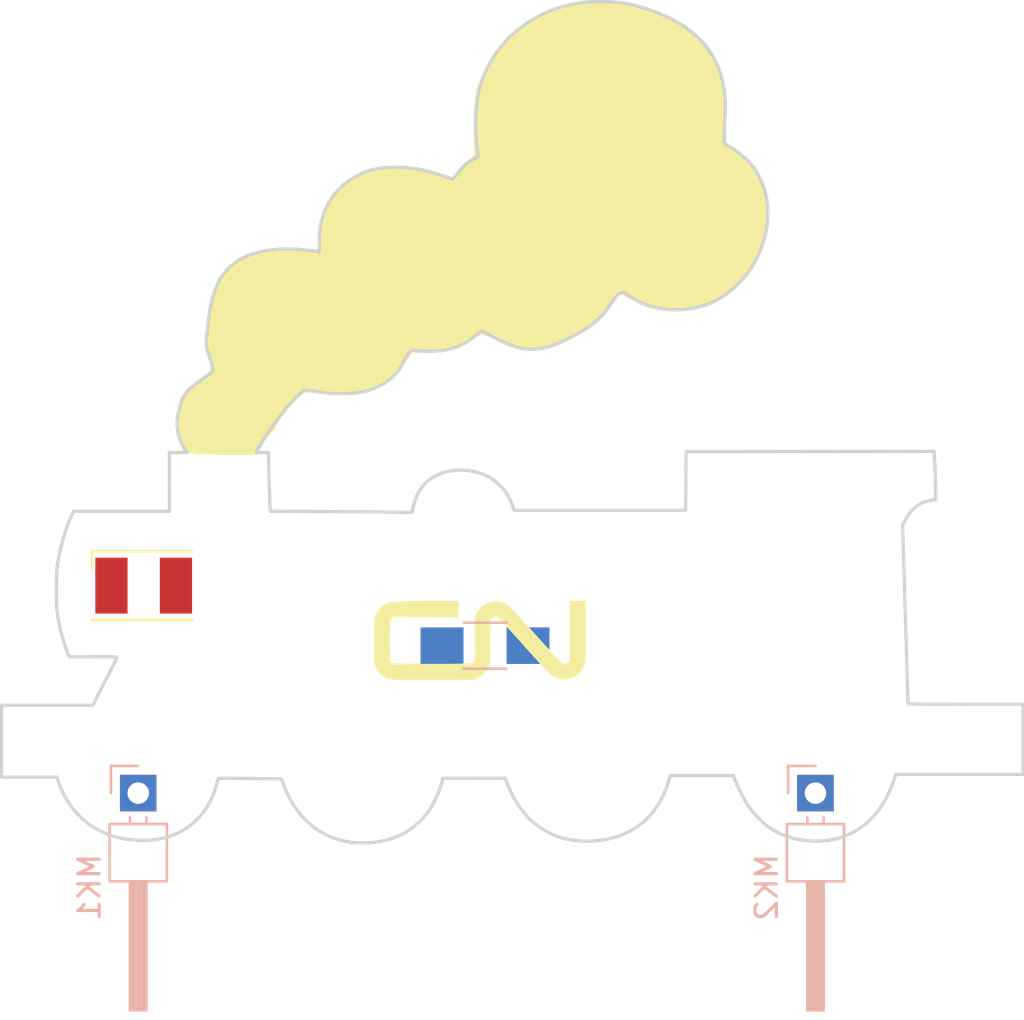
<source format=kicad_pcb>
(kicad_pcb (version 20171130) (host pcbnew 5.0.0-rc2-dev-unknown-bf135b0~64~ubuntu16.04.1)
  (layers (0 F.Cu signal) (31 B.Cu signal) (34 B.Paste user) (35 F.Paste user) (36 B.SilkS user) (37 F.SilkS user) (38 B.Mask user) (39 F.Mask user) (44 Edge.Cuts user))
  (net 0 "")
  (net 1 "Net-(D1-Pad2)")
  (net 2 "Net-(D1-Pad1)")
  (net 3 "Net-(MK1-Pad1)")
  (module silkscreen:CN-Large (layer F.Cu) (at 22.225 34.29)
    (fp_text reference CNLogo hide)
    (fp_text value LOGO hide)
  )
  (module silkscreen:Steam (layer F.Cu) (at 23.622 24.765)
    (fp_text reference Steam hide)
    (fp_text value LOGO hide)
  )
  (module LEDs:LED_PLCC-2 (layer F.Cu) (at 6.604 31.75)
    (fp_text reference D1 hide)
    (fp_text value LED)
    (pad 2 smd rect (at 1.5 0) (size 1.5 2.6) (layers F.Cu F.Paste F.Mask) (net 1 "Net-(D1-Pad2)"))
    (pad 1 smd rect (at -1.5 0) (size 1.5 2.6) (layers F.Cu F.Paste F.Mask) (net 2 "Net-(D1-Pad1)"))
  )
  (module Pin_Headers:Pin_Header_Angled_1x01_Pitch2.54mm (layer B.Cu) (at 6.35 41.402 270)
    (fp_text reference MK1 (at 4.385 2.27 270) (layer B.SilkS) (effects (justify mirror)))
    (fp_text value VCC)
    (pad 1 thru_hole rect (at 0 0 270) (size 1.7 1.7) (drill 1) (layers *.Cu *.Mask) (net 3 "Net-(MK1-Pad1)"))
  )
  (module Pin_Headers:Pin_Header_Angled_1x01_Pitch2.54mm (layer B.Cu) (at 37.846 41.402 270)
    (fp_text reference MK2 (at 4.385 2.27 270) (layer B.SilkS) (effects (justify mirror)))
    (fp_text value 2)
    (pad 1 thru_hole rect (at 0 0 270) (size 1.7 1.7) (drill 1) (layers *.Cu *.Mask) (net 2 "Net-(D1-Pad1)"))
  )
  (module Resistors_SMD:R_1206_HandSoldering (layer B.Cu) (at 22.479 34.544)
    (fp_text reference R1 hide)
    (fp_text value R)
    (pad 2 smd rect (at 2 0) (size 2 1.7) (layers B.Cu B.Paste B.Mask) (net 3 "Net-(MK1-Pad1)"))
    (pad 1 smd rect (at -2 0) (size 2 1.7) (layers B.Cu B.Paste B.Mask) (net 1 "Net-(D1-Pad2)"))
  )
  (gr_line (start 16.350395 43.695886) (end 16.350453 43.695894) (layer Edge.Cuts) (width 0.15))
  (gr_line (start 20.516432 40.70908) (end 20.501789 40.778747) (layer Edge.Cuts) (width 0.15))
  (gr_line (start 21.968264 40.70908) (end 20.516432 40.70908) (layer Edge.Cuts) (width 0.15))
  (gr_line (start 23.420096 40.70908) (end 21.968264 40.70908) (layer Edge.Cuts) (width 0.15))
  (gr_line (start 23.503881 40.930747) (end 23.420096 40.70908) (layer Edge.Cuts) (width 0.15))
  (gr_line (start 16.426307 43.703169) (end 16.350395 43.695886) (layer Edge.Cuts) (width 0.15))
  (gr_line (start 16.502579 43.70906) (end 16.426307 43.703169) (layer Edge.Cuts) (width 0.15))
  (gr_line (start 16.579156 43.71357) (end 16.502579 43.70906) (layer Edge.Cuts) (width 0.15))
  (gr_line (start 16.65598 43.716707) (end 16.579156 43.71357) (layer Edge.Cuts) (width 0.15))
  (gr_line (start 16.732994 43.718482) (end 16.65598 43.716707) (layer Edge.Cuts) (width 0.15))
  (gr_line (start 16.810144 43.718903) (end 16.732994 43.718482) (layer Edge.Cuts) (width 0.15))
  (gr_line (start 16.887371 43.71798) (end 16.810144 43.718903) (layer Edge.Cuts) (width 0.15))
  (gr_line (start 16.964619 43.715723) (end 16.887371 43.71798) (layer Edge.Cuts) (width 0.15))
  (gr_line (start 17.041833 43.712141) (end 16.964619 43.715723) (layer Edge.Cuts) (width 0.15))
  (gr_line (start 17.118954 43.707243) (end 17.041833 43.712141) (layer Edge.Cuts) (width 0.15))
  (gr_line (start 17.195928 43.701039) (end 17.118954 43.707243) (layer Edge.Cuts) (width 0.15))
  (gr_line (start 17.272697 43.693538) (end 17.195928 43.701039) (layer Edge.Cuts) (width 0.15))
  (gr_line (start 17.349204 43.68475) (end 17.272697 43.693538) (layer Edge.Cuts) (width 0.15))
  (gr_line (start 20.220689 26.626496) (end 20.248877 26.612854) (layer Edge.Cuts) (width 0.15))
  (gr_line (start 20.181609 26.646081) (end 20.220689 26.626496) (layer Edge.Cuts) (width 0.15))
  (gr_line (start 20.143233 26.666322) (end 20.181609 26.646081) (layer Edge.Cuts) (width 0.15))
  (gr_line (start 20.105558 26.687225) (end 20.143233 26.666322) (layer Edge.Cuts) (width 0.15))
  (gr_line (start 20.068576 26.708796) (end 20.105558 26.687225) (layer Edge.Cuts) (width 0.15))
  (gr_line (start 20.032283 26.731039) (end 20.068576 26.708796) (layer Edge.Cuts) (width 0.15))
  (gr_line (start 19.996674 26.75396) (end 20.032283 26.731039) (layer Edge.Cuts) (width 0.15))
  (gr_line (start 19.961743 26.777565) (end 19.996674 26.75396) (layer Edge.Cuts) (width 0.15))
  (gr_line (start 19.927484 26.801859) (end 19.961743 26.777565) (layer Edge.Cuts) (width 0.15))
  (gr_line (start 19.893894 26.826848) (end 19.927484 26.801859) (layer Edge.Cuts) (width 0.15))
  (gr_line (start 19.860965 26.852537) (end 19.893894 26.826848) (layer Edge.Cuts) (width 0.15))
  (gr_line (start 19.828693 26.878932) (end 19.860965 26.852537) (layer Edge.Cuts) (width 0.15))
  (gr_line (start 19.797073 26.906039) (end 19.828693 26.878932) (layer Edge.Cuts) (width 0.15))
  (gr_line (start 19.766099 26.933862) (end 19.797073 26.906039) (layer Edge.Cuts) (width 0.15))
  (gr_line (start 19.735765 26.962407) (end 19.766099 26.933862) (layer Edge.Cuts) (width 0.15))
  (gr_line (start 19.706068 26.991681) (end 19.735765 26.962407) (layer Edge.Cuts) (width 0.15))
  (gr_line (start 19.677 27.021687) (end 19.706068 26.991681) (layer Edge.Cuts) (width 0.15))
  (gr_line (start 19.648557 27.052433) (end 19.677 27.021687) (layer Edge.Cuts) (width 0.15))
  (gr_line (start 19.620734 27.083923) (end 19.648557 27.052433) (layer Edge.Cuts) (width 0.15))
  (gr_line (start 19.593524 27.116162) (end 19.620734 27.083923) (layer Edge.Cuts) (width 0.15))
  (gr_line (start 19.566924 27.149157) (end 19.593524 27.116162) (layer Edge.Cuts) (width 0.15))
  (gr_line (start 19.540927 27.182913) (end 19.566924 27.149157) (layer Edge.Cuts) (width 0.15))
  (gr_line (start 18.393006 28.334446) (end 18.431855 28.335197) (layer Edge.Cuts) (width 0.15))
  (gr_line (start 18.347404 28.333666) (end 18.393006 28.334446) (layer Edge.Cuts) (width 0.15))
  (gr_line (start 18.295281 28.332858) (end 18.347404 28.333666) (layer Edge.Cuts) (width 0.15))
  (gr_line (start 18.236871 28.332024) (end 18.295281 28.332858) (layer Edge.Cuts) (width 0.15))
  (gr_line (start 18.172405 28.331167) (end 18.236871 28.332024) (layer Edge.Cuts) (width 0.15))
  (gr_line (start 18.102117 28.330287) (end 18.172405 28.331167) (layer Edge.Cuts) (width 0.15))
  (gr_line (start 18.026238 28.329388) (end 18.102117 28.330287) (layer Edge.Cuts) (width 0.15))
  (gr_line (start 17.945002 28.328471) (end 18.026238 28.329388) (layer Edge.Cuts) (width 0.15))
  (gr_line (start 17.858641 28.327538) (end 17.945002 28.328471) (layer Edge.Cuts) (width 0.15))
  (gr_line (start 17.767387 28.326591) (end 17.858641 28.327538) (layer Edge.Cuts) (width 0.15))
  (gr_line (start 17.671474 28.325633) (end 17.767387 28.326591) (layer Edge.Cuts) (width 0.15))
  (gr_line (start 17.571133 28.324664) (end 17.671474 28.325633) (layer Edge.Cuts) (width 0.15))
  (gr_line (start 17.466597 28.323687) (end 17.571133 28.324664) (layer Edge.Cuts) (width 0.15))
  (gr_line (start 17.358099 28.322705) (end 17.466597 28.323687) (layer Edge.Cuts) (width 0.15))
  (gr_line (start 17.245871 28.321719) (end 17.358099 28.322705) (layer Edge.Cuts) (width 0.15))
  (gr_line (start 17.130146 28.32073) (end 17.245871 28.321719) (layer Edge.Cuts) (width 0.15))
  (gr_line (start 17.011157 28.319742) (end 17.130146 28.32073) (layer Edge.Cuts) (width 0.15))
  (gr_line (start 16.889135 28.318756) (end 17.011157 28.319742) (layer Edge.Cuts) (width 0.15))
  (gr_line (start 16.764314 28.317774) (end 16.889135 28.318756) (layer Edge.Cuts) (width 0.15))
  (gr_line (start 16.636926 28.316797) (end 16.764314 28.317774) (layer Edge.Cuts) (width 0.15))
  (gr_line (start 16.507204 28.315829) (end 16.636926 28.316797) (layer Edge.Cuts) (width 0.15))
  (gr_line (start 16.37538 28.314871) (end 16.507204 28.315829) (layer Edge.Cuts) (width 0.15))
  (gr_line (start 16.241687 28.313925) (end 16.37538 28.314871) (layer Edge.Cuts) (width 0.15))
  (gr_line (start 16.106357 28.312992) (end 16.241687 28.313925) (layer Edge.Cuts) (width 0.15))
  (gr_line (start 15.969623 28.312076) (end 16.106357 28.312992) (layer Edge.Cuts) (width 0.15))
  (gr_line (start 15.831717 28.311177) (end 15.969623 28.312076) (layer Edge.Cuts) (width 0.15))
  (gr_line (start 15.692872 28.310298) (end 15.831717 28.311177) (layer Edge.Cuts) (width 0.15))
  (gr_line (start 15.553321 28.309442) (end 15.692872 28.310298) (layer Edge.Cuts) (width 0.15))
  (gr_line (start 15.413296 28.308609) (end 15.553321 28.309442) (layer Edge.Cuts) (width 0.15))
  (gr_line (start 15.273029 28.307802) (end 15.413296 28.308609) (layer Edge.Cuts) (width 0.15))
  (gr_line (start 15.132754 28.307022) (end 15.273029 28.307802) (layer Edge.Cuts) (width 0.15))
  (gr_line (start 43.442163 27.763737) (end 43.35755 27.763737) (layer Edge.Cuts) (width 0.15))
  (gr_line (start 43.442416 27.58007) (end 43.442163 27.763737) (layer Edge.Cuts) (width 0.15))
  (gr_line (start 41.990751 28.74797) (end 41.975414 28.780965) (layer Edge.Cuts) (width 0.15))
  (gr_line (start 42.006986 28.715041) (end 41.990751 28.74797) (layer Edge.Cuts) (width 0.15))
  (gr_line (start 42.024087 28.682212) (end 42.006986 28.715041) (layer Edge.Cuts) (width 0.15))
  (gr_line (start 42.042022 28.649519) (end 42.024087 28.682212) (layer Edge.Cuts) (width 0.15))
  (gr_line (start 42.060759 28.616997) (end 42.042022 28.649519) (layer Edge.Cuts) (width 0.15))
  (gr_line (start 42.080268 28.58468) (end 42.060759 28.616997) (layer Edge.Cuts) (width 0.15))
  (gr_line (start 42.100516 28.552605) (end 42.080268 28.58468) (layer Edge.Cuts) (width 0.15))
  (gr_line (start 42.121471 28.520807) (end 42.100516 28.552605) (layer Edge.Cuts) (width 0.15))
  (gr_line (start 42.143103 28.489321) (end 42.121471 28.520807) (layer Edge.Cuts) (width 0.15))
  (gr_line (start 42.165378 28.458181) (end 42.143103 28.489321) (layer Edge.Cuts) (width 0.15))
  (gr_line (start 42.188266 28.427424) (end 42.165378 28.458181) (layer Edge.Cuts) (width 0.15))
  (gr_line (start 42.211735 28.397084) (end 42.188266 28.427424) (layer Edge.Cuts) (width 0.15))
  (gr_line (start 42.235753 28.367197) (end 42.211735 28.397084) (layer Edge.Cuts) (width 0.15))
  (gr_line (start 42.260288 28.337797) (end 42.235753 28.367197) (layer Edge.Cuts) (width 0.15))
  (gr_line (start 42.285309 28.308921) (end 42.260288 28.337797) (layer Edge.Cuts) (width 0.15))
  (gr_line (start 42.310785 28.280603) (end 42.285309 28.308921) (layer Edge.Cuts) (width 0.15))
  (gr_line (start 42.336682 28.252879) (end 42.310785 28.280603) (layer Edge.Cuts) (width 0.15))
  (gr_line (start 42.362971 28.225783) (end 42.336682 28.252879) (layer Edge.Cuts) (width 0.15))
  (gr_line (start 42.389618 28.199351) (end 42.362971 28.225783) (layer Edge.Cuts) (width 0.15))
  (gr_line (start 42.416593 28.173619) (end 42.389618 28.199351) (layer Edge.Cuts) (width 0.15))
  (gr_line (start 42.443863 28.148621) (end 42.416593 28.173619) (layer Edge.Cuts) (width 0.15))
  (gr_line (start 42.471398 28.124392) (end 42.443863 28.148621) (layer Edge.Cuts) (width 0.15))
  (gr_line (start 42.499164 28.100969) (end 42.471398 28.124392) (layer Edge.Cuts) (width 0.15))
  (gr_line (start 42.527131 28.078385) (end 42.499164 28.100969) (layer Edge.Cuts) (width 0.15))
  (gr_line (start 42.555268 28.056677) (end 42.527131 28.078385) (layer Edge.Cuts) (width 0.15))
  (gr_line (start 42.583541 28.03588) (end 42.555268 28.056677) (layer Edge.Cuts) (width 0.15))
  (gr_line (start 42.61192 28.016028) (end 42.583541 28.03588) (layer Edge.Cuts) (width 0.15))
  (gr_line (start 42.640373 27.997157) (end 42.61192 28.016028) (layer Edge.Cuts) (width 0.15))
  (gr_line (start 42.668867 27.979302) (end 42.640373 27.997157) (layer Edge.Cuts) (width 0.15))
  (gr_line (start 42.697373 27.962499) (end 42.668867 27.979302) (layer Edge.Cuts) (width 0.15))
  (gr_line (start 42.725857 27.946782) (end 42.697373 27.962499) (layer Edge.Cuts) (width 0.15))
  (gr_line (start 14.717786 43.130941) (end 14.669998 43.099704) (layer Edge.Cuts) (width 0.15))
  (gr_line (start 14.766106 43.161415) (end 14.717786 43.130941) (layer Edge.Cuts) (width 0.15))
  (gr_line (start 14.814946 43.191121) (end 14.766106 43.161415) (layer Edge.Cuts) (width 0.15))
  (gr_line (start 14.864296 43.220056) (end 14.814946 43.191121) (layer Edge.Cuts) (width 0.15))
  (gr_line (start 14.914145 43.248215) (end 14.864296 43.220056) (layer Edge.Cuts) (width 0.15))
  (gr_line (start 14.964482 43.275596) (end 14.914145 43.248215) (layer Edge.Cuts) (width 0.15))
  (gr_line (start 15.015298 43.302194) (end 14.964482 43.275596) (layer Edge.Cuts) (width 0.15))
  (gr_line (start 35.298913 12.859771) (end 35.328671 12.925314) (layer Edge.Cuts) (width 0.15))
  (gr_line (start 35.267893 12.795152) (end 35.298913 12.859771) (layer Edge.Cuts) (width 0.15))
  (gr_line (start 35.23561 12.731454) (end 35.267893 12.795152) (layer Edge.Cuts) (width 0.15))
  (gr_line (start 35.202061 12.668674) (end 35.23561 12.731454) (layer Edge.Cuts) (width 0.15))
  (gr_line (start 35.167243 12.60681) (end 35.202061 12.668674) (layer Edge.Cuts) (width 0.15))
  (gr_line (start 35.131154 12.545859) (end 35.167243 12.60681) (layer Edge.Cuts) (width 0.15))
  (gr_line (start 35.093792 12.485818) (end 35.131154 12.545859) (layer Edge.Cuts) (width 0.15))
  (gr_line (start 35.055155 12.426686) (end 35.093792 12.485818) (layer Edge.Cuts) (width 0.15))
  (gr_line (start 35.01524 12.36846) (end 35.055155 12.426686) (layer Edge.Cuts) (width 0.15))
  (gr_line (start 34.974045 12.311138) (end 35.01524 12.36846) (layer Edge.Cuts) (width 0.15))
  (gr_line (start 34.931568 12.254716) (end 34.974045 12.311138) (layer Edge.Cuts) (width 0.15))
  (gr_line (start 34.887806 12.199192) (end 34.931568 12.254716) (layer Edge.Cuts) (width 0.15))
  (gr_line (start 34.842756 12.144565) (end 34.887806 12.199192) (layer Edge.Cuts) (width 0.15))
  (gr_line (start 34.796418 12.090831) (end 34.842756 12.144565) (layer Edge.Cuts) (width 0.15))
  (gr_line (start 34.748788 12.037988) (end 34.796418 12.090831) (layer Edge.Cuts) (width 0.15))
  (gr_line (start 34.699863 11.986034) (end 34.748788 12.037988) (layer Edge.Cuts) (width 0.15))
  (gr_line (start 34.649643 11.934966) (end 34.699863 11.986034) (layer Edge.Cuts) (width 0.15))
  (gr_line (start 34.598123 11.884781) (end 34.649643 11.934966) (layer Edge.Cuts) (width 0.15))
  (gr_line (start 34.545303 11.835478) (end 34.598123 11.884781) (layer Edge.Cuts) (width 0.15))
  (gr_line (start 34.491179 11.787053) (end 34.545303 11.835478) (layer Edge.Cuts) (width 0.15))
  (gr_line (start 34.43575 11.739505) (end 34.491179 11.787053) (layer Edge.Cuts) (width 0.15))
  (gr_line (start 34.379013 11.69283) (end 34.43575 11.739505) (layer Edge.Cuts) (width 0.15))
  (gr_line (start 34.320965 11.647026) (end 34.379013 11.69283) (layer Edge.Cuts) (width 0.15))
  (gr_line (start 34.261605 11.602092) (end 34.320965 11.647026) (layer Edge.Cuts) (width 0.15))
  (gr_line (start 34.200929 11.558023) (end 34.261605 11.602092) (layer Edge.Cuts) (width 0.15))
  (gr_line (start 34.138937 11.514819) (end 34.200929 11.558023) (layer Edge.Cuts) (width 0.15))
  (gr_line (start 34.075624 11.472476) (end 34.138937 11.514819) (layer Edge.Cuts) (width 0.15))
  (gr_line (start 4.831718 35.061207) (end 4.773597 35.060838) (layer Edge.Cuts) (width 0.15))
  (gr_line (start 4.886126 35.06164) (end 4.831718 35.061207) (layer Edge.Cuts) (width 0.15))
  (gr_line (start 4.936927 35.06214) (end 4.886126 35.06164) (layer Edge.Cuts) (width 0.15))
  (gr_line (start 4.984231 35.062709) (end 4.936927 35.06214) (layer Edge.Cuts) (width 0.15))
  (gr_line (start 5.028144 35.063352) (end 4.984231 35.062709) (layer Edge.Cuts) (width 0.15))
  (gr_line (start 5.068774 35.064072) (end 5.028144 35.063352) (layer Edge.Cuts) (width 0.15))
  (gr_line (start 5.106229 35.064871) (end 5.068774 35.064072) (layer Edge.Cuts) (width 0.15))
  (gr_line (start 5.140618 35.065754) (end 5.106229 35.064871) (layer Edge.Cuts) (width 0.15))
  (gr_line (start 5.172047 35.066724) (end 5.140618 35.065754) (layer Edge.Cuts) (width 0.15))
  (gr_line (start 5.200625 35.067783) (end 5.172047 35.066724) (layer Edge.Cuts) (width 0.15))
  (gr_line (start 5.226459 35.068936) (end 5.200625 35.067783) (layer Edge.Cuts) (width 0.15))
  (gr_line (start 5.249658 35.070186) (end 5.226459 35.068936) (layer Edge.Cuts) (width 0.15))
  (gr_line (start 5.270328 35.071535) (end 5.249658 35.070186) (layer Edge.Cuts) (width 0.15))
  (gr_line (start 5.288579 35.072988) (end 5.270328 35.071535) (layer Edge.Cuts) (width 0.15))
  (gr_line (start 5.304517 35.074547) (end 5.288579 35.072988) (layer Edge.Cuts) (width 0.15))
  (gr_line (start 5.318251 35.076216) (end 5.304517 35.074547) (layer Edge.Cuts) (width 0.15))
  (gr_line (start 5.329888 35.077999) (end 5.318251 35.076216) (layer Edge.Cuts) (width 0.15))
  (gr_line (start 5.339536 35.079898) (end 5.329888 35.077999) (layer Edge.Cuts) (width 0.15))
  (gr_line (start 5.347303 35.081917) (end 5.339536 35.079898) (layer Edge.Cuts) (width 0.15))
  (gr_line (start 5.353296 35.084059) (end 5.347303 35.081917) (layer Edge.Cuts) (width 0.15))
  (gr_line (start 5.357625 35.086328) (end 5.353296 35.084059) (layer Edge.Cuts) (width 0.15))
  (gr_line (start 5.360396 35.088726) (end 5.357625 35.086328) (layer Edge.Cuts) (width 0.15))
  (gr_line (start 5.361717 35.091258) (end 5.360396 35.088726) (layer Edge.Cuts) (width 0.15))
  (gr_line (start 5.361696 35.093927) (end 5.361717 35.091258) (layer Edge.Cuts) (width 0.15))
  (gr_line (start 9.506841 42.102571) (end 9.433801 42.210054) (layer Edge.Cuts) (width 0.15))
  (gr_line (start 9.576377 41.991436) (end 9.506841 42.102571) (layer Edge.Cuts) (width 0.15))
  (gr_line (start 9.642369 41.876683) (end 9.576377 41.991436) (layer Edge.Cuts) (width 0.15))
  (gr_line (start 9.70478 41.758348) (end 9.642369 41.876683) (layer Edge.Cuts) (width 0.15))
  (gr_line (start 9.76357 41.636467) (end 9.70478 41.758348) (layer Edge.Cuts) (width 0.15))
  (gr_line (start 9.818701 41.511074) (end 9.76357 41.636467) (layer Edge.Cuts) (width 0.15))
  (gr_line (start 9.870134 41.382204) (end 9.818701 41.511074) (layer Edge.Cuts) (width 0.15))
  (gr_line (start 9.917831 41.249893) (end 9.870134 41.382204) (layer Edge.Cuts) (width 0.15))
  (gr_line (start 9.961753 41.114176) (end 9.917831 41.249893) (layer Edge.Cuts) (width 0.15))
  (gr_line (start 10.00186 40.975088) (end 9.961753 41.114176) (layer Edge.Cuts) (width 0.15))
  (gr_line (start 19.371598 20.823571) (end 19.340273 20.81996) (layer Edge.Cuts) (width 0.15))
  (gr_line (start 19.404428 20.826912) (end 19.371598 20.823571) (layer Edge.Cuts) (width 0.15))
  (gr_line (start 19.438653 20.829987) (end 19.404428 20.826912) (layer Edge.Cuts) (width 0.15))
  (gr_line (start 19.474163 20.832794) (end 19.438653 20.829987) (layer Edge.Cuts) (width 0.15))
  (gr_line (start 19.510849 20.835336) (end 19.474163 20.832794) (layer Edge.Cuts) (width 0.15))
  (gr_line (start 19.548598 20.837612) (end 19.510849 20.835336) (layer Edge.Cuts) (width 0.15))
  (gr_line (start 19.587301 20.839625) (end 19.548598 20.837612) (layer Edge.Cuts) (width 0.15))
  (gr_line (start 19.626848 20.841374) (end 19.587301 20.839625) (layer Edge.Cuts) (width 0.15))
  (gr_line (start 19.667129 20.84286) (end 19.626848 20.841374) (layer Edge.Cuts) (width 0.15))
  (gr_line (start 19.708032 20.844085) (end 19.667129 20.84286) (layer Edge.Cuts) (width 0.15))
  (gr_line (start 19.749448 20.845049) (end 19.708032 20.844085) (layer Edge.Cuts) (width 0.15))
  (gr_line (start 19.791267 20.845753) (end 19.749448 20.845049) (layer Edge.Cuts) (width 0.15))
  (gr_line (start 19.833377 20.846199) (end 19.791267 20.845753) (layer Edge.Cuts) (width 0.15))
  (gr_line (start 19.875669 20.846385) (end 19.833377 20.846199) (layer Edge.Cuts) (width 0.15))
  (gr_line (start 19.918033 20.846315) (end 19.875669 20.846385) (layer Edge.Cuts) (width 0.15))
  (gr_line (start 19.960357 20.845988) (end 19.918033 20.846315) (layer Edge.Cuts) (width 0.15))
  (gr_line (start 20.002533 20.845405) (end 19.960357 20.845988) (layer Edge.Cuts) (width 0.15))
  (gr_line (start 20.044448 20.844568) (end 20.002533 20.845405) (layer Edge.Cuts) (width 0.15))
  (gr_line (start 20.085994 20.843476) (end 20.044448 20.844568) (layer Edge.Cuts) (width 0.15))
  (gr_line (start 20.127059 20.842132) (end 20.085994 20.843476) (layer Edge.Cuts) (width 0.15))
  (gr_line (start 20.167534 20.840535) (end 20.127059 20.842132) (layer Edge.Cuts) (width 0.15))
  (gr_line (start 20.207308 20.838686) (end 20.167534 20.840535) (layer Edge.Cuts) (width 0.15))
  (gr_line (start 21.16666 12.62184) (end 21.175169 12.611665) (layer Edge.Cuts) (width 0.15))
  (gr_line (start 21.158207 12.631882) (end 21.16666 12.62184) (layer Edge.Cuts) (width 0.15))
  (gr_line (start 21.149827 12.641772) (end 21.158207 12.631882) (layer Edge.Cuts) (width 0.15))
  (gr_line (start 21.141537 12.651491) (end 21.149827 12.641772) (layer Edge.Cuts) (width 0.15))
  (gr_line (start 21.133352 12.661018) (end 21.141537 12.651491) (layer Edge.Cuts) (width 0.15))
  (gr_line (start 21.125291 12.670334) (end 21.133352 12.661018) (layer Edge.Cuts) (width 0.15))
  (gr_line (start 21.117369 12.679419) (end 21.125291 12.670334) (layer Edge.Cuts) (width 0.15))
  (gr_line (start 21.109604 12.688255) (end 21.117369 12.679419) (layer Edge.Cuts) (width 0.15))
  (gr_line (start 21.102011 12.696821) (end 21.109604 12.688255) (layer Edge.Cuts) (width 0.15))
  (gr_line (start 21.094608 12.705099) (end 21.102011 12.696821) (layer Edge.Cuts) (width 0.15))
  (gr_line (start 21.087411 12.713068) (end 21.094608 12.705099) (layer Edge.Cuts) (width 0.15))
  (gr_line (start 21.080437 12.720709) (end 21.087411 12.713068) (layer Edge.Cuts) (width 0.15))
  (gr_line (start 21.073703 12.728002) (end 21.080437 12.720709) (layer Edge.Cuts) (width 0.15))
  (gr_line (start 21.067224 12.734928) (end 21.073703 12.728002) (layer Edge.Cuts) (width 0.15))
  (gr_line (start 21.061019 12.741467) (end 21.067224 12.734928) (layer Edge.Cuts) (width 0.15))
  (gr_line (start 21.055103 12.747601) (end 21.061019 12.741467) (layer Edge.Cuts) (width 0.15))
  (gr_line (start 21.049493 12.753309) (end 21.055103 12.747601) (layer Edge.Cuts) (width 0.15))
  (gr_line (start 21.044206 12.758571) (end 21.049493 12.753309) (layer Edge.Cuts) (width 0.15))
  (gr_line (start 21.039259 12.763369) (end 21.044206 12.758571) (layer Edge.Cuts) (width 0.15))
  (gr_line (start 34.01099 11.430992) (end 34.075624 11.472476) (layer Edge.Cuts) (width 0.15))
  (gr_line (start 33.945032 11.390364) (end 34.01099 11.430992) (layer Edge.Cuts) (width 0.15))
  (gr_line (start 33.877747 11.35059) (end 33.945032 11.390364) (layer Edge.Cuts) (width 0.15))
  (gr_line (start 33.809133 11.311668) (end 33.877747 11.35059) (layer Edge.Cuts) (width 0.15))
  (gr_line (start 33.797399 11.305098) (end 33.809133 11.311668) (layer Edge.Cuts) (width 0.15))
  (gr_line (start 33.7861 11.298669) (end 33.797399 11.305098) (layer Edge.Cuts) (width 0.15))
  (gr_line (start 33.77523 11.292375) (end 33.7861 11.298669) (layer Edge.Cuts) (width 0.15))
  (gr_line (start 33.764782 11.286212) (end 33.77523 11.292375) (layer Edge.Cuts) (width 0.15))
  (gr_line (start 33.75475 11.280174) (end 33.764782 11.286212) (layer Edge.Cuts) (width 0.15))
  (gr_line (start 33.745128 11.274255) (end 33.75475 11.280174) (layer Edge.Cuts) (width 0.15))
  (gr_line (start 11.935804 25.559568) (end 11.955197 25.560078) (layer Edge.Cuts) (width 0.15))
  (gr_line (start 11.918382 25.558689) (end 11.935804 25.559568) (layer Edge.Cuts) (width 0.15))
  (gr_line (start 11.902895 25.557363) (end 11.918382 25.558689) (layer Edge.Cuts) (width 0.15))
  (gr_line (start 11.88931 25.555512) (end 11.902895 25.557363) (layer Edge.Cuts) (width 0.15))
  (gr_line (start 11.877593 25.553059) (end 11.88931 25.555512) (layer Edge.Cuts) (width 0.15))
  (gr_line (start 11.867711 25.549927) (end 11.877593 25.553059) (layer Edge.Cuts) (width 0.15))
  (gr_line (start 11.85963 25.546036) (end 11.867711 25.549927) (layer Edge.Cuts) (width 0.15))
  (gr_line (start 11.853316 25.541311) (end 11.85963 25.546036) (layer Edge.Cuts) (width 0.15))
  (gr_line (start 11.848735 25.535673) (end 11.853316 25.541311) (layer Edge.Cuts) (width 0.15))
  (gr_line (start 11.845854 25.529045) (end 11.848735 25.535673) (layer Edge.Cuts) (width 0.15))
  (gr_line (start 11.844638 25.521348) (end 11.845854 25.529045) (layer Edge.Cuts) (width 0.15))
  (gr_line (start 11.845054 25.512506) (end 11.844638 25.521348) (layer Edge.Cuts) (width 0.15))
  (gr_line (start 11.847069 25.50244) (end 11.845054 25.512506) (layer Edge.Cuts) (width 0.15))
  (gr_line (start 11.850648 25.491073) (end 11.847069 25.50244) (layer Edge.Cuts) (width 0.15))
  (gr_line (start 11.855758 25.478328) (end 11.850648 25.491073) (layer Edge.Cuts) (width 0.15))
  (gr_line (start 11.862365 25.464126) (end 11.855758 25.478328) (layer Edge.Cuts) (width 0.15))
  (gr_line (start 11.870436 25.44839) (end 11.862365 25.464126) (layer Edge.Cuts) (width 0.15))
  (gr_line (start 11.879935 25.431042) (end 11.870436 25.44839) (layer Edge.Cuts) (width 0.15))
  (gr_line (start 11.890831 25.412005) (end 11.879935 25.431042) (layer Edge.Cuts) (width 0.15))
  (gr_line (start 11.903088 25.391201) (end 11.890831 25.412005) (layer Edge.Cuts) (width 0.15))
  (gr_line (start 11.916674 25.368552) (end 11.903088 25.391201) (layer Edge.Cuts) (width 0.15))
  (gr_line (start 11.931554 25.343981) (end 11.916674 25.368552) (layer Edge.Cuts) (width 0.15))
  (gr_line (start 11.947694 25.31741) (end 11.931554 25.343981) (layer Edge.Cuts) (width 0.15))
  (gr_line (start 11.965062 25.288762) (end 11.947694 25.31741) (layer Edge.Cuts) (width 0.15))
  (gr_line (start 11.983623 25.257958) (end 11.965062 25.288762) (layer Edge.Cuts) (width 0.15))
  (gr_line (start 3.328927 42.141007) (end 3.283493 42.082669) (layer Edge.Cuts) (width 0.15))
  (gr_line (start 3.375231 42.198314) (end 3.328927 42.141007) (layer Edge.Cuts) (width 0.15))
  (gr_line (start 3.422369 42.254541) (end 3.375231 42.198314) (layer Edge.Cuts) (width 0.15))
  (gr_line (start 3.470309 42.309639) (end 3.422369 42.254541) (layer Edge.Cuts) (width 0.15))
  (gr_line (start 3.519016 42.363559) (end 3.470309 42.309639) (layer Edge.Cuts) (width 0.15))
  (gr_line (start 3.568455 42.416253) (end 3.519016 42.363559) (layer Edge.Cuts) (width 0.15))
  (gr_line (start 3.618594 42.467673) (end 3.568455 42.416253) (layer Edge.Cuts) (width 0.15))
  (gr_line (start 3.669399 42.517769) (end 3.618594 42.467673) (layer Edge.Cuts) (width 0.15))
  (gr_line (start 3.720834 42.566492) (end 3.669399 42.517769) (layer Edge.Cuts) (width 0.15))
  (gr_line (start 3.772867 42.613795) (end 3.720834 42.566492) (layer Edge.Cuts) (width 0.15))
  (gr_line (start 3.825463 42.659627) (end 3.772867 42.613795) (layer Edge.Cuts) (width 0.15))
  (gr_line (start 3.878588 42.703941) (end 3.825463 42.659627) (layer Edge.Cuts) (width 0.15))
  (gr_line (start 3.932208 42.746688) (end 3.878588 42.703941) (layer Edge.Cuts) (width 0.15))
  (gr_line (start 34.852736 16.988274) (end 34.739831 17.153028) (layer Edge.Cuts) (width 0.15))
  (gr_line (start 34.958556 16.819159) (end 34.852736 16.988274) (layer Edge.Cuts) (width 0.15))
  (gr_line (start 35.05717 16.646058) (end 34.958556 16.819159) (layer Edge.Cuts) (width 0.15))
  (gr_line (start 35.148456 16.469347) (end 35.05717 16.646058) (layer Edge.Cuts) (width 0.15))
  (gr_line (start 35.232292 16.289402) (end 35.148456 16.469347) (layer Edge.Cuts) (width 0.15))
  (gr_line (start 35.308557 16.106597) (end 35.232292 16.289402) (layer Edge.Cuts) (width 0.15))
  (gr_line (start 35.377129 15.921308) (end 35.308557 16.106597) (layer Edge.Cuts) (width 0.15))
  (gr_line (start 35.437886 15.733911) (end 35.377129 15.921308) (layer Edge.Cuts) (width 0.15))
  (gr_line (start 35.490707 15.544782) (end 35.437886 15.733911) (layer Edge.Cuts) (width 0.15))
  (gr_line (start 35.535469 15.354295) (end 35.490707 15.544782) (layer Edge.Cuts) (width 0.15))
  (gr_line (start 35.572051 15.162827) (end 35.535469 15.354295) (layer Edge.Cuts) (width 0.15))
  (gr_line (start 35.600331 14.970752) (end 35.572051 15.162827) (layer Edge.Cuts) (width 0.15))
  (gr_line (start 35.620187 14.778447) (end 35.600331 14.970752) (layer Edge.Cuts) (width 0.15))
  (gr_line (start 35.631498 14.586286) (end 35.620187 14.778447) (layer Edge.Cuts) (width 0.15))
  (gr_line (start 35.634142 14.394646) (end 35.631498 14.586286) (layer Edge.Cuts) (width 0.15))
  (gr_line (start 35.627998 14.203901) (end 35.634142 14.394646) (layer Edge.Cuts) (width 0.15))
  (gr_line (start 35.612942 14.014428) (end 35.627998 14.203901) (layer Edge.Cuts) (width 0.15))
  (gr_line (start 35.588855 13.826601) (end 35.612942 14.014428) (layer Edge.Cuts) (width 0.15))
  (gr_line (start 35.555613 13.640797) (end 35.588855 13.826601) (layer Edge.Cuts) (width 0.15))
  (gr_line (start 35.513096 13.457391) (end 35.555613 13.640797) (layer Edge.Cuts) (width 0.15))
  (gr_line (start 35.461181 13.276758) (end 35.513096 13.457391) (layer Edge.Cuts) (width 0.15))
  (gr_line (start 35.399746 13.099274) (end 35.461181 13.276758) (layer Edge.Cuts) (width 0.15))
  (gr_line (start 35.328671 12.925314) (end 35.399746 13.099274) (layer Edge.Cuts) (width 0.15))
  (gr_line (start 19.05859 20.822636) (end 19.053875 20.825061) (layer Edge.Cuts) (width 0.15))
  (gr_line (start 19.063401 20.820366) (end 19.05859 20.822636) (layer Edge.Cuts) (width 0.15))
  (gr_line (start 19.068328 20.81825) (end 19.063401 20.820366) (layer Edge.Cuts) (width 0.15))
  (gr_line (start 19.073393 20.816287) (end 19.068328 20.81825) (layer Edge.Cuts) (width 0.15))
  (gr_line (start 19.078617 20.814477) (end 19.073393 20.816287) (layer Edge.Cuts) (width 0.15))
  (gr_line (start 19.084023 20.812821) (end 19.078617 20.814477) (layer Edge.Cuts) (width 0.15))
  (gr_line (start 19.08963 20.811317) (end 19.084023 20.812821) (layer Edge.Cuts) (width 0.15))
  (gr_line (start 19.09546 20.809964) (end 19.08963 20.811317) (layer Edge.Cuts) (width 0.15))
  (gr_line (start 19.101535 20.808764) (end 19.09546 20.809964) (layer Edge.Cuts) (width 0.15))
  (gr_line (start 19.107876 20.807715) (end 19.101535 20.808764) (layer Edge.Cuts) (width 0.15))
  (gr_line (start 19.114504 20.806817) (end 19.107876 20.807715) (layer Edge.Cuts) (width 0.15))
  (gr_line (start 19.121441 20.806069) (end 19.114504 20.806817) (layer Edge.Cuts) (width 0.15))
  (gr_line (start 19.128708 20.805471) (end 19.121441 20.806069) (layer Edge.Cuts) (width 0.15))
  (gr_line (start 19.136327 20.805024) (end 19.128708 20.805471) (layer Edge.Cuts) (width 0.15))
  (gr_line (start 19.144318 20.804725) (end 19.136327 20.805024) (layer Edge.Cuts) (width 0.15))
  (gr_line (start 19.152703 20.804576) (end 19.144318 20.804725) (layer Edge.Cuts) (width 0.15))
  (gr_line (start 19.161503 20.804575) (end 19.152703 20.804576) (layer Edge.Cuts) (width 0.15))
  (gr_line (start 19.17074 20.804723) (end 19.161503 20.804575) (layer Edge.Cuts) (width 0.15))
  (gr_line (start 19.180436 20.805018) (end 19.17074 20.804723) (layer Edge.Cuts) (width 0.15))
  (gr_line (start 19.19061 20.805461) (end 19.180436 20.805018) (layer Edge.Cuts) (width 0.15))
  (gr_line (start 19.201286 20.806051) (end 19.19061 20.805461) (layer Edge.Cuts) (width 0.15))
  (gr_line (start 19.212483 20.806788) (end 19.201286 20.806051) (layer Edge.Cuts) (width 0.15))
  (gr_line (start 19.224224 20.807671) (end 19.212483 20.806788) (layer Edge.Cuts) (width 0.15))
  (gr_line (start 19.236529 20.808701) (end 19.224224 20.807671) (layer Edge.Cuts) (width 0.15))
  (gr_line (start 19.249421 20.809875) (end 19.236529 20.808701) (layer Edge.Cuts) (width 0.15))
  (gr_line (start 19.26292 20.811195) (end 19.249421 20.809875) (layer Edge.Cuts) (width 0.15))
  (gr_line (start 19.277048 20.81266) (end 19.26292 20.811195) (layer Edge.Cuts) (width 0.15))
  (gr_line (start 19.291825 20.814269) (end 19.277048 20.81266) (layer Edge.Cuts) (width 0.15))
  (gr_line (start 19.307275 20.816023) (end 19.291825 20.814269) (layer Edge.Cuts) (width 0.15))
  (gr_line (start 19.323417 20.81792) (end 19.307275 20.816023) (layer Edge.Cuts) (width 0.15))
  (gr_line (start 19.340273 20.81996) (end 19.323417 20.81792) (layer Edge.Cuts) (width 0.15))
  (gr_line (start 32.884978 6.833774) (end 32.958537 6.940548) (layer Edge.Cuts) (width 0.15))
  (gr_line (start 32.807703 6.729171) (end 32.884978 6.833774) (layer Edge.Cuts) (width 0.15))
  (gr_line (start 32.726713 6.62674) (end 32.807703 6.729171) (layer Edge.Cuts) (width 0.15))
  (gr_line (start 32.64201 6.526483) (end 32.726713 6.62674) (layer Edge.Cuts) (width 0.15))
  (gr_line (start 32.553594 6.428402) (end 32.64201 6.526483) (layer Edge.Cuts) (width 0.15))
  (gr_line (start 32.461466 6.332498) (end 32.553594 6.428402) (layer Edge.Cuts) (width 0.15))
  (gr_line (start 32.365629 6.238773) (end 32.461466 6.332498) (layer Edge.Cuts) (width 0.15))
  (gr_line (start 32.266082 6.147228) (end 32.365629 6.238773) (layer Edge.Cuts) (width 0.15))
  (gr_line (start 32.162828 6.057866) (end 32.266082 6.147228) (layer Edge.Cuts) (width 0.15))
  (gr_line (start 32.055868 5.970688) (end 32.162828 6.057866) (layer Edge.Cuts) (width 0.15))
  (gr_line (start 31.945202 5.885696) (end 32.055868 5.970688) (layer Edge.Cuts) (width 0.15))
  (gr_line (start 31.830832 5.802891) (end 31.945202 5.885696) (layer Edge.Cuts) (width 0.15))
  (gr_line (start 31.71276 5.722274) (end 31.830832 5.802891) (layer Edge.Cuts) (width 0.15))
  (gr_line (start 31.590986 5.643849) (end 31.71276 5.722274) (layer Edge.Cuts) (width 0.15))
  (gr_line (start 31.465511 5.567615) (end 31.590986 5.643849) (layer Edge.Cuts) (width 0.15))
  (gr_line (start 31.336338 5.493576) (end 31.465511 5.567615) (layer Edge.Cuts) (width 0.15))
  (gr_line (start 31.203467 5.421732) (end 31.336338 5.493576) (layer Edge.Cuts) (width 0.15))
  (gr_line (start 23.437494 27.396515) (end 23.449354 27.413543) (layer Edge.Cuts) (width 0.15))
  (gr_line (start 23.424718 27.378887) (end 23.437494 27.396515) (layer Edge.Cuts) (width 0.15))
  (gr_line (start 23.411076 27.360712) (end 23.424718 27.378887) (layer Edge.Cuts) (width 0.15))
  (gr_line (start 23.396619 27.342039) (end 23.411076 27.360712) (layer Edge.Cuts) (width 0.15))
  (gr_line (start 23.381398 27.322921) (end 23.396619 27.342039) (layer Edge.Cuts) (width 0.15))
  (gr_line (start 23.365462 27.303408) (end 23.381398 27.322921) (layer Edge.Cuts) (width 0.15))
  (gr_line (start 23.348862 27.283552) (end 23.365462 27.303408) (layer Edge.Cuts) (width 0.15))
  (gr_line (start 23.331649 27.263403) (end 23.348862 27.283552) (layer Edge.Cuts) (width 0.15))
  (gr_line (start 23.313873 27.243014) (end 23.331649 27.263403) (layer Edge.Cuts) (width 0.15))
  (gr_line (start 23.295584 27.222435) (end 23.313873 27.243014) (layer Edge.Cuts) (width 0.15))
  (gr_line (start 23.276833 27.201718) (end 23.295584 27.222435) (layer Edge.Cuts) (width 0.15))
  (gr_line (start 23.25767 27.180914) (end 23.276833 27.201718) (layer Edge.Cuts) (width 0.15))
  (gr_line (start 23.238145 27.160074) (end 23.25767 27.180914) (layer Edge.Cuts) (width 0.15))
  (gr_line (start 23.21831 27.13925) (end 23.238145 27.160074) (layer Edge.Cuts) (width 0.15))
  (gr_line (start 23.198214 27.118492) (end 23.21831 27.13925) (layer Edge.Cuts) (width 0.15))
  (gr_line (start 23.177908 27.097852) (end 23.198214 27.118492) (layer Edge.Cuts) (width 0.15))
  (gr_line (start 23.157442 27.077381) (end 23.177908 27.097852) (layer Edge.Cuts) (width 0.15))
  (gr_line (start 23.136867 27.057131) (end 23.157442 27.077381) (layer Edge.Cuts) (width 0.15))
  (gr_line (start 23.116233 27.037152) (end 23.136867 27.057131) (layer Edge.Cuts) (width 0.15))
  (gr_line (start 23.09559 27.017496) (end 23.116233 27.037152) (layer Edge.Cuts) (width 0.15))
  (gr_line (start 23.074989 26.998214) (end 23.09559 27.017496) (layer Edge.Cuts) (width 0.15))
  (gr_line (start 23.054481 26.979357) (end 23.074989 26.998214) (layer Edge.Cuts) (width 0.15))
  (gr_line (start 23.034116 26.960978) (end 23.054481 26.979357) (layer Edge.Cuts) (width 0.15))
  (gr_line (start 23.013943 26.943126) (end 23.034116 26.960978) (layer Edge.Cuts) (width 0.15))
  (gr_line (start 22.994014 26.925853) (end 23.013943 26.943126) (layer Edge.Cuts) (width 0.15))
  (gr_line (start 22.97438 26.90921) (end 22.994014 26.925853) (layer Edge.Cuts) (width 0.15))
  (gr_line (start 22.955089 26.893249) (end 22.97438 26.90921) (layer Edge.Cuts) (width 0.15))
  (gr_line (start 22.936194 26.878021) (end 22.955089 26.893249) (layer Edge.Cuts) (width 0.15))
  (gr_line (start 22.917744 26.863577) (end 22.936194 26.878021) (layer Edge.Cuts) (width 0.15))
  (gr_line (start 22.899789 26.849968) (end 22.917744 26.863577) (layer Edge.Cuts) (width 0.15))
  (gr_line (start 22.88238 26.837246) (end 22.899789 26.849968) (layer Edge.Cuts) (width 0.15))
  (gr_line (start 21.034209 26.395708) (end 21.069421 26.39182) (layer Edge.Cuts) (width 0.15))
  (gr_line (start 21.000096 26.399682) (end 21.034209 26.395708) (layer Edge.Cuts) (width 0.15))
  (gr_line (start 20.967021 26.403758) (end 21.000096 26.399682) (layer Edge.Cuts) (width 0.15))
  (gr_line (start 20.934926 26.407954) (end 20.967021 26.403758) (layer Edge.Cuts) (width 0.15))
  (gr_line (start 20.90375 26.412285) (end 20.934926 26.407954) (layer Edge.Cuts) (width 0.15))
  (gr_line (start 20.873435 26.416769) (end 20.90375 26.412285) (layer Edge.Cuts) (width 0.15))
  (gr_line (start 20.843919 26.421421) (end 20.873435 26.416769) (layer Edge.Cuts) (width 0.15))
  (gr_line (start 20.815145 26.426258) (end 20.843919 26.421421) (layer Edge.Cuts) (width 0.15))
  (gr_line (start 20.787051 26.431297) (end 20.815145 26.426258) (layer Edge.Cuts) (width 0.15))
  (gr_line (start 20.75958 26.436553) (end 20.787051 26.431297) (layer Edge.Cuts) (width 0.15))
  (gr_line (start 20.73267 26.442045) (end 20.75958 26.436553) (layer Edge.Cuts) (width 0.15))
  (gr_line (start 20.706262 26.447787) (end 20.73267 26.442045) (layer Edge.Cuts) (width 0.15))
  (gr_line (start 20.680297 26.453796) (end 20.706262 26.447787) (layer Edge.Cuts) (width 0.15))
  (gr_line (start 20.654716 26.46009) (end 20.680297 26.453796) (layer Edge.Cuts) (width 0.15))
  (gr_line (start 20.629458 26.466684) (end 20.654716 26.46009) (layer Edge.Cuts) (width 0.15))
  (gr_line (start 20.604464 26.473595) (end 20.629458 26.466684) (layer Edge.Cuts) (width 0.15))
  (gr_line (start 20.579674 26.480839) (end 20.604464 26.473595) (layer Edge.Cuts) (width 0.15))
  (gr_line (start 20.555029 26.488433) (end 20.579674 26.480839) (layer Edge.Cuts) (width 0.15))
  (gr_line (start 20.530469 26.496394) (end 20.555029 26.488433) (layer Edge.Cuts) (width 0.15))
  (gr_line (start 20.505934 26.504737) (end 20.530469 26.496394) (layer Edge.Cuts) (width 0.15))
  (gr_line (start 20.481365 26.51348) (end 20.505934 26.504737) (layer Edge.Cuts) (width 0.15))
  (gr_line (start 20.456703 26.522639) (end 20.481365 26.51348) (layer Edge.Cuts) (width 0.15))
  (gr_line (start 20.431887 26.532229) (end 20.456703 26.522639) (layer Edge.Cuts) (width 0.15))
  (gr_line (start 20.406859 26.542269) (end 20.431887 26.532229) (layer Edge.Cuts) (width 0.15))
  (gr_line (start 20.381558 26.552774) (end 20.406859 26.542269) (layer Edge.Cuts) (width 0.15))
  (gr_line (start 20.355924 26.56376) (end 20.381558 26.552774) (layer Edge.Cuts) (width 0.15))
  (gr_line (start 20.329899 26.575245) (end 20.355924 26.56376) (layer Edge.Cuts) (width 0.15))
  (gr_line (start 20.303423 26.587245) (end 20.329899 26.575245) (layer Edge.Cuts) (width 0.15))
  (gr_line (start 20.276435 26.599775) (end 20.303423 26.587245) (layer Edge.Cuts) (width 0.15))
  (gr_line (start 20.248877 26.612854) (end 20.276435 26.599775) (layer Edge.Cuts) (width 0.15))
  (gr_line (start 22.327667 19.910754) (end 22.325999 19.910582) (layer Edge.Cuts) (width 0.15))
  (gr_line (start 22.329872 19.911244) (end 22.327667 19.910754) (layer Edge.Cuts) (width 0.15))
  (gr_line (start 22.332598 19.912045) (end 22.329872 19.911244) (layer Edge.Cuts) (width 0.15))
  (gr_line (start 22.335828 19.913147) (end 22.332598 19.912045) (layer Edge.Cuts) (width 0.15))
  (gr_line (start 22.339547 19.914544) (end 22.335828 19.913147) (layer Edge.Cuts) (width 0.15))
  (gr_line (start 22.343739 19.916226) (end 22.339547 19.914544) (layer Edge.Cuts) (width 0.15))
  (gr_line (start 22.348386 19.918185) (end 22.343739 19.916226) (layer Edge.Cuts) (width 0.15))
  (gr_line (start 22.353474 19.920413) (end 22.348386 19.918185) (layer Edge.Cuts) (width 0.15))
  (gr_line (start 22.358986 19.922902) (end 22.353474 19.920413) (layer Edge.Cuts) (width 0.15))
  (gr_line (start 22.364905 19.925644) (end 22.358986 19.922902) (layer Edge.Cuts) (width 0.15))
  (gr_line (start 22.371216 19.928631) (end 22.364905 19.925644) (layer Edge.Cuts) (width 0.15))
  (gr_line (start 22.377903 19.931854) (end 22.371216 19.928631) (layer Edge.Cuts) (width 0.15))
  (gr_line (start 22.38495 19.935304) (end 22.377903 19.931854) (layer Edge.Cuts) (width 0.15))
  (gr_line (start 22.392339 19.938975) (end 22.38495 19.935304) (layer Edge.Cuts) (width 0.15))
  (gr_line (start 22.400056 19.942857) (end 22.392339 19.938975) (layer Edge.Cuts) (width 0.15))
  (gr_line (start 22.408084 19.946943) (end 22.400056 19.942857) (layer Edge.Cuts) (width 0.15))
  (gr_line (start 22.416407 19.951224) (end 22.408084 19.946943) (layer Edge.Cuts) (width 0.15))
  (gr_line (start 22.425009 19.955692) (end 22.416407 19.951224) (layer Edge.Cuts) (width 0.15))
  (gr_line (start 22.433873 19.960339) (end 22.425009 19.955692) (layer Edge.Cuts) (width 0.15))
  (gr_line (start 22.442984 19.965157) (end 22.433873 19.960339) (layer Edge.Cuts) (width 0.15))
  (gr_line (start 22.452325 19.970137) (end 22.442984 19.965157) (layer Edge.Cuts) (width 0.15))
  (gr_line (start 13.561648 41.937756) (end 13.547912 41.915727) (layer Edge.Cuts) (width 0.15))
  (gr_line (start 13.588872 41.979967) (end 13.561648 41.937756) (layer Edge.Cuts) (width 0.15))
  (gr_line (start 13.617144 42.022366) (end 13.588872 41.979967) (layer Edge.Cuts) (width 0.15))
  (gr_line (start 13.646414 42.064899) (end 13.617144 42.022366) (layer Edge.Cuts) (width 0.15))
  (gr_line (start 13.676632 42.107516) (end 13.646414 42.064899) (layer Edge.Cuts) (width 0.15))
  (gr_line (start 13.707749 42.150163) (end 13.676632 42.107516) (layer Edge.Cuts) (width 0.15))
  (gr_line (start 13.739716 42.192789) (end 13.707749 42.150163) (layer Edge.Cuts) (width 0.15))
  (gr_line (start 13.772482 42.235343) (end 13.739716 42.192789) (layer Edge.Cuts) (width 0.15))
  (gr_line (start 13.805999 42.277772) (end 13.772482 42.235343) (layer Edge.Cuts) (width 0.15))
  (gr_line (start 13.840217 42.320024) (end 13.805999 42.277772) (layer Edge.Cuts) (width 0.15))
  (gr_line (start 13.875085 42.362047) (end 13.840217 42.320024) (layer Edge.Cuts) (width 0.15))
  (gr_line (start 13.910556 42.403789) (end 13.875085 42.362047) (layer Edge.Cuts) (width 0.15))
  (gr_line (start 13.946578 42.445199) (end 13.910556 42.403789) (layer Edge.Cuts) (width 0.15))
  (gr_line (start 13.983103 42.486225) (end 13.946578 42.445199) (layer Edge.Cuts) (width 0.15))
  (gr_line (start 14.020081 42.526814) (end 13.983103 42.486225) (layer Edge.Cuts) (width 0.15))
  (gr_line (start 14.057463 42.566914) (end 14.020081 42.526814) (layer Edge.Cuts) (width 0.15))
  (gr_line (start 10.423986 40.711341) (end 10.391113 40.711397) (layer Edge.Cuts) (width 0.15))
  (gr_line (start 10.459561 40.711335) (end 10.423986 40.711341) (layer Edge.Cuts) (width 0.15))
  (gr_line (start 10.497735 40.711378) (end 10.459561 40.711335) (layer Edge.Cuts) (width 0.15))
  (gr_line (start 10.538404 40.711471) (end 10.497735 40.711378) (layer Edge.Cuts) (width 0.15))
  (gr_line (start 10.581464 40.711611) (end 10.538404 40.711471) (layer Edge.Cuts) (width 0.15))
  (gr_line (start 10.626813 40.7118) (end 10.581464 40.711611) (layer Edge.Cuts) (width 0.15))
  (gr_line (start 10.674345 40.712034) (end 10.626813 40.7118) (layer Edge.Cuts) (width 0.15))
  (gr_line (start 10.723958 40.712316) (end 10.674345 40.712034) (layer Edge.Cuts) (width 0.15))
  (gr_line (start 10.775548 40.712642) (end 10.723958 40.712316) (layer Edge.Cuts) (width 0.15))
  (gr_line (start 10.829011 40.713014) (end 10.775548 40.712642) (layer Edge.Cuts) (width 0.15))
  (gr_line (start 10.884243 40.71343) (end 10.829011 40.713014) (layer Edge.Cuts) (width 0.15))
  (gr_line (start 10.941142 40.713889) (end 10.884243 40.71343) (layer Edge.Cuts) (width 0.15))
  (gr_line (start 10.999602 40.714391) (end 10.941142 40.713889) (layer Edge.Cuts) (width 0.15))
  (gr_line (start 11.05952 40.714936) (end 10.999602 40.714391) (layer Edge.Cuts) (width 0.15))
  (gr_line (start 11.120794 40.715522) (end 11.05952 40.714936) (layer Edge.Cuts) (width 0.15))
  (gr_line (start 11.183318 40.716149) (end 11.120794 40.715522) (layer Edge.Cuts) (width 0.15))
  (gr_line (start 11.24699 40.716816) (end 11.183318 40.716149) (layer Edge.Cuts) (width 0.15))
  (gr_line (start 11.311706 40.717523) (end 11.24699 40.716816) (layer Edge.Cuts) (width 0.15))
  (gr_line (start 11.377361 40.718269) (end 11.311706 40.717523) (layer Edge.Cuts) (width 0.15))
  (gr_line (start 11.443853 40.719053) (end 11.377361 40.718269) (layer Edge.Cuts) (width 0.15))
  (gr_line (start 11.511078 40.719875) (end 11.443853 40.719053) (layer Edge.Cuts) (width 0.15))
  (gr_line (start 11.578932 40.720734) (end 11.511078 40.719875) (layer Edge.Cuts) (width 0.15))
  (gr_line (start 11.647311 40.721629) (end 11.578932 40.720734) (layer Edge.Cuts) (width 0.15))
  (gr_line (start 11.716112 40.72256) (end 11.647311 40.721629) (layer Edge.Cuts) (width 0.15))
  (gr_line (start 42.148998 37.211336) (end 42.149219 37.219416) (layer Edge.Cuts) (width 0.15))
  (gr_line (start 42.148443 37.192011) (end 42.148998 37.211336) (layer Edge.Cuts) (width 0.15))
  (gr_line (start 42.14756 37.161734) (end 42.148443 37.192011) (layer Edge.Cuts) (width 0.15))
  (gr_line (start 42.14636 37.120799) (end 42.14756 37.161734) (layer Edge.Cuts) (width 0.15))
  (gr_line (start 42.14485 37.069498) (end 42.14636 37.120799) (layer Edge.Cuts) (width 0.15))
  (gr_line (start 42.14304 37.008126) (end 42.14485 37.069498) (layer Edge.Cuts) (width 0.15))
  (gr_line (start 42.140938 36.936975) (end 42.14304 37.008126) (layer Edge.Cuts) (width 0.15))
  (gr_line (start 42.138553 36.856339) (end 42.140938 36.936975) (layer Edge.Cuts) (width 0.15))
  (gr_line (start 42.135894 36.766511) (end 42.138553 36.856339) (layer Edge.Cuts) (width 0.15))
  (gr_line (start 42.132969 36.667784) (end 42.135894 36.766511) (layer Edge.Cuts) (width 0.15))
  (gr_line (start 42.129788 36.560453) (end 42.132969 36.667784) (layer Edge.Cuts) (width 0.15))
  (gr_line (start 42.126358 36.444809) (end 42.129788 36.560453) (layer Edge.Cuts) (width 0.15))
  (gr_line (start 42.122688 36.321146) (end 42.126358 36.444809) (layer Edge.Cuts) (width 0.15))
  (gr_line (start 42.118788 36.189758) (end 42.122688 36.321146) (layer Edge.Cuts) (width 0.15))
  (gr_line (start 42.114666 36.050939) (end 42.118788 36.189758) (layer Edge.Cuts) (width 0.15))
  (gr_line (start 42.110331 35.90498) (end 42.114666 36.050939) (layer Edge.Cuts) (width 0.15))
  (gr_line (start 42.105791 35.752176) (end 42.110331 35.90498) (layer Edge.Cuts) (width 0.15))
  (gr_line (start 42.101054 35.59282) (end 42.105791 35.752176) (layer Edge.Cuts) (width 0.15))
  (gr_line (start 42.096131 35.427205) (end 42.101054 35.59282) (layer Edge.Cuts) (width 0.15))
  (gr_line (start 42.091029 35.255625) (end 42.096131 35.427205) (layer Edge.Cuts) (width 0.15))
  (gr_line (start 42.085758 35.078373) (end 42.091029 35.255625) (layer Edge.Cuts) (width 0.15))
  (gr_line (start 42.080325 34.895742) (end 42.085758 35.078373) (layer Edge.Cuts) (width 0.15))
  (gr_line (start 42.074741 34.708025) (end 42.080325 34.895742) (layer Edge.Cuts) (width 0.15))
  (gr_line (start 42.069012 34.515516) (end 42.074741 34.708025) (layer Edge.Cuts) (width 0.15))
  (gr_line (start 42.063149 34.318508) (end 42.069012 34.515516) (layer Edge.Cuts) (width 0.15))
  (gr_line (start 42.057159 34.117295) (end 42.063149 34.318508) (layer Edge.Cuts) (width 0.15))
  (gr_line (start 42.051052 33.912169) (end 42.057159 34.117295) (layer Edge.Cuts) (width 0.15))
  (gr_line (start 42.044836 33.703425) (end 42.051052 33.912169) (layer Edge.Cuts) (width 0.15))
  (gr_line (start 42.03852 33.491355) (end 42.044836 33.703425) (layer Edge.Cuts) (width 0.15))
  (gr_line (start 42.032112 33.276252) (end 42.03852 33.491355) (layer Edge.Cuts) (width 0.15))
  (gr_line (start 42.025622 33.058411) (end 42.032112 33.276252) (layer Edge.Cuts) (width 0.15))
  (gr_line (start 19.195389 27.88483) (end 19.204441 27.856011) (layer Edge.Cuts) (width 0.15))
  (gr_line (start 19.186506 27.913752) (end 19.195389 27.88483) (layer Edge.Cuts) (width 0.15))
  (gr_line (start 19.177829 27.942651) (end 19.186506 27.913752) (layer Edge.Cuts) (width 0.15))
  (gr_line (start 19.169395 27.971403) (end 19.177829 27.942651) (layer Edge.Cuts) (width 0.15))
  (gr_line (start 19.16124 27.999884) (end 19.169395 27.971403) (layer Edge.Cuts) (width 0.15))
  (gr_line (start 19.153401 28.027968) (end 19.16124 27.999884) (layer Edge.Cuts) (width 0.15))
  (gr_line (start 19.145914 28.055532) (end 19.153401 28.027968) (layer Edge.Cuts) (width 0.15))
  (gr_line (start 19.138816 28.08245) (end 19.145914 28.055532) (layer Edge.Cuts) (width 0.15))
  (gr_line (start 19.132143 28.108597) (end 19.138816 28.08245) (layer Edge.Cuts) (width 0.15))
  (gr_line (start 19.125932 28.13385) (end 19.132143 28.108597) (layer Edge.Cuts) (width 0.15))
  (gr_line (start 19.12022 28.158083) (end 19.125932 28.13385) (layer Edge.Cuts) (width 0.15))
  (gr_line (start 19.115042 28.181172) (end 19.12022 28.158083) (layer Edge.Cuts) (width 0.15))
  (gr_line (start 19.110437 28.202992) (end 19.115042 28.181172) (layer Edge.Cuts) (width 0.15))
  (gr_line (start 19.10644 28.223419) (end 19.110437 28.202992) (layer Edge.Cuts) (width 0.15))
  (gr_line (start 19.103087 28.242327) (end 19.10644 28.223419) (layer Edge.Cuts) (width 0.15))
  (gr_line (start 19.100416 28.259593) (end 19.103087 28.242327) (layer Edge.Cuts) (width 0.15))
  (gr_line (start 19.098463 28.275091) (end 19.100416 28.259593) (layer Edge.Cuts) (width 0.15))
  (gr_line (start 19.097264 28.288697) (end 19.098463 28.275091) (layer Edge.Cuts) (width 0.15))
  (gr_line (start 19.096856 28.300286) (end 19.097264 28.288697) (layer Edge.Cuts) (width 0.15))
  (gr_line (start 19.09677 28.304709) (end 19.096856 28.300286) (layer Edge.Cuts) (width 0.15))
  (gr_line (start 19.096433 28.308851) (end 19.09677 28.304709) (layer Edge.Cuts) (width 0.15))
  (gr_line (start 23.05904 20.294995) (end 23.042807 20.286811) (layer Edge.Cuts) (width 0.15))
  (gr_line (start 23.123424 20.327098) (end 23.05904 20.294995) (layer Edge.Cuts) (width 0.15))
  (gr_line (start 23.186271 20.357859) (end 23.123424 20.327098) (layer Edge.Cuts) (width 0.15))
  (gr_line (start 23.24765 20.387299) (end 23.186271 20.357859) (layer Edge.Cuts) (width 0.15))
  (gr_line (start 23.307627 20.415438) (end 23.24765 20.387299) (layer Edge.Cuts) (width 0.15))
  (gr_line (start 23.366271 20.442294) (end 23.307627 20.415438) (layer Edge.Cuts) (width 0.15))
  (gr_line (start 23.42365 20.467888) (end 23.366271 20.442294) (layer Edge.Cuts) (width 0.15))
  (gr_line (start 23.47983 20.49224) (end 23.42365 20.467888) (layer Edge.Cuts) (width 0.15))
  (gr_line (start 23.534881 20.515368) (end 23.47983 20.49224) (layer Edge.Cuts) (width 0.15))
  (gr_line (start 23.588869 20.537293) (end 23.534881 20.515368) (layer Edge.Cuts) (width 0.15))
  (gr_line (start 23.641862 20.558034) (end 23.588869 20.537293) (layer Edge.Cuts) (width 0.15))
  (gr_line (start 23.693928 20.577611) (end 23.641862 20.558034) (layer Edge.Cuts) (width 0.15))
  (gr_line (start 23.745135 20.596043) (end 23.693928 20.577611) (layer Edge.Cuts) (width 0.15))
  (gr_line (start 23.79555 20.613351) (end 23.745135 20.596043) (layer Edge.Cuts) (width 0.15))
  (gr_line (start 23.845242 20.629553) (end 23.79555 20.613351) (layer Edge.Cuts) (width 0.15))
  (gr_line (start 23.894277 20.644669) (end 23.845242 20.629553) (layer Edge.Cuts) (width 0.15))
  (gr_line (start 23.942724 20.65872) (end 23.894277 20.644669) (layer Edge.Cuts) (width 0.15))
  (gr_line (start 23.99065 20.671724) (end 23.942724 20.65872) (layer Edge.Cuts) (width 0.15))
  (gr_line (start 24.038123 20.683702) (end 23.99065 20.671724) (layer Edge.Cuts) (width 0.15))
  (gr_line (start 24.085211 20.694672) (end 24.038123 20.683702) (layer Edge.Cuts) (width 0.15))
  (gr_line (start 24.131981 20.704656) (end 24.085211 20.694672) (layer Edge.Cuts) (width 0.15))
  (gr_line (start 24.178502 20.713671) (end 24.131981 20.704656) (layer Edge.Cuts) (width 0.15))
  (gr_line (start 24.22484 20.721738) (end 24.178502 20.713671) (layer Edge.Cuts) (width 0.15))
  (gr_line (start 24.271064 20.728877) (end 24.22484 20.721738) (layer Edge.Cuts) (width 0.15))
  (gr_line (start 24.317241 20.735107) (end 24.271064 20.728877) (layer Edge.Cuts) (width 0.15))
  (gr_line (start 24.36344 20.740448) (end 24.317241 20.735107) (layer Edge.Cuts) (width 0.15))
  (gr_line (start 24.409727 20.744919) (end 24.36344 20.740448) (layer Edge.Cuts) (width 0.15))
  (gr_line (start 24.45617 20.74854) (end 24.409727 20.744919) (layer Edge.Cuts) (width 0.15))
  (gr_line (start 24.502838 20.751331) (end 24.45617 20.74854) (layer Edge.Cuts) (width 0.15))
  (gr_line (start 24.549798 20.753311) (end 24.502838 20.751331) (layer Edge.Cuts) (width 0.15))
  (gr_line (start 24.597117 20.7545) (end 24.549798 20.753311) (layer Edge.Cuts) (width 0.15))
  (gr_line (start 24.644863 20.754918) (end 24.597117 20.7545) (layer Edge.Cuts) (width 0.15))
  (gr_line (start 20.327659 12.623129) (end 20.413051 12.651983) (layer Edge.Cuts) (width 0.15))
  (gr_line (start 20.243223 12.595556) (end 20.327659 12.623129) (layer Edge.Cuts) (width 0.15))
  (gr_line (start 20.159683 12.569253) (end 20.243223 12.595556) (layer Edge.Cuts) (width 0.15))
  (gr_line (start 20.076978 12.54421) (end 20.159683 12.569253) (layer Edge.Cuts) (width 0.15))
  (gr_line (start 19.995049 12.520416) (end 20.076978 12.54421) (layer Edge.Cuts) (width 0.15))
  (gr_line (start 19.913835 12.497858) (end 19.995049 12.520416) (layer Edge.Cuts) (width 0.15))
  (gr_line (start 19.833277 12.476528) (end 19.913835 12.497858) (layer Edge.Cuts) (width 0.15))
  (gr_line (start 19.753315 12.456412) (end 19.833277 12.476528) (layer Edge.Cuts) (width 0.15))
  (gr_line (start 19.673887 12.437502) (end 19.753315 12.456412) (layer Edge.Cuts) (width 0.15))
  (gr_line (start 19.594935 12.419785) (end 19.673887 12.437502) (layer Edge.Cuts) (width 0.15))
  (gr_line (start 19.516398 12.403251) (end 19.594935 12.419785) (layer Edge.Cuts) (width 0.15))
  (gr_line (start 19.438216 12.387889) (end 19.516398 12.403251) (layer Edge.Cuts) (width 0.15))
  (gr_line (start 19.360329 12.373687) (end 19.438216 12.387889) (layer Edge.Cuts) (width 0.15))
  (gr_line (start 19.282677 12.360635) (end 19.360329 12.373687) (layer Edge.Cuts) (width 0.15))
  (gr_line (start 19.205199 12.348722) (end 19.282677 12.360635) (layer Edge.Cuts) (width 0.15))
  (gr_line (start 19.127837 12.337938) (end 19.205199 12.348722) (layer Edge.Cuts) (width 0.15))
  (gr_line (start 19.050529 12.32827) (end 19.127837 12.337938) (layer Edge.Cuts) (width 0.15))
  (gr_line (start 18.973216 12.319708) (end 19.050529 12.32827) (layer Edge.Cuts) (width 0.15))
  (gr_line (start 18.895837 12.312241) (end 18.973216 12.319708) (layer Edge.Cuts) (width 0.15))
  (gr_line (start 18.818332 12.305858) (end 18.895837 12.312241) (layer Edge.Cuts) (width 0.15))
  (gr_line (start 18.740642 12.300549) (end 18.818332 12.305858) (layer Edge.Cuts) (width 0.15))
  (gr_line (start 18.662706 12.296301) (end 18.740642 12.300549) (layer Edge.Cuts) (width 0.15))
  (gr_line (start 18.584464 12.293105) (end 18.662706 12.296301) (layer Edge.Cuts) (width 0.15))
  (gr_line (start 18.505857 12.290949) (end 18.584464 12.293105) (layer Edge.Cuts) (width 0.15))
  (gr_line (start 18.426823 12.289823) (end 18.505857 12.290949) (layer Edge.Cuts) (width 0.15))
  (gr_line (start 18.347303 12.289715) (end 18.426823 12.289823) (layer Edge.Cuts) (width 0.15))
  (gr_line (start 18.267238 12.290614) (end 18.347303 12.289715) (layer Edge.Cuts) (width 0.15))
  (gr_line (start 18.186565 12.29251) (end 18.267238 12.290614) (layer Edge.Cuts) (width 0.15))
  (gr_line (start 19.515528 27.217436) (end 19.540927 27.182913) (layer Edge.Cuts) (width 0.15))
  (gr_line (start 19.490722 27.25273) (end 19.515528 27.217436) (layer Edge.Cuts) (width 0.15))
  (gr_line (start 19.466503 27.288802) (end 19.490722 27.25273) (layer Edge.Cuts) (width 0.15))
  (gr_line (start 19.442867 27.325657) (end 19.466503 27.288802) (layer Edge.Cuts) (width 0.15))
  (gr_line (start 19.419807 27.3633) (end 19.442867 27.325657) (layer Edge.Cuts) (width 0.15))
  (gr_line (start 19.397319 27.401737) (end 19.419807 27.3633) (layer Edge.Cuts) (width 0.15))
  (gr_line (start 19.375397 27.440973) (end 19.397319 27.401737) (layer Edge.Cuts) (width 0.15))
  (gr_line (start 19.354035 27.481014) (end 19.375397 27.440973) (layer Edge.Cuts) (width 0.15))
  (gr_line (start 19.333229 27.521866) (end 19.354035 27.481014) (layer Edge.Cuts) (width 0.15))
  (gr_line (start 19.312974 27.563534) (end 19.333229 27.521866) (layer Edge.Cuts) (width 0.15))
  (gr_line (start 19.30474 27.581403) (end 19.312974 27.563534) (layer Edge.Cuts) (width 0.15))
  (gr_line (start 19.296237 27.600869) (end 19.30474 27.581403) (layer Edge.Cuts) (width 0.15))
  (gr_line (start 19.287502 27.62181) (end 19.296237 27.600869) (layer Edge.Cuts) (width 0.15))
  (gr_line (start 19.27857 27.644099) (end 19.287502 27.62181) (layer Edge.Cuts) (width 0.15))
  (gr_line (start 19.269479 27.667612) (end 19.27857 27.644099) (layer Edge.Cuts) (width 0.15))
  (gr_line (start 19.260264 27.692225) (end 19.269479 27.667612) (layer Edge.Cuts) (width 0.15))
  (gr_line (start 19.250964 27.717812) (end 19.260264 27.692225) (layer Edge.Cuts) (width 0.15))
  (gr_line (start 19.241613 27.74425) (end 19.250964 27.717812) (layer Edge.Cuts) (width 0.15))
  (gr_line (start 19.232248 27.771414) (end 19.241613 27.74425) (layer Edge.Cuts) (width 0.15))
  (gr_line (start 19.222907 27.799178) (end 19.232248 27.771414) (layer Edge.Cuts) (width 0.15))
  (gr_line (start 19.213626 27.827419) (end 19.222907 27.799178) (layer Edge.Cuts) (width 0.15))
  (gr_line (start 19.204441 27.856011) (end 19.213626 27.827419) (layer Edge.Cuts) (width 0.15))
  (gr_line (start 5.696532 43.529192) (end 5.657505 43.521785) (layer Edge.Cuts) (width 0.15))
  (gr_line (start 5.737439 43.536223) (end 5.696532 43.529192) (layer Edge.Cuts) (width 0.15))
  (gr_line (start 24.696007 20.754578) (end 24.644863 20.754918) (layer Edge.Cuts) (width 0.15))
  (gr_line (start 24.746597 20.753461) (end 24.696007 20.754578) (layer Edge.Cuts) (width 0.15))
  (gr_line (start 24.796706 20.751545) (end 24.746597 20.753461) (layer Edge.Cuts) (width 0.15))
  (gr_line (start 24.846409 20.748811) (end 24.796706 20.751545) (layer Edge.Cuts) (width 0.15))
  (gr_line (start 24.895779 20.745238) (end 24.846409 20.748811) (layer Edge.Cuts) (width 0.15))
  (gr_line (start 24.94489 20.740805) (end 24.895779 20.745238) (layer Edge.Cuts) (width 0.15))
  (gr_line (start 24.993816 20.735491) (end 24.94489 20.740805) (layer Edge.Cuts) (width 0.15))
  (gr_line (start 25.04263 20.729276) (end 24.993816 20.735491) (layer Edge.Cuts) (width 0.15))
  (gr_line (start 25.091407 20.722139) (end 25.04263 20.729276) (layer Edge.Cuts) (width 0.15))
  (gr_line (start 25.140219 20.71406) (end 25.091407 20.722139) (layer Edge.Cuts) (width 0.15))
  (gr_line (start 25.189141 20.705017) (end 25.140219 20.71406) (layer Edge.Cuts) (width 0.15))
  (gr_line (start 25.238246 20.694991) (end 25.189141 20.705017) (layer Edge.Cuts) (width 0.15))
  (gr_line (start 25.287609 20.68396) (end 25.238246 20.694991) (layer Edge.Cuts) (width 0.15))
  (gr_line (start 25.337303 20.671903) (end 25.287609 20.68396) (layer Edge.Cuts) (width 0.15))
  (gr_line (start 25.387401 20.658801) (end 25.337303 20.671903) (layer Edge.Cuts) (width 0.15))
  (gr_line (start 33.613665 10.472909) (end 33.611496 10.519973) (layer Edge.Cuts) (width 0.15))
  (gr_line (start 33.616044 10.424094) (end 33.613665 10.472909) (layer Edge.Cuts) (width 0.15))
  (gr_line (start 33.618633 10.373515) (end 33.616044 10.424094) (layer Edge.Cuts) (width 0.15))
  (gr_line (start 33.621433 10.32116) (end 33.618633 10.373515) (layer Edge.Cuts) (width 0.15))
  (gr_line (start 33.624444 10.267015) (end 33.621433 10.32116) (layer Edge.Cuts) (width 0.15))
  (gr_line (start 33.627665 10.211068) (end 33.624444 10.267015) (layer Edge.Cuts) (width 0.15))
  (gr_line (start 33.631097 10.153305) (end 33.627665 10.211068) (layer Edge.Cuts) (width 0.15))
  (gr_line (start 33.63474 10.093714) (end 33.631097 10.153305) (layer Edge.Cuts) (width 0.15))
  (gr_line (start 38.859532 43.515222) (end 38.798653 43.530594) (layer Edge.Cuts) (width 0.15))
  (gr_line (start 38.919968 43.498815) (end 38.859532 43.515222) (layer Edge.Cuts) (width 0.15))
  (gr_line (start 38.979952 43.481374) (end 38.919968 43.498815) (layer Edge.Cuts) (width 0.15))
  (gr_line (start 39.039474 43.462903) (end 38.979952 43.481374) (layer Edge.Cuts) (width 0.15))
  (gr_line (start 39.098525 43.443402) (end 39.039474 43.462903) (layer Edge.Cuts) (width 0.15))
  (gr_line (start 39.157097 43.422872) (end 39.098525 43.443402) (layer Edge.Cuts) (width 0.15))
  (gr_line (start 39.215178 43.401317) (end 39.157097 43.422872) (layer Edge.Cuts) (width 0.15))
  (gr_line (start 39.27276 43.378736) (end 39.215178 43.401317) (layer Edge.Cuts) (width 0.15))
  (gr_line (start 39.329833 43.355133) (end 39.27276 43.378736) (layer Edge.Cuts) (width 0.15))
  (gr_line (start 39.386388 43.330508) (end 39.329833 43.355133) (layer Edge.Cuts) (width 0.15))
  (gr_line (start 39.442415 43.304864) (end 39.386388 43.330508) (layer Edge.Cuts) (width 0.15))
  (gr_line (start 39.497905 43.278202) (end 39.442415 43.304864) (layer Edge.Cuts) (width 0.15))
  (gr_line (start 39.586212 43.233075) (end 39.497905 43.278202) (layer Edge.Cuts) (width 0.15))
  (gr_line (start 39.673144 43.185284) (end 39.586212 43.233075) (layer Edge.Cuts) (width 0.15))
  (gr_line (start 39.758679 43.134854) (end 39.673144 43.185284) (layer Edge.Cuts) (width 0.15))
  (gr_line (start 39.842799 43.081811) (end 39.758679 43.134854) (layer Edge.Cuts) (width 0.15))
  (gr_line (start 39.925484 43.026179) (end 39.842799 43.081811) (layer Edge.Cuts) (width 0.15))
  (gr_line (start 40.006713 42.967984) (end 39.925484 43.026179) (layer Edge.Cuts) (width 0.15))
  (gr_line (start 40.086466 42.90725) (end 40.006713 42.967984) (layer Edge.Cuts) (width 0.15))
  (gr_line (start 40.164723 42.844004) (end 40.086466 42.90725) (layer Edge.Cuts) (width 0.15))
  (gr_line (start 40.241465 42.778269) (end 40.164723 42.844004) (layer Edge.Cuts) (width 0.15))
  (gr_line (start 40.316672 42.710071) (end 40.241465 42.778269) (layer Edge.Cuts) (width 0.15))
  (gr_line (start 40.390323 42.639436) (end 40.316672 42.710071) (layer Edge.Cuts) (width 0.15))
  (gr_line (start 40.462399 42.566387) (end 40.390323 42.639436) (layer Edge.Cuts) (width 0.15))
  (gr_line (start 40.532879 42.490951) (end 40.462399 42.566387) (layer Edge.Cuts) (width 0.15))
  (gr_line (start 40.601744 42.413153) (end 40.532879 42.490951) (layer Edge.Cuts) (width 0.15))
  (gr_line (start 28.998114 18.161746) (end 28.990941 18.157892) (layer Edge.Cuts) (width 0.15))
  (gr_line (start 29.005875 18.165998) (end 28.998114 18.161746) (layer Edge.Cuts) (width 0.15))
  (gr_line (start 29.014199 18.170633) (end 29.005875 18.165998) (layer Edge.Cuts) (width 0.15))
  (gr_line (start 29.023062 18.175635) (end 29.014199 18.170633) (layer Edge.Cuts) (width 0.15))
  (gr_line (start 29.032437 18.180989) (end 29.023062 18.175635) (layer Edge.Cuts) (width 0.15))
  (gr_line (start 29.0423 18.186681) (end 29.032437 18.180989) (layer Edge.Cuts) (width 0.15))
  (gr_line (start 29.052626 18.192693) (end 29.0423 18.186681) (layer Edge.Cuts) (width 0.15))
  (gr_line (start 29.063389 18.199012) (end 29.052626 18.192693) (layer Edge.Cuts) (width 0.15))
  (gr_line (start 29.074563 18.205622) (end 29.063389 18.199012) (layer Edge.Cuts) (width 0.15))
  (gr_line (start 29.086124 18.212508) (end 29.074563 18.205622) (layer Edge.Cuts) (width 0.15))
  (gr_line (start 29.098047 18.219653) (end 29.086124 18.212508) (layer Edge.Cuts) (width 0.15))
  (gr_line (start 29.110305 18.227044) (end 29.098047 18.219653) (layer Edge.Cuts) (width 0.15))
  (gr_line (start 29.122874 18.234664) (end 29.110305 18.227044) (layer Edge.Cuts) (width 0.15))
  (gr_line (start 29.135729 18.242498) (end 29.122874 18.234664) (layer Edge.Cuts) (width 0.15))
  (gr_line (start 29.148844 18.250532) (end 29.135729 18.242498) (layer Edge.Cuts) (width 0.15))
  (gr_line (start 29.162195 18.258749) (end 29.148844 18.250532) (layer Edge.Cuts) (width 0.15))
  (gr_line (start 29.175755 18.267134) (end 29.162195 18.258749) (layer Edge.Cuts) (width 0.15))
  (gr_line (start 29.189499 18.275673) (end 29.175755 18.267134) (layer Edge.Cuts) (width 0.15))
  (gr_line (start 29.203403 18.284349) (end 29.189499 18.275673) (layer Edge.Cuts) (width 0.15))
  (gr_line (start 29.217441 18.293148) (end 29.203403 18.284349) (layer Edge.Cuts) (width 0.15))
  (gr_line (start 29.231587 18.302053) (end 29.217441 18.293148) (layer Edge.Cuts) (width 0.15))
  (gr_line (start 29.245817 18.311051) (end 29.231587 18.302053) (layer Edge.Cuts) (width 0.15))
  (gr_line (start 29.260105 18.320125) (end 29.245817 18.311051) (layer Edge.Cuts) (width 0.15))
  (gr_line (start 29.274427 18.32926) (end 29.260105 18.320125) (layer Edge.Cuts) (width 0.15))
  (gr_line (start 29.288756 18.338441) (end 29.274427 18.32926) (layer Edge.Cuts) (width 0.15))
  (gr_line (start 29.303067 18.347653) (end 29.288756 18.338441) (layer Edge.Cuts) (width 0.15))
  (gr_line (start 29.317336 18.35688) (end 29.303067 18.347653) (layer Edge.Cuts) (width 0.15))
  (gr_line (start 29.331536 18.366106) (end 29.317336 18.35688) (layer Edge.Cuts) (width 0.15))
  (gr_line (start 13.103155 40.994557) (end 13.093568 40.968281) (layer Edge.Cuts) (width 0.15))
  (gr_line (start 13.113568 41.022116) (end 13.103155 40.994557) (layer Edge.Cuts) (width 0.15))
  (gr_line (start 13.124759 41.050859) (end 13.113568 41.022116) (layer Edge.Cuts) (width 0.15))
  (gr_line (start 13.136682 41.080688) (end 13.124759 41.050859) (layer Edge.Cuts) (width 0.15))
  (gr_line (start 13.149288 41.111505) (end 13.136682 41.080688) (layer Edge.Cuts) (width 0.15))
  (gr_line (start 13.16253 41.143212) (end 13.149288 41.111505) (layer Edge.Cuts) (width 0.15))
  (gr_line (start 13.176361 41.175711) (end 13.16253 41.143212) (layer Edge.Cuts) (width 0.15))
  (gr_line (start 13.190733 41.208902) (end 13.176361 41.175711) (layer Edge.Cuts) (width 0.15))
  (gr_line (start 13.205599 41.242689) (end 13.190733 41.208902) (layer Edge.Cuts) (width 0.15))
  (gr_line (start 13.220912 41.276973) (end 13.205599 41.242689) (layer Edge.Cuts) (width 0.15))
  (gr_line (start 13.236624 41.311655) (end 13.220912 41.276973) (layer Edge.Cuts) (width 0.15))
  (gr_line (start 13.252688 41.346638) (end 13.236624 41.311655) (layer Edge.Cuts) (width 0.15))
  (gr_line (start 13.269056 41.381822) (end 13.252688 41.346638) (layer Edge.Cuts) (width 0.15))
  (gr_line (start 13.28568 41.417111) (end 13.269056 41.381822) (layer Edge.Cuts) (width 0.15))
  (gr_line (start 13.302514 41.452406) (end 13.28568 41.417111) (layer Edge.Cuts) (width 0.15))
  (gr_line (start 13.319511 41.487608) (end 13.302514 41.452406) (layer Edge.Cuts) (width 0.15))
  (gr_line (start 13.336621 41.522619) (end 13.319511 41.487608) (layer Edge.Cuts) (width 0.15))
  (gr_line (start 13.353799 41.557341) (end 13.336621 41.522619) (layer Edge.Cuts) (width 0.15))
  (gr_line (start 13.370997 41.591677) (end 13.353799 41.557341) (layer Edge.Cuts) (width 0.15))
  (gr_line (start 13.388167 41.625527) (end 13.370997 41.591677) (layer Edge.Cuts) (width 0.15))
  (gr_line (start 13.405262 41.658793) (end 13.388167 41.625527) (layer Edge.Cuts) (width 0.15))
  (gr_line (start 13.422234 41.691378) (end 13.405262 41.658793) (layer Edge.Cuts) (width 0.15))
  (gr_line (start 13.439036 41.723183) (end 13.422234 41.691378) (layer Edge.Cuts) (width 0.15))
  (gr_line (start 13.455622 41.754109) (end 13.439036 41.723183) (layer Edge.Cuts) (width 0.15))
  (gr_line (start 20.109574 41.806804) (end 20.08428 41.855624) (layer Edge.Cuts) (width 0.15))
  (gr_line (start 20.134604 41.757215) (end 20.109574 41.806804) (layer Edge.Cuts) (width 0.15))
  (gr_line (start 20.159318 41.706968) (end 20.134604 41.757215) (layer Edge.Cuts) (width 0.15))
  (gr_line (start 20.183665 41.656178) (end 20.159318 41.706968) (layer Edge.Cuts) (width 0.15))
  (gr_line (start 20.207596 41.60496) (end 20.183665 41.656178) (layer Edge.Cuts) (width 0.15))
  (gr_line (start 20.231059 41.553425) (end 20.207596 41.60496) (layer Edge.Cuts) (width 0.15))
  (gr_line (start 20.254005 41.501689) (end 20.231059 41.553425) (layer Edge.Cuts) (width 0.15))
  (gr_line (start 20.276383 41.449865) (end 20.254005 41.501689) (layer Edge.Cuts) (width 0.15))
  (gr_line (start 20.298142 41.398066) (end 20.276383 41.449865) (layer Edge.Cuts) (width 0.15))
  (gr_line (start 20.319233 41.346407) (end 20.298142 41.398066) (layer Edge.Cuts) (width 0.15))
  (gr_line (start 20.339604 41.295) (end 20.319233 41.346407) (layer Edge.Cuts) (width 0.15))
  (gr_line (start 20.359205 41.24396) (end 20.339604 41.295) (layer Edge.Cuts) (width 0.15))
  (gr_line (start 20.377986 41.193401) (end 20.359205 41.24396) (layer Edge.Cuts) (width 0.15))
  (gr_line (start 20.395897 41.143436) (end 20.377986 41.193401) (layer Edge.Cuts) (width 0.15))
  (gr_line (start 20.412887 41.094178) (end 20.395897 41.143436) (layer Edge.Cuts) (width 0.15))
  (gr_line (start 20.428905 41.045742) (end 20.412887 41.094178) (layer Edge.Cuts) (width 0.15))
  (gr_line (start 20.443901 40.998242) (end 20.428905 41.045742) (layer Edge.Cuts) (width 0.15))
  (gr_line (start 20.457825 40.95179) (end 20.443901 40.998242) (layer Edge.Cuts) (width 0.15))
  (gr_line (start 20.470626 40.906501) (end 20.457825 40.95179) (layer Edge.Cuts) (width 0.15))
  (gr_line (start 20.482254 40.862488) (end 20.470626 40.906501) (layer Edge.Cuts) (width 0.15))
  (gr_line (start 20.492659 40.819866) (end 20.482254 40.862488) (layer Edge.Cuts) (width 0.15))
  (gr_line (start 20.501789 40.778747) (end 20.492659 40.819866) (layer Edge.Cuts) (width 0.15))
  (gr_line (start 31.085639 40.582413) (end 31.042856 40.752734) (layer Edge.Cuts) (width 0.15))
  (gr_line (start 32.558229 40.582692) (end 31.085639 40.582413) (layer Edge.Cuts) (width 0.15))
  (gr_line (start 34.030817 40.58297) (end 32.558229 40.582692) (layer Edge.Cuts) (width 0.15))
  (gr_line (start 34.102802 40.779028) (end 34.030817 40.58297) (layer Edge.Cuts) (width 0.15))
  (gr_line (start 36.881506 43.518267) (end 36.773391 43.49079) (layer Edge.Cuts) (width 0.15))
  (gr_line (start 36.991508 43.5429) (end 36.881506 43.518267) (layer Edge.Cuts) (width 0.15))
  (gr_line (start 37.103415 43.564701) (end 36.991508 43.5429) (layer Edge.Cuts) (width 0.15))
  (gr_line (start 37.217245 43.58368) (end 37.103415 43.564701) (layer Edge.Cuts) (width 0.15))
  (gr_line (start 37.333016 43.599848) (end 37.217245 43.58368) (layer Edge.Cuts) (width 0.15))
  (gr_line (start 37.450747 43.613215) (end 37.333016 43.599848) (layer Edge.Cuts) (width 0.15))
  (gr_line (start 37.570456 43.623793) (end 37.450747 43.613215) (layer Edge.Cuts) (width 0.15))
  (gr_line (start 37.637946 43.628404) (end 37.570456 43.623793) (layer Edge.Cuts) (width 0.15))
  (gr_line (start 37.705173 43.631949) (end 37.637946 43.628404) (layer Edge.Cuts) (width 0.15))
  (gr_line (start 37.772128 43.634429) (end 37.705173 43.631949) (layer Edge.Cuts) (width 0.15))
  (gr_line (start 37.8388 43.635844) (end 37.772128 43.634429) (layer Edge.Cuts) (width 0.15))
  (gr_line (start 37.905182 43.636198) (end 37.8388 43.635844) (layer Edge.Cuts) (width 0.15))
  (gr_line (start 37.971263 43.635492) (end 37.905182 43.636198) (layer Edge.Cuts) (width 0.15))
  (gr_line (start 38.037034 43.633727) (end 37.971263 43.635492) (layer Edge.Cuts) (width 0.15))
  (gr_line (start 38.102486 43.630905) (end 38.037034 43.633727) (layer Edge.Cuts) (width 0.15))
  (gr_line (start 38.167608 43.627027) (end 38.102486 43.630905) (layer Edge.Cuts) (width 0.15))
  (gr_line (start 38.232392 43.622097) (end 38.167608 43.627027) (layer Edge.Cuts) (width 0.15))
  (gr_line (start 38.296828 43.616114) (end 38.232392 43.622097) (layer Edge.Cuts) (width 0.15))
  (gr_line (start 38.360906 43.609082) (end 38.296828 43.616114) (layer Edge.Cuts) (width 0.15))
  (gr_line (start 38.424618 43.601001) (end 38.360906 43.609082) (layer Edge.Cuts) (width 0.15))
  (gr_line (start 38.487953 43.591873) (end 38.424618 43.601001) (layer Edge.Cuts) (width 0.15))
  (gr_line (start 38.550903 43.581701) (end 38.487953 43.591873) (layer Edge.Cuts) (width 0.15))
  (gr_line (start 38.613457 43.570485) (end 38.550903 43.581701) (layer Edge.Cuts) (width 0.15))
  (gr_line (start 38.675606 43.558227) (end 38.613457 43.570485) (layer Edge.Cuts) (width 0.15))
  (gr_line (start 38.737341 43.54493) (end 38.675606 43.558227) (layer Edge.Cuts) (width 0.15))
  (gr_line (start 38.798653 43.530594) (end 38.737341 43.54493) (layer Edge.Cuts) (width 0.15))
  (gr_line (start 10.972349 16.645075) (end 11.034016 16.607119) (layer Edge.Cuts) (width 0.15))
  (gr_line (start 10.912332 16.684218) (end 10.972349 16.645075) (layer Edge.Cuts) (width 0.15))
  (gr_line (start 10.853939 16.724575) (end 10.912332 16.684218) (layer Edge.Cuts) (width 0.15))
  (gr_line (start 10.797147 16.766177) (end 10.853939 16.724575) (layer Edge.Cuts) (width 0.15))
  (gr_line (start 10.741929 16.809052) (end 10.797147 16.766177) (layer Edge.Cuts) (width 0.15))
  (gr_line (start 10.68826 16.853229) (end 10.741929 16.809052) (layer Edge.Cuts) (width 0.15))
  (gr_line (start 10.636117 16.898739) (end 10.68826 16.853229) (layer Edge.Cuts) (width 0.15))
  (gr_line (start 10.585473 16.94561) (end 10.636117 16.898739) (layer Edge.Cuts) (width 0.15))
  (gr_line (start 10.536304 16.993871) (end 10.585473 16.94561) (layer Edge.Cuts) (width 0.15))
  (gr_line (start 10.488586 17.043552) (end 10.536304 16.993871) (layer Edge.Cuts) (width 0.15))
  (gr_line (start 10.442292 17.094682) (end 10.488586 17.043552) (layer Edge.Cuts) (width 0.15))
  (gr_line (start 10.397398 17.14729) (end 10.442292 17.094682) (layer Edge.Cuts) (width 0.15))
  (gr_line (start 10.353879 17.201406) (end 10.397398 17.14729) (layer Edge.Cuts) (width 0.15))
  (gr_line (start 10.311711 17.257058) (end 10.353879 17.201406) (layer Edge.Cuts) (width 0.15))
  (gr_line (start 10.270867 17.314277) (end 10.311711 17.257058) (layer Edge.Cuts) (width 0.15))
  (gr_line (start 10.231324 17.37309) (end 10.270867 17.314277) (layer Edge.Cuts) (width 0.15))
  (gr_line (start 10.193055 17.433529) (end 10.231324 17.37309) (layer Edge.Cuts) (width 0.15))
  (gr_line (start 10.156037 17.49562) (end 10.193055 17.433529) (layer Edge.Cuts) (width 0.15))
  (gr_line (start 10.120245 17.559395) (end 10.156037 17.49562) (layer Edge.Cuts) (width 0.15))
  (gr_line (start 10.085652 17.624882) (end 10.120245 17.559395) (layer Edge.Cuts) (width 0.15))
  (gr_line (start 10.052235 17.692111) (end 10.085652 17.624882) (layer Edge.Cuts) (width 0.15))
  (gr_line (start 10.019969 17.76111) (end 10.052235 17.692111) (layer Edge.Cuts) (width 0.15))
  (gr_line (start 9.988827 17.831909) (end 10.019969 17.76111) (layer Edge.Cuts) (width 0.15))
  (gr_line (start 9.958786 17.904538) (end 9.988827 17.831909) (layer Edge.Cuts) (width 0.15))
  (gr_line (start 9.929821 17.979025) (end 9.958786 17.904538) (layer Edge.Cuts) (width 0.15))
  (gr_line (start 9.901906 18.0554) (end 9.929821 17.979025) (layer Edge.Cuts) (width 0.15))
  (gr_line (start 9.875017 18.133692) (end 9.901906 18.0554) (layer Edge.Cuts) (width 0.15))
  (gr_line (start 12.016084 25.204307) (end 11.983623 25.257958) (layer Edge.Cuts) (width 0.15))
  (gr_line (start 12.049683 25.149638) (end 12.016084 25.204307) (layer Edge.Cuts) (width 0.15))
  (gr_line (start 12.08437 25.094025) (end 12.049683 25.149638) (layer Edge.Cuts) (width 0.15))
  (gr_line (start 12.120093 25.037536) (end 12.08437 25.094025) (layer Edge.Cuts) (width 0.15))
  (gr_line (start 12.156801 24.980245) (end 12.120093 25.037536) (layer Edge.Cuts) (width 0.15))
  (gr_line (start 12.194442 24.922223) (end 12.156801 24.980245) (layer Edge.Cuts) (width 0.15))
  (gr_line (start 12.232965 24.863541) (end 12.194442 24.922223) (layer Edge.Cuts) (width 0.15))
  (gr_line (start 12.272319 24.804271) (end 12.232965 24.863541) (layer Edge.Cuts) (width 0.15))
  (gr_line (start 12.312452 24.744483) (end 12.272319 24.804271) (layer Edge.Cuts) (width 0.15))
  (gr_line (start 12.353312 24.68425) (end 12.312452 24.744483) (layer Edge.Cuts) (width 0.15))
  (gr_line (start 12.39485 24.623643) (end 12.353312 24.68425) (layer Edge.Cuts) (width 0.15))
  (gr_line (start 12.437012 24.562734) (end 12.39485 24.623643) (layer Edge.Cuts) (width 0.15))
  (gr_line (start 12.479748 24.501593) (end 12.437012 24.562734) (layer Edge.Cuts) (width 0.15))
  (gr_line (start 12.523007 24.440293) (end 12.479748 24.501593) (layer Edge.Cuts) (width 0.15))
  (gr_line (start 12.566736 24.378904) (end 12.523007 24.440293) (layer Edge.Cuts) (width 0.15))
  (gr_line (start 12.610885 24.317499) (end 12.566736 24.378904) (layer Edge.Cuts) (width 0.15))
  (gr_line (start 12.655403 24.256148) (end 12.610885 24.317499) (layer Edge.Cuts) (width 0.15))
  (gr_line (start 12.700237 24.194924) (end 12.655403 24.256148) (layer Edge.Cuts) (width 0.15))
  (gr_line (start 12.745337 24.133897) (end 12.700237 24.194924) (layer Edge.Cuts) (width 0.15))
  (gr_line (start 12.79065 24.073139) (end 12.745337 24.133897) (layer Edge.Cuts) (width 0.15))
  (gr_line (start 12.836127 24.012722) (end 12.79065 24.073139) (layer Edge.Cuts) (width 0.15))
  (gr_line (start 12.881715 23.952716) (end 12.836127 24.012722) (layer Edge.Cuts) (width 0.15))
  (gr_line (start 12.927363 23.893194) (end 12.881715 23.952716) (layer Edge.Cuts) (width 0.15))
  (gr_line (start 12.973019 23.834227) (end 12.927363 23.893194) (layer Edge.Cuts) (width 0.15))
  (gr_line (start 13.018633 23.775887) (end 12.973019 23.834227) (layer Edge.Cuts) (width 0.15))
  (gr_line (start 13.064153 23.718244) (end 13.018633 23.775887) (layer Edge.Cuts) (width 0.15))
  (gr_line (start 13.109527 23.66137) (end 13.064153 23.718244) (layer Edge.Cuts) (width 0.15))
  (gr_line (start 13.154704 23.605337) (end 13.109527 23.66137) (layer Edge.Cuts) (width 0.15))
  (gr_line (start 13.199633 23.550216) (end 13.154704 23.605337) (layer Edge.Cuts) (width 0.15))
  (gr_line (start 13.244262 23.496079) (end 13.199633 23.550216) (layer Edge.Cuts) (width 0.15))
  (gr_line (start 13.28854 23.442997) (end 13.244262 23.496079) (layer Edge.Cuts) (width 0.15))
  (gr_line (start 4.796207 36.221261) (end 4.825701 36.163384) (layer Edge.Cuts) (width 0.15))
  (gr_line (start 33.73591 11.268449) (end 33.745128 11.274255) (layer Edge.Cuts) (width 0.15))
  (gr_line (start 33.727088 11.262753) (end 33.73591 11.268449) (layer Edge.Cuts) (width 0.15))
  (gr_line (start 33.718657 11.257159) (end 33.727088 11.262753) (layer Edge.Cuts) (width 0.15))
  (gr_line (start 33.71061 11.251663) (end 33.718657 11.257159) (layer Edge.Cuts) (width 0.15))
  (gr_line (start 33.702941 11.246259) (end 33.71061 11.251663) (layer Edge.Cuts) (width 0.15))
  (gr_line (start 33.695644 11.240942) (end 33.702941 11.246259) (layer Edge.Cuts) (width 0.15))
  (gr_line (start 33.688711 11.235706) (end 33.695644 11.240942) (layer Edge.Cuts) (width 0.15))
  (gr_line (start 33.682138 11.230545) (end 33.688711 11.235706) (layer Edge.Cuts) (width 0.15))
  (gr_line (start 33.675917 11.225456) (end 33.682138 11.230545) (layer Edge.Cuts) (width 0.15))
  (gr_line (start 33.670042 11.220431) (end 33.675917 11.225456) (layer Edge.Cuts) (width 0.15))
  (gr_line (start 33.664507 11.215466) (end 33.670042 11.220431) (layer Edge.Cuts) (width 0.15))
  (gr_line (start 33.659305 11.210555) (end 33.664507 11.215466) (layer Edge.Cuts) (width 0.15))
  (gr_line (start 33.654431 11.205692) (end 33.659305 11.210555) (layer Edge.Cuts) (width 0.15))
  (gr_line (start 33.649877 11.200873) (end 33.654431 11.205692) (layer Edge.Cuts) (width 0.15))
  (gr_line (start 33.645637 11.196092) (end 33.649877 11.200873) (layer Edge.Cuts) (width 0.15))
  (gr_line (start 33.641706 11.191342) (end 33.645637 11.196092) (layer Edge.Cuts) (width 0.15))
  (gr_line (start 33.638076 11.18662) (end 33.641706 11.191342) (layer Edge.Cuts) (width 0.15))
  (gr_line (start 33.634741 11.18192) (end 33.638076 11.18662) (layer Edge.Cuts) (width 0.15))
  (gr_line (start 33.631695 11.177235) (end 33.634741 11.18192) (layer Edge.Cuts) (width 0.15))
  (gr_line (start 33.628932 11.172561) (end 33.631695 11.177235) (layer Edge.Cuts) (width 0.15))
  (gr_line (start 33.626445 11.167892) (end 33.628932 11.172561) (layer Edge.Cuts) (width 0.15))
  (gr_line (start 33.624228 11.163223) (end 33.626445 11.167892) (layer Edge.Cuts) (width 0.15))
  (gr_line (start 33.622275 11.158548) (end 33.624228 11.163223) (layer Edge.Cuts) (width 0.15))
  (gr_line (start 33.620578 11.153862) (end 33.622275 11.158548) (layer Edge.Cuts) (width 0.15))
  (gr_line (start 33.619132 11.14916) (end 33.620578 11.153862) (layer Edge.Cuts) (width 0.15))
  (gr_line (start 2.543936 32.185526) (end 2.543513 32.108674) (layer Edge.Cuts) (width 0.15))
  (gr_line (start 2.544566 32.258934) (end 2.543936 32.185526) (layer Edge.Cuts) (width 0.15))
  (gr_line (start 2.545425 32.329121) (end 2.544566 32.258934) (layer Edge.Cuts) (width 0.15))
  (gr_line (start 2.546534 32.39631) (end 2.545425 32.329121) (layer Edge.Cuts) (width 0.15))
  (gr_line (start 2.547917 32.460724) (end 2.546534 32.39631) (layer Edge.Cuts) (width 0.15))
  (gr_line (start 2.549593 32.522587) (end 2.547917 32.460724) (layer Edge.Cuts) (width 0.15))
  (gr_line (start 2.551586 32.582122) (end 2.549593 32.522587) (layer Edge.Cuts) (width 0.15))
  (gr_line (start 2.553916 32.639551) (end 2.551586 32.582122) (layer Edge.Cuts) (width 0.15))
  (gr_line (start 2.556605 32.695099) (end 2.553916 32.639551) (layer Edge.Cuts) (width 0.15))
  (gr_line (start 2.559675 32.748989) (end 2.556605 32.695099) (layer Edge.Cuts) (width 0.15))
  (gr_line (start 2.563149 32.801443) (end 2.559675 32.748989) (layer Edge.Cuts) (width 0.15))
  (gr_line (start 2.567046 32.852685) (end 2.563149 32.801443) (layer Edge.Cuts) (width 0.15))
  (gr_line (start 2.57139 32.902938) (end 2.567046 32.852685) (layer Edge.Cuts) (width 0.15))
  (gr_line (start 2.576201 32.952425) (end 2.57139 32.902938) (layer Edge.Cuts) (width 0.15))
  (gr_line (start 2.581503 33.001371) (end 2.576201 32.952425) (layer Edge.Cuts) (width 0.15))
  (gr_line (start 2.587315 33.049997) (end 2.581503 33.001371) (layer Edge.Cuts) (width 0.15))
  (gr_line (start 2.59366 33.098527) (end 2.587315 33.049997) (layer Edge.Cuts) (width 0.15))
  (gr_line (start 2.60056 33.147184) (end 2.59366 33.098527) (layer Edge.Cuts) (width 0.15))
  (gr_line (start 2.608037 33.196193) (end 2.60056 33.147184) (layer Edge.Cuts) (width 0.15))
  (gr_line (start 2.616111 33.245774) (end 2.608037 33.196193) (layer Edge.Cuts) (width 0.15))
  (gr_line (start 2.624806 33.296153) (end 2.616111 33.245774) (layer Edge.Cuts) (width 0.15))
  (gr_line (start 2.634142 33.347552) (end 2.624806 33.296153) (layer Edge.Cuts) (width 0.15))
  (gr_line (start 2.644141 33.400195) (end 2.634142 33.347552) (layer Edge.Cuts) (width 0.15))
  (gr_line (start 2.654824 33.454304) (end 2.644141 33.400195) (layer Edge.Cuts) (width 0.15))
  (gr_line (start 2.666215 33.510104) (end 2.654824 33.454304) (layer Edge.Cuts) (width 0.15))
  (gr_line (start 2.678334 33.567816) (end 2.666215 33.510104) (layer Edge.Cuts) (width 0.15))
  (gr_line (start 2.691202 33.627665) (end 2.678334 33.567816) (layer Edge.Cuts) (width 0.15))
  (gr_line (start 2.704843 33.689874) (end 2.691202 33.627665) (layer Edge.Cuts) (width 0.15))
  (gr_line (start 2.719277 33.754665) (end 2.704843 33.689874) (layer Edge.Cuts) (width 0.15))
  (gr_line (start 26.01502 43.469539) (end 25.935305 43.444592) (layer Edge.Cuts) (width 0.15))
  (gr_line (start 26.096062 43.492732) (end 26.01502 43.469539) (layer Edge.Cuts) (width 0.15))
  (gr_line (start 26.178351 43.514172) (end 26.096062 43.492732) (layer Edge.Cuts) (width 0.15))
  (gr_line (start 26.261807 43.53386) (end 26.178351 43.514172) (layer Edge.Cuts) (width 0.15))
  (gr_line (start 26.346348 43.551797) (end 26.261807 43.53386) (layer Edge.Cuts) (width 0.15))
  (gr_line (start 26.431897 43.567984) (end 26.346348 43.551797) (layer Edge.Cuts) (width 0.15))
  (gr_line (start 26.518373 43.582423) (end 26.431897 43.567984) (layer Edge.Cuts) (width 0.15))
  (gr_line (start 26.605695 43.595113) (end 26.518373 43.582423) (layer Edge.Cuts) (width 0.15))
  (gr_line (start 26.693784 43.606058) (end 26.605695 43.595113) (layer Edge.Cuts) (width 0.15))
  (gr_line (start 26.78256 43.615257) (end 26.693784 43.606058) (layer Edge.Cuts) (width 0.15))
  (gr_line (start 26.871943 43.622711) (end 26.78256 43.615257) (layer Edge.Cuts) (width 0.15))
  (gr_line (start 26.961853 43.628423) (end 26.871943 43.622711) (layer Edge.Cuts) (width 0.15))
  (gr_line (start 27.052211 43.632392) (end 26.961853 43.628423) (layer Edge.Cuts) (width 0.15))
  (gr_line (start 27.142935 43.634621) (end 27.052211 43.632392) (layer Edge.Cuts) (width 0.15))
  (gr_line (start 27.233947 43.635109) (end 27.142935 43.634621) (layer Edge.Cuts) (width 0.15))
  (gr_line (start 27.325166 43.633859) (end 27.233947 43.635109) (layer Edge.Cuts) (width 0.15))
  (gr_line (start 27.416513 43.630871) (end 27.325166 43.633859) (layer Edge.Cuts) (width 0.15))
  (gr_line (start 27.507907 43.626146) (end 27.416513 43.630871) (layer Edge.Cuts) (width 0.15))
  (gr_line (start 27.599268 43.619686) (end 27.507907 43.626146) (layer Edge.Cuts) (width 0.15))
  (gr_line (start 27.690517 43.611491) (end 27.599268 43.619686) (layer Edge.Cuts) (width 0.15))
  (gr_line (start 27.781574 43.601563) (end 27.690517 43.611491) (layer Edge.Cuts) (width 0.15))
  (gr_line (start 27.872359 43.589902) (end 27.781574 43.601563) (layer Edge.Cuts) (width 0.15))
  (gr_line (start 27.962791 43.576511) (end 27.872359 43.589902) (layer Edge.Cuts) (width 0.15))
  (gr_line (start 28.052791 43.561389) (end 27.962791 43.576511) (layer Edge.Cuts) (width 0.15))
  (gr_line (start 28.142279 43.544539) (end 28.052791 43.561389) (layer Edge.Cuts) (width 0.15))
  (gr_line (start 28.231175 43.525961) (end 28.142279 43.544539) (layer Edge.Cuts) (width 0.15))
  (gr_line (start 28.319399 43.505656) (end 28.231175 43.525961) (layer Edge.Cuts) (width 0.15))
  (gr_line (start 28.406871 43.483625) (end 28.319399 43.505656) (layer Edge.Cuts) (width 0.15))
  (gr_line (start 28.493511 43.45987) (end 28.406871 43.483625) (layer Edge.Cuts) (width 0.15))
  (gr_line (start 28.57924 43.434391) (end 28.493511 43.45987) (layer Edge.Cuts) (width 0.15))
  (gr_line (start 28.663977 43.40719) (end 28.57924 43.434391) (layer Edge.Cuts) (width 0.15))
  (gr_line (start 19.095721 28.312718) (end 19.096433 28.308851) (layer Edge.Cuts) (width 0.15))
  (gr_line (start 19.094515 28.316316) (end 19.095721 28.312718) (layer Edge.Cuts) (width 0.15))
  (gr_line (start 19.092693 28.319652) (end 19.094515 28.316316) (layer Edge.Cuts) (width 0.15))
  (gr_line (start 19.090134 28.322732) (end 19.092693 28.319652) (layer Edge.Cuts) (width 0.15))
  (gr_line (start 19.086716 28.325563) (end 19.090134 28.322732) (layer Edge.Cuts) (width 0.15))
  (gr_line (start 19.082319 28.328151) (end 19.086716 28.325563) (layer Edge.Cuts) (width 0.15))
  (gr_line (start 19.07682 28.330501) (end 19.082319 28.328151) (layer Edge.Cuts) (width 0.15))
  (gr_line (start 19.0701 28.332622) (end 19.07682 28.330501) (layer Edge.Cuts) (width 0.15))
  (gr_line (start 19.062035 28.334518) (end 19.0701 28.332622) (layer Edge.Cuts) (width 0.15))
  (gr_line (start 19.052506 28.336197) (end 19.062035 28.334518) (layer Edge.Cuts) (width 0.15))
  (gr_line (start 19.041391 28.337664) (end 19.052506 28.336197) (layer Edge.Cuts) (width 0.15))
  (gr_line (start 19.028568 28.338926) (end 19.041391 28.337664) (layer Edge.Cuts) (width 0.15))
  (gr_line (start 19.013917 28.33999) (end 19.028568 28.338926) (layer Edge.Cuts) (width 0.15))
  (gr_line (start 18.997316 28.340861) (end 19.013917 28.33999) (layer Edge.Cuts) (width 0.15))
  (gr_line (start 18.978644 28.341547) (end 18.997316 28.340861) (layer Edge.Cuts) (width 0.15))
  (gr_line (start 18.957779 28.342053) (end 18.978644 28.341547) (layer Edge.Cuts) (width 0.15))
  (gr_line (start 18.934601 28.342386) (end 18.957779 28.342053) (layer Edge.Cuts) (width 0.15))
  (gr_line (start 18.908988 28.342552) (end 18.934601 28.342386) (layer Edge.Cuts) (width 0.15))
  (gr_line (start 18.880818 28.342558) (end 18.908988 28.342552) (layer Edge.Cuts) (width 0.15))
  (gr_line (start 18.849971 28.34241) (end 18.880818 28.342558) (layer Edge.Cuts) (width 0.15))
  (gr_line (start 18.816326 28.342115) (end 18.849971 28.34241) (layer Edge.Cuts) (width 0.15))
  (gr_line (start 18.77976 28.341677) (end 18.816326 28.342115) (layer Edge.Cuts) (width 0.15))
  (gr_line (start 18.740153 28.341105) (end 18.77976 28.341677) (layer Edge.Cuts) (width 0.15))
  (gr_line (start 18.697384 28.340405) (end 18.740153 28.341105) (layer Edge.Cuts) (width 0.15))
  (gr_line (start 18.651331 28.339582) (end 18.697384 28.340405) (layer Edge.Cuts) (width 0.15))
  (gr_line (start 18.601873 28.338644) (end 18.651331 28.339582) (layer Edge.Cuts) (width 0.15))
  (gr_line (start 18.548888 28.337596) (end 18.601873 28.338644) (layer Edge.Cuts) (width 0.15))
  (gr_line (start 18.492256 28.336444) (end 18.548888 28.337596) (layer Edge.Cuts) (width 0.15))
  (gr_line (start 18.431855 28.335197) (end 18.492256 28.336444) (layer Edge.Cuts) (width 0.15))
  (gr_line (start 18.279621 21.953072) (end 18.236187 21.997484) (layer Edge.Cuts) (width 0.15))
  (gr_line (start 18.321763 21.90758) (end 18.279621 21.953072) (layer Edge.Cuts) (width 0.15))
  (gr_line (start 18.362609 21.861013) (end 18.321763 21.90758) (layer Edge.Cuts) (width 0.15))
  (gr_line (start 18.402154 21.813374) (end 18.362609 21.861013) (layer Edge.Cuts) (width 0.15))
  (gr_line (start 18.440393 21.764667) (end 18.402154 21.813374) (layer Edge.Cuts) (width 0.15))
  (gr_line (start 18.477322 21.714896) (end 18.440393 21.764667) (layer Edge.Cuts) (width 0.15))
  (gr_line (start 18.512936 21.664064) (end 18.477322 21.714896) (layer Edge.Cuts) (width 0.15))
  (gr_line (start 18.547231 21.612176) (end 18.512936 21.664064) (layer Edge.Cuts) (width 0.15))
  (gr_line (start 18.580202 21.559234) (end 18.547231 21.612176) (layer Edge.Cuts) (width 0.15))
  (gr_line (start 18.611845 21.505243) (end 18.580202 21.559234) (layer Edge.Cuts) (width 0.15))
  (gr_line (start 18.642155 21.450207) (end 18.611845 21.505243) (layer Edge.Cuts) (width 0.15))
  (gr_line (start 18.671127 21.394129) (end 18.642155 21.450207) (layer Edge.Cuts) (width 0.15))
  (gr_line (start 18.684582 21.367492) (end 18.671127 21.394129) (layer Edge.Cuts) (width 0.15))
  (gr_line (start 18.698213 21.341037) (end 18.684582 21.367492) (layer Edge.Cuts) (width 0.15))
  (gr_line (start 18.711993 21.3148) (end 18.698213 21.341037) (layer Edge.Cuts) (width 0.15))
  (gr_line (start 18.725898 21.288822) (end 18.711993 21.3148) (layer Edge.Cuts) (width 0.15))
  (gr_line (start 9.437352 22.067207) (end 9.478361 22.03935) (layer Edge.Cuts) (width 0.15))
  (gr_line (start 9.397651 22.094339) (end 9.437352 22.067207) (layer Edge.Cuts) (width 0.15))
  (gr_line (start 9.359223 22.120773) (end 9.397651 22.094339) (layer Edge.Cuts) (width 0.15))
  (gr_line (start 9.322035 22.146536) (end 9.359223 22.120773) (layer Edge.Cuts) (width 0.15))
  (gr_line (start 9.286053 22.171654) (end 9.322035 22.146536) (layer Edge.Cuts) (width 0.15))
  (gr_line (start 9.251244 22.196155) (end 9.286053 22.171654) (layer Edge.Cuts) (width 0.15))
  (gr_line (start 9.217573 22.220066) (end 9.251244 22.196155) (layer Edge.Cuts) (width 0.15))
  (gr_line (start 9.185007 22.243412) (end 9.217573 22.220066) (layer Edge.Cuts) (width 0.15))
  (gr_line (start 9.153512 22.266222) (end 9.185007 22.243412) (layer Edge.Cuts) (width 0.15))
  (gr_line (start 9.123055 22.288521) (end 9.153512 22.266222) (layer Edge.Cuts) (width 0.15))
  (gr_line (start 9.093601 22.310336) (end 9.123055 22.288521) (layer Edge.Cuts) (width 0.15))
  (gr_line (start 9.065117 22.331695) (end 9.093601 22.310336) (layer Edge.Cuts) (width 0.15))
  (gr_line (start 9.037569 22.352624) (end 9.065117 22.331695) (layer Edge.Cuts) (width 0.15))
  (gr_line (start 19.14134 42.977998) (end 19.09819 43.011452) (layer Edge.Cuts) (width 0.15))
  (gr_line (start 19.184195 42.943774) (end 19.14134 42.977998) (layer Edge.Cuts) (width 0.15))
  (gr_line (start 19.22671 42.90882) (end 19.184195 42.943774) (layer Edge.Cuts) (width 0.15))
  (gr_line (start 19.268839 42.873176) (end 19.22671 42.90882) (layer Edge.Cuts) (width 0.15))
  (gr_line (start 19.310536 42.836882) (end 19.268839 42.873176) (layer Edge.Cuts) (width 0.15))
  (gr_line (start 19.351756 42.799977) (end 19.310536 42.836882) (layer Edge.Cuts) (width 0.15))
  (gr_line (start 19.392452 42.762501) (end 19.351756 42.799977) (layer Edge.Cuts) (width 0.15))
  (gr_line (start 19.432579 42.724495) (end 19.392452 42.762501) (layer Edge.Cuts) (width 0.15))
  (gr_line (start 19.472091 42.685999) (end 19.432579 42.724495) (layer Edge.Cuts) (width 0.15))
  (gr_line (start 19.510942 42.647051) (end 19.472091 42.685999) (layer Edge.Cuts) (width 0.15))
  (gr_line (start 19.549086 42.607693) (end 19.510942 42.647051) (layer Edge.Cuts) (width 0.15))
  (gr_line (start 19.586477 42.567964) (end 19.549086 42.607693) (layer Edge.Cuts) (width 0.15))
  (gr_line (start 19.623069 42.527904) (end 19.586477 42.567964) (layer Edge.Cuts) (width 0.15))
  (gr_line (start 19.658817 42.487553) (end 19.623069 42.527904) (layer Edge.Cuts) (width 0.15))
  (gr_line (start 19.693675 42.446951) (end 19.658817 42.487553) (layer Edge.Cuts) (width 0.15))
  (gr_line (start 19.727596 42.406138) (end 19.693675 42.446951) (layer Edge.Cuts) (width 0.15))
  (gr_line (start 19.760535 42.365153) (end 19.727596 42.406138) (layer Edge.Cuts) (width 0.15))
  (gr_line (start 19.792446 42.324037) (end 19.760535 42.365153) (layer Edge.Cuts) (width 0.15))
  (gr_line (start 19.823284 42.28283) (end 19.792446 42.324037) (layer Edge.Cuts) (width 0.15))
  (gr_line (start 19.853002 42.241571) (end 19.823284 42.28283) (layer Edge.Cuts) (width 0.15))
  (gr_line (start 19.878416 42.204802) (end 19.853002 42.241571) (layer Edge.Cuts) (width 0.15))
  (gr_line (start 19.904019 42.166239) (end 19.878416 42.204802) (layer Edge.Cuts) (width 0.15))
  (gr_line (start 19.92976 42.125996) (end 19.904019 42.166239) (layer Edge.Cuts) (width 0.15))
  (gr_line (start 19.955588 42.084186) (end 19.92976 42.125996) (layer Edge.Cuts) (width 0.15))
  (gr_line (start 19.981454 42.040924) (end 19.955588 42.084186) (layer Edge.Cuts) (width 0.15))
  (gr_line (start 20.007306 41.996323) (end 19.981454 42.040924) (layer Edge.Cuts) (width 0.15))
  (gr_line (start 20.033095 41.950497) (end 20.007306 41.996323) (layer Edge.Cuts) (width 0.15))
  (gr_line (start 20.05877 41.903559) (end 20.033095 41.950497) (layer Edge.Cuts) (width 0.15))
  (gr_line (start 20.08428 41.855624) (end 20.05877 41.903559) (layer Edge.Cuts) (width 0.15))
  (gr_line (start 14.07961 22.661211) (end 14.068202 22.666794) (layer Edge.Cuts) (width 0.15))
  (gr_line (start 14.089101 22.657908) (end 14.07961 22.661211) (layer Edge.Cuts) (width 0.15))
  (gr_line (start 14.092975 22.657157) (end 14.089101 22.657908) (layer Edge.Cuts) (width 0.15))
  (gr_line (start 14.097835 22.656593) (end 14.092975 22.657157) (layer Edge.Cuts) (width 0.15))
  (gr_line (start 14.103649 22.656213) (end 14.097835 22.656593) (layer Edge.Cuts) (width 0.15))
  (gr_line (start 14.110387 22.656014) (end 14.103649 22.656213) (layer Edge.Cuts) (width 0.15))
  (gr_line (start 14.118018 22.655991) (end 14.110387 22.656014) (layer Edge.Cuts) (width 0.15))
  (gr_line (start 14.12651 22.656143) (end 14.118018 22.655991) (layer Edge.Cuts) (width 0.15))
  (gr_line (start 14.135833 22.656464) (end 14.12651 22.656143) (layer Edge.Cuts) (width 0.15))
  (gr_line (start 14.145956 22.656953) (end 14.135833 22.656464) (layer Edge.Cuts) (width 0.15))
  (gr_line (start 14.156848 22.657605) (end 14.145956 22.656953) (layer Edge.Cuts) (width 0.15))
  (gr_line (start 14.168477 22.658416) (end 14.156848 22.657605) (layer Edge.Cuts) (width 0.15))
  (gr_line (start 14.180813 22.659385) (end 14.168477 22.658416) (layer Edge.Cuts) (width 0.15))
  (gr_line (start 14.193826 22.660507) (end 14.180813 22.659385) (layer Edge.Cuts) (width 0.15))
  (gr_line (start 14.207483 22.661778) (end 14.193826 22.660507) (layer Edge.Cuts) (width 0.15))
  (gr_line (start 14.221754 22.663196) (end 14.207483 22.661778) (layer Edge.Cuts) (width 0.15))
  (gr_line (start 14.236609 22.664757) (end 14.221754 22.663196) (layer Edge.Cuts) (width 0.15))
  (gr_line (start 33.576065 8.525389) (end 33.597467 8.662379) (layer Edge.Cuts) (width 0.15))
  (gr_line (start 33.550928 8.390547) (end 33.576065 8.525389) (layer Edge.Cuts) (width 0.15))
  (gr_line (start 33.52206 8.257854) (end 33.550928 8.390547) (layer Edge.Cuts) (width 0.15))
  (gr_line (start 33.489461 8.127312) (end 33.52206 8.257854) (layer Edge.Cuts) (width 0.15))
  (gr_line (start 33.453132 7.998922) (end 33.489461 8.127312) (layer Edge.Cuts) (width 0.15))
  (gr_line (start 33.413074 7.872686) (end 33.453132 7.998922) (layer Edge.Cuts) (width 0.15))
  (gr_line (start 33.36929 7.748606) (end 33.413074 7.872686) (layer Edge.Cuts) (width 0.15))
  (gr_line (start 33.321779 7.626684) (end 33.36929 7.748606) (layer Edge.Cuts) (width 0.15))
  (gr_line (start 33.270543 7.50692) (end 33.321779 7.626684) (layer Edge.Cuts) (width 0.15))
  (gr_line (start 33.215584 7.389318) (end 33.270543 7.50692) (layer Edge.Cuts) (width 0.15))
  (gr_line (start 33.156903 7.273878) (end 33.215584 7.389318) (layer Edge.Cuts) (width 0.15))
  (gr_line (start 33.0945 7.160601) (end 33.156903 7.273878) (layer Edge.Cuts) (width 0.15))
  (gr_line (start 33.028378 7.049491) (end 33.0945 7.160601) (layer Edge.Cuts) (width 0.15))
  (gr_line (start 32.958537 6.940548) (end 33.028378 7.049491) (layer Edge.Cuts) (width 0.15))
  (gr_line (start 43.776157 37.263407) (end 43.958435 37.26355) (layer Edge.Cuts) (width 0.15))
  (gr_line (start 43.606505 37.263211) (end 43.776157 37.263407) (layer Edge.Cuts) (width 0.15))
  (gr_line (start 43.449028 37.262955) (end 43.606505 37.263211) (layer Edge.Cuts) (width 0.15))
  (gr_line (start 43.303276 37.262632) (end 43.449028 37.262955) (layer Edge.Cuts) (width 0.15))
  (gr_line (start 43.168796 37.262235) (end 43.303276 37.262632) (layer Edge.Cuts) (width 0.15))
  (gr_line (start 43.045138 37.261755) (end 43.168796 37.262235) (layer Edge.Cuts) (width 0.15))
  (gr_line (start 42.931851 37.261185) (end 43.045138 37.261755) (layer Edge.Cuts) (width 0.15))
  (gr_line (start 42.828484 37.260518) (end 42.931851 37.261185) (layer Edge.Cuts) (width 0.15))
  (gr_line (start 42.734584 37.259746) (end 42.828484 37.260518) (layer Edge.Cuts) (width 0.15))
  (gr_line (start 42.649702 37.258862) (end 42.734584 37.259746) (layer Edge.Cuts) (width 0.15))
  (gr_line (start 42.573387 37.257858) (end 42.649702 37.258862) (layer Edge.Cuts) (width 0.15))
  (gr_line (start 42.505186 37.256727) (end 42.573387 37.257858) (layer Edge.Cuts) (width 0.15))
  (gr_line (start 42.444649 37.255462) (end 42.505186 37.256727) (layer Edge.Cuts) (width 0.15))
  (gr_line (start 42.391325 37.254054) (end 42.444649 37.255462) (layer Edge.Cuts) (width 0.15))
  (gr_line (start 42.344763 37.252497) (end 42.391325 37.254054) (layer Edge.Cuts) (width 0.15))
  (gr_line (start 42.304511 37.250783) (end 42.344763 37.252497) (layer Edge.Cuts) (width 0.15))
  (gr_line (start 42.270119 37.248904) (end 42.304511 37.250783) (layer Edge.Cuts) (width 0.15))
  (gr_line (start 42.241135 37.246853) (end 42.270119 37.248904) (layer Edge.Cuts) (width 0.15))
  (gr_line (start 42.217108 37.244622) (end 42.241135 37.246853) (layer Edge.Cuts) (width 0.15))
  (gr_line (start 42.197588 37.242204) (end 42.217108 37.244622) (layer Edge.Cuts) (width 0.15))
  (gr_line (start 42.182122 37.239592) (end 42.197588 37.242204) (layer Edge.Cuts) (width 0.15))
  (gr_line (start 42.17026 37.236778) (end 42.182122 37.239592) (layer Edge.Cuts) (width 0.15))
  (gr_line (start 42.161551 37.233755) (end 42.17026 37.236778) (layer Edge.Cuts) (width 0.15))
  (gr_line (start 42.155543 37.230514) (end 42.161551 37.233755) (layer Edge.Cuts) (width 0.15))
  (gr_line (start 42.151786 37.227049) (end 42.155543 37.230514) (layer Edge.Cuts) (width 0.15))
  (gr_line (start 42.149829 37.223352) (end 42.151786 37.227049) (layer Edge.Cuts) (width 0.15))
  (gr_line (start 42.149219 37.219416) (end 42.149829 37.223352) (layer Edge.Cuts) (width 0.15))
  (gr_line (start 3.137515 35.059747) (end 3.096517 34.964747) (layer Edge.Cuts) (width 0.15))
  (gr_line (start 4.253701 35.059747) (end 3.137515 35.059747) (layer Edge.Cuts) (width 0.15))
  (gr_line (start 3.274062 28.427391) (end 3.292269 28.390738) (layer Edge.Cuts) (width 0.15))
  (gr_line (start 3.255449 28.466443) (end 3.274062 28.427391) (layer Edge.Cuts) (width 0.15))
  (gr_line (start 3.236471 28.507773) (end 3.255449 28.466443) (layer Edge.Cuts) (width 0.15))
  (gr_line (start 3.21717 28.551258) (end 3.236471 28.507773) (layer Edge.Cuts) (width 0.15))
  (gr_line (start 3.197584 28.596777) (end 3.21717 28.551258) (layer Edge.Cuts) (width 0.15))
  (gr_line (start 3.177756 28.644207) (end 3.197584 28.596777) (layer Edge.Cuts) (width 0.15))
  (gr_line (start 10.070588 40.721754) (end 10.00186 40.975088) (layer Edge.Cuts) (width 0.15))
  (gr_line (start 10.245383 40.713247) (end 10.070588 40.721754) (layer Edge.Cuts) (width 0.15))
  (gr_line (start 2.676984 40.980356) (end 2.653001 40.911787) (layer Edge.Cuts) (width 0.15))
  (gr_line (start 2.702448 41.04877) (end 2.676984 40.980356) (layer Edge.Cuts) (width 0.15))
  (gr_line (start 2.729358 41.116982) (end 2.702448 41.04877) (layer Edge.Cuts) (width 0.15))
  (gr_line (start 2.75768 41.184941) (end 2.729358 41.116982) (layer Edge.Cuts) (width 0.15))
  (gr_line (start 2.787382 41.252601) (end 2.75768 41.184941) (layer Edge.Cuts) (width 0.15))
  (gr_line (start 2.818428 41.319911) (end 2.787382 41.252601) (layer Edge.Cuts) (width 0.15))
  (gr_line (start 2.850784 41.386823) (end 2.818428 41.319911) (layer Edge.Cuts) (width 0.15))
  (gr_line (start 2.884417 41.453289) (end 2.850784 41.386823) (layer Edge.Cuts) (width 0.15))
  (gr_line (start 2.919293 41.51926) (end 2.884417 41.453289) (layer Edge.Cuts) (width 0.15))
  (gr_line (start 2.955378 41.584687) (end 2.919293 41.51926) (layer Edge.Cuts) (width 0.15))
  (gr_line (start 2.992637 41.649521) (end 2.955378 41.584687) (layer Edge.Cuts) (width 0.15))
  (gr_line (start 3.031038 41.713713) (end 2.992637 41.649521) (layer Edge.Cuts) (width 0.15))
  (gr_line (start 3.070545 41.777216) (end 3.031038 41.713713) (layer Edge.Cuts) (width 0.15))
  (gr_line (start 3.111124 41.839979) (end 3.070545 41.777216) (layer Edge.Cuts) (width 0.15))
  (gr_line (start 3.152743 41.901955) (end 3.111124 41.839979) (layer Edge.Cuts) (width 0.15))
  (gr_line (start 3.195367 41.963094) (end 3.152743 41.901955) (layer Edge.Cuts) (width 0.15))
  (gr_line (start 3.238961 42.023349) (end 3.195367 41.963094) (layer Edge.Cuts) (width 0.15))
  (gr_line (start 3.283493 42.082669) (end 3.238961 42.023349) (layer Edge.Cuts) (width 0.15))
  (gr_line (start 9.676038 21.163104) (end 9.661913 21.122816) (layer Edge.Cuts) (width 0.15))
  (gr_line (start 9.689436 21.201816) (end 9.676038 21.163104) (layer Edge.Cuts) (width 0.15))
  (gr_line (start 9.702115 21.238987) (end 9.689436 21.201816) (layer Edge.Cuts) (width 0.15))
  (gr_line (start 9.71408 21.274652) (end 9.702115 21.238987) (layer Edge.Cuts) (width 0.15))
  (gr_line (start 9.725339 21.308844) (end 9.71408 21.274652) (layer Edge.Cuts) (width 0.15))
  (gr_line (start 9.735898 21.341599) (end 9.725339 21.308844) (layer Edge.Cuts) (width 0.15))
  (gr_line (start 9.745764 21.372949) (end 9.735898 21.341599) (layer Edge.Cuts) (width 0.15))
  (gr_line (start 9.754944 21.402931) (end 9.745764 21.372949) (layer Edge.Cuts) (width 0.15))
  (gr_line (start 9.763443 21.431577) (end 9.754944 21.402931) (layer Edge.Cuts) (width 0.15))
  (gr_line (start 9.77127 21.458923) (end 9.763443 21.431577) (layer Edge.Cuts) (width 0.15))
  (gr_line (start 9.778429 21.485002) (end 9.77127 21.458923) (layer Edge.Cuts) (width 0.15))
  (gr_line (start 23.551654 41.052855) (end 23.503881 40.930747) (layer Edge.Cuts) (width 0.15))
  (gr_line (start 23.60171 41.172477) (end 23.551654 41.052855) (layer Edge.Cuts) (width 0.15))
  (gr_line (start 23.654026 41.289587) (end 23.60171 41.172477) (layer Edge.Cuts) (width 0.15))
  (gr_line (start 23.708576 41.40416) (end 23.654026 41.289587) (layer Edge.Cuts) (width 0.15))
  (gr_line (start 23.765337 41.516169) (end 23.708576 41.40416) (layer Edge.Cuts) (width 0.15))
  (gr_line (start 23.824282 41.62559) (end 23.765337 41.516169) (layer Edge.Cuts) (width 0.15))
  (gr_line (start 23.885387 41.732397) (end 23.824282 41.62559) (layer Edge.Cuts) (width 0.15))
  (gr_line (start 23.948628 41.836563) (end 23.885387 41.732397) (layer Edge.Cuts) (width 0.15))
  (gr_line (start 24.013978 41.938063) (end 23.948628 41.836563) (layer Edge.Cuts) (width 0.15))
  (gr_line (start 24.081415 42.036872) (end 24.013978 41.938063) (layer Edge.Cuts) (width 0.15))
  (gr_line (start 24.150912 42.132964) (end 24.081415 42.036872) (layer Edge.Cuts) (width 0.15))
  (gr_line (start 24.222444 42.226312) (end 24.150912 42.132964) (layer Edge.Cuts) (width 0.15))
  (gr_line (start 24.295988 42.316892) (end 24.222444 42.226312) (layer Edge.Cuts) (width 0.15))
  (gr_line (start 24.371517 42.404678) (end 24.295988 42.316892) (layer Edge.Cuts) (width 0.15))
  (gr_line (start 24.449008 42.489643) (end 24.371517 42.404678) (layer Edge.Cuts) (width 0.15))
  (gr_line (start 24.528436 42.571763) (end 24.449008 42.489643) (layer Edge.Cuts) (width 0.15))
  (gr_line (start 24.609774 42.651011) (end 24.528436 42.571763) (layer Edge.Cuts) (width 0.15))
  (gr_line (start 24.693 42.727363) (end 24.609774 42.651011) (layer Edge.Cuts) (width 0.15))
  (gr_line (start 24.778087 42.800791) (end 24.693 42.727363) (layer Edge.Cuts) (width 0.15))
  (gr_line (start 24.865011 42.87127) (end 24.778087 42.800791) (layer Edge.Cuts) (width 0.15))
  (gr_line (start 24.953747 42.938776) (end 24.865011 42.87127) (layer Edge.Cuts) (width 0.15))
  (gr_line (start 25.04427 43.003281) (end 24.953747 42.938776) (layer Edge.Cuts) (width 0.15))
  (gr_line (start 25.136556 43.064761) (end 25.04427 43.003281) (layer Edge.Cuts) (width 0.15))
  (gr_line (start 25.230579 43.12319) (end 25.136556 43.064761) (layer Edge.Cuts) (width 0.15))
  (gr_line (start 25.326315 43.178541) (end 25.230579 43.12319) (layer Edge.Cuts) (width 0.15))
  (gr_line (start 25.423739 43.23079) (end 25.326315 43.178541) (layer Edge.Cuts) (width 0.15))
  (gr_line (start 25.522826 43.27991) (end 25.423739 43.23079) (layer Edge.Cuts) (width 0.15))
  (gr_line (start 25.62355 43.325876) (end 25.522826 43.27991) (layer Edge.Cuts) (width 0.15))
  (gr_line (start 25.725888 43.368662) (end 25.62355 43.325876) (layer Edge.Cuts) (width 0.15))
  (gr_line (start 25.829815 43.408243) (end 25.725888 43.368662) (layer Edge.Cuts) (width 0.15))
  (gr_line (start 25.935305 43.444592) (end 25.829815 43.408243) (layer Edge.Cuts) (width 0.15))
  (gr_line (start 2.65798 30.398879) (end 2.669431 30.341925) (layer Edge.Cuts) (width 0.15))
  (gr_line (start 2.647218 30.454279) (end 2.65798 30.398879) (layer Edge.Cuts) (width 0.15))
  (gr_line (start 2.637126 30.508334) (end 2.647218 30.454279) (layer Edge.Cuts) (width 0.15))
  (gr_line (start 2.627683 30.561252) (end 2.637126 30.508334) (layer Edge.Cuts) (width 0.15))
  (gr_line (start 2.618869 30.613242) (end 2.627683 30.561252) (layer Edge.Cuts) (width 0.15))
  (gr_line (start 2.610663 30.664511) (end 2.618869 30.613242) (layer Edge.Cuts) (width 0.15))
  (gr_line (start 2.603047 30.715268) (end 2.610663 30.664511) (layer Edge.Cuts) (width 0.15))
  (gr_line (start 2.595998 30.765722) (end 2.603047 30.715268) (layer Edge.Cuts) (width 0.15))
  (gr_line (start 2.589498 30.81608) (end 2.595998 30.765722) (layer Edge.Cuts) (width 0.15))
  (gr_line (start 2.583526 30.866552) (end 2.589498 30.81608) (layer Edge.Cuts) (width 0.15))
  (gr_line (start 2.578062 30.917344) (end 2.583526 30.866552) (layer Edge.Cuts) (width 0.15))
  (gr_line (start 2.573085 30.968667) (end 2.578062 30.917344) (layer Edge.Cuts) (width 0.15))
  (gr_line (start 2.568576 31.020728) (end 2.573085 30.968667) (layer Edge.Cuts) (width 0.15))
  (gr_line (start 2.564513 31.073735) (end 2.568576 31.020728) (layer Edge.Cuts) (width 0.15))
  (gr_line (start 2.560878 31.127897) (end 2.564513 31.073735) (layer Edge.Cuts) (width 0.15))
  (gr_line (start 2.55765 31.183422) (end 2.560878 31.127897) (layer Edge.Cuts) (width 0.15))
  (gr_line (start 2.554808 31.240518) (end 2.55765 31.183422) (layer Edge.Cuts) (width 0.15))
  (gr_line (start 2.552332 31.299394) (end 2.554808 31.240518) (layer Edge.Cuts) (width 0.15))
  (gr_line (start 2.550202 31.360258) (end 2.552332 31.299394) (layer Edge.Cuts) (width 0.15))
  (gr_line (start 2.548399 31.423319) (end 2.550202 31.360258) (layer Edge.Cuts) (width 0.15))
  (gr_line (start 2.546901 31.488784) (end 2.548399 31.423319) (layer Edge.Cuts) (width 0.15))
  (gr_line (start 2.545689 31.556862) (end 2.546901 31.488784) (layer Edge.Cuts) (width 0.15))
  (gr_line (start 2.544742 31.627762) (end 2.545689 31.556862) (layer Edge.Cuts) (width 0.15))
  (gr_line (start 2.54404 31.701692) (end 2.544742 31.627762) (layer Edge.Cuts) (width 0.15))
  (gr_line (start 2.543564 31.77886) (end 2.54404 31.701692) (layer Edge.Cuts) (width 0.15))
  (gr_line (start 2.543291 31.859474) (end 2.543564 31.77886) (layer Edge.Cuts) (width 0.15))
  (gr_line (start 2.543204 31.943743) (end 2.543291 31.859474) (layer Edge.Cuts) (width 0.15))
  (gr_line (start 8.315363 23.305755) (end 8.316277 23.300506) (layer Edge.Cuts) (width 0.15))
  (gr_line (start 8.314276 23.311564) (end 8.315363 23.305755) (layer Edge.Cuts) (width 0.15))
  (gr_line (start 8.313022 23.317911) (end 8.314276 23.311564) (layer Edge.Cuts) (width 0.15))
  (gr_line (start 8.311608 23.324771) (end 8.313022 23.317911) (layer Edge.Cuts) (width 0.15))
  (gr_line (start 8.310038 23.332124) (end 8.311608 23.324771) (layer Edge.Cuts) (width 0.15))
  (gr_line (start 8.30832 23.339946) (end 8.310038 23.332124) (layer Edge.Cuts) (width 0.15))
  (gr_line (start 8.306458 23.348214) (end 8.30832 23.339946) (layer Edge.Cuts) (width 0.15))
  (gr_line (start 8.304459 23.356906) (end 8.306458 23.348214) (layer Edge.Cuts) (width 0.15))
  (gr_line (start 8.302328 23.365999) (end 8.304459 23.356906) (layer Edge.Cuts) (width 0.15))
  (gr_line (start 8.300071 23.375471) (end 8.302328 23.365999) (layer Edge.Cuts) (width 0.15))
  (gr_line (start 8.297694 23.385299) (end 8.300071 23.375471) (layer Edge.Cuts) (width 0.15))
  (gr_line (start 8.295203 23.39546) (end 8.297694 23.385299) (layer Edge.Cuts) (width 0.15))
  (gr_line (start 8.292603 23.405932) (end 8.295203 23.39546) (layer Edge.Cuts) (width 0.15))
  (gr_line (start 8.2899 23.416691) (end 8.292603 23.405932) (layer Edge.Cuts) (width 0.15))
  (gr_line (start 28.735338 4.628003) (end 28.782427 4.633184) (layer Edge.Cuts) (width 0.15))
  (gr_line (start 28.685531 4.623128) (end 28.735338 4.628003) (layer Edge.Cuts) (width 0.15))
  (gr_line (start 28.633222 4.618563) (end 28.685531 4.623128) (layer Edge.Cuts) (width 0.15))
  (gr_line (start 28.578621 4.614311) (end 28.633222 4.618563) (layer Edge.Cuts) (width 0.15))
  (gr_line (start 28.521944 4.610375) (end 28.578621 4.614311) (layer Edge.Cuts) (width 0.15))
  (gr_line (start 28.463402 4.606758) (end 28.521944 4.610375) (layer Edge.Cuts) (width 0.15))
  (gr_line (start 28.40321 4.603463) (end 28.463402 4.606758) (layer Edge.Cuts) (width 0.15))
  (gr_line (start 28.341581 4.600493) (end 28.40321 4.603463) (layer Edge.Cuts) (width 0.15))
  (gr_line (start 28.278727 4.597851) (end 28.341581 4.600493) (layer Edge.Cuts) (width 0.15))
  (gr_line (start 28.214861 4.59554) (end 28.278727 4.597851) (layer Edge.Cuts) (width 0.15))
  (gr_line (start 28.150198 4.593564) (end 28.214861 4.59554) (layer Edge.Cuts) (width 0.15))
  (gr_line (start 28.08495 4.591926) (end 28.150198 4.593564) (layer Edge.Cuts) (width 0.15))
  (gr_line (start 28.01933 4.590628) (end 28.08495 4.591926) (layer Edge.Cuts) (width 0.15))
  (gr_line (start 27.953552 4.589673) (end 28.01933 4.590628) (layer Edge.Cuts) (width 0.15))
  (gr_line (start 27.887829 4.589066) (end 27.953552 4.589673) (layer Edge.Cuts) (width 0.15))
  (gr_line (start 27.822374 4.588808) (end 27.887829 4.589066) (layer Edge.Cuts) (width 0.15))
  (gr_line (start 27.7574 4.588904) (end 27.822374 4.588808) (layer Edge.Cuts) (width 0.15))
  (gr_line (start 27.69312 4.589355) (end 27.7574 4.588904) (layer Edge.Cuts) (width 0.15))
  (gr_line (start 27.629748 4.590166) (end 27.69312 4.589355) (layer Edge.Cuts) (width 0.15))
  (gr_line (start 27.567497 4.591339) (end 27.629748 4.590166) (layer Edge.Cuts) (width 0.15))
  (gr_line (start 27.506579 4.592877) (end 27.567497 4.591339) (layer Edge.Cuts) (width 0.15))
  (gr_line (start 27.447209 4.594783) (end 27.506579 4.592877) (layer Edge.Cuts) (width 0.15))
  (gr_line (start 27.389599 4.597061) (end 27.447209 4.594783) (layer Edge.Cuts) (width 0.15))
  (gr_line (start 27.333963 4.599714) (end 27.389599 4.597061) (layer Edge.Cuts) (width 0.15))
  (gr_line (start 27.280514 4.602745) (end 27.333963 4.599714) (layer Edge.Cuts) (width 0.15))
  (gr_line (start 27.229464 4.606156) (end 27.280514 4.602745) (layer Edge.Cuts) (width 0.15))
  (gr_line (start 27.181027 4.609951) (end 27.229464 4.606156) (layer Edge.Cuts) (width 0.15))
  (gr_line (start 27.135417 4.614133) (end 27.181027 4.609951) (layer Edge.Cuts) (width 0.15))
  (gr_line (start 27.092847 4.618706) (end 27.135417 4.614133) (layer Edge.Cuts) (width 0.15))
  (gr_line (start 3.077517 34.918308) (end 3.066917 34.890808) (layer Edge.Cuts) (width 0.15))
  (gr_line (start 3.087404 34.943017) (end 3.077517 34.918308) (layer Edge.Cuts) (width 0.15))
  (gr_line (start 3.096517 34.964747) (end 3.087404 34.943017) (layer Edge.Cuts) (width 0.15))
  (gr_line (start 14.252015 22.666457) (end 14.236609 22.664757) (layer Edge.Cuts) (width 0.15))
  (gr_line (start 14.267943 22.668293) (end 14.252015 22.666457) (layer Edge.Cuts) (width 0.15))
  (gr_line (start 14.284361 22.670262) (end 14.267943 22.668293) (layer Edge.Cuts) (width 0.15))
  (gr_line (start 14.301238 22.672361) (end 14.284361 22.670262) (layer Edge.Cuts) (width 0.15))
  (gr_line (start 14.318543 22.674585) (end 14.301238 22.672361) (layer Edge.Cuts) (width 0.15))
  (gr_line (start 14.336245 22.676931) (end 14.318543 22.674585) (layer Edge.Cuts) (width 0.15))
  (gr_line (start 14.354314 22.679397) (end 14.336245 22.676931) (layer Edge.Cuts) (width 0.15))
  (gr_line (start 14.372718 22.681978) (end 14.354314 22.679397) (layer Edge.Cuts) (width 0.15))
  (gr_line (start 14.391427 22.684672) (end 14.372718 22.681978) (layer Edge.Cuts) (width 0.15))
  (gr_line (start 14.410409 22.687474) (end 14.391427 22.684672) (layer Edge.Cuts) (width 0.15))
  (gr_line (start 14.429634 22.690381) (end 14.410409 22.687474) (layer Edge.Cuts) (width 0.15))
  (gr_line (start 14.44907 22.693391) (end 14.429634 22.690381) (layer Edge.Cuts) (width 0.15))
  (gr_line (start 14.468687 22.696499) (end 14.44907 22.693391) (layer Edge.Cuts) (width 0.15))
  (gr_line (start 14.488453 22.699702) (end 14.468687 22.696499) (layer Edge.Cuts) (width 0.15))
  (gr_line (start 14.508338 22.702996) (end 14.488453 22.699702) (layer Edge.Cuts) (width 0.15))
  (gr_line (start 14.52831 22.70638) (end 14.508338 22.702996) (layer Edge.Cuts) (width 0.15))
  (gr_line (start 14.586309 22.716238) (end 14.52831 22.70638) (layer Edge.Cuts) (width 0.15))
  (gr_line (start 34.678933 41.922997) (end 34.659869 41.893395) (layer Edge.Cuts) (width 0.15))
  (gr_line (start 34.697442 41.950939) (end 34.678933 41.922997) (layer Edge.Cuts) (width 0.15))
  (gr_line (start 34.765725 42.049823) (end 34.697442 41.950939) (layer Edge.Cuts) (width 0.15))
  (gr_line (start 34.835458 42.145609) (end 34.765725 42.049823) (layer Edge.Cuts) (width 0.15))
  (gr_line (start 34.906661 42.238309) (end 34.835458 42.145609) (layer Edge.Cuts) (width 0.15))
  (gr_line (start 34.97935 42.327934) (end 34.906661 42.238309) (layer Edge.Cuts) (width 0.15))
  (gr_line (start 35.053544 42.414493) (end 34.97935 42.327934) (layer Edge.Cuts) (width 0.15))
  (gr_line (start 35.129262 42.497997) (end 35.053544 42.414493) (layer Edge.Cuts) (width 0.15))
  (gr_line (start 35.206521 42.578457) (end 35.129262 42.497997) (layer Edge.Cuts) (width 0.15))
  (gr_line (start 35.28534 42.655884) (end 35.206521 42.578457) (layer Edge.Cuts) (width 0.15))
  (gr_line (start 35.365736 42.730288) (end 35.28534 42.655884) (layer Edge.Cuts) (width 0.15))
  (gr_line (start 35.447729 42.801679) (end 35.365736 42.730288) (layer Edge.Cuts) (width 0.15))
  (gr_line (start 35.531336 42.870069) (end 35.447729 42.801679) (layer Edge.Cuts) (width 0.15))
  (gr_line (start 35.616575 42.935467) (end 35.531336 42.870069) (layer Edge.Cuts) (width 0.15))
  (gr_line (start 35.703465 42.997885) (end 35.616575 42.935467) (layer Edge.Cuts) (width 0.15))
  (gr_line (start 35.792024 43.057333) (end 35.703465 42.997885) (layer Edge.Cuts) (width 0.15))
  (gr_line (start 35.88227 43.113822) (end 35.792024 43.057333) (layer Edge.Cuts) (width 0.15))
  (gr_line (start 35.97422 43.167361) (end 35.88227 43.113822) (layer Edge.Cuts) (width 0.15))
  (gr_line (start 36.067894 43.217963) (end 35.97422 43.167361) (layer Edge.Cuts) (width 0.15))
  (gr_line (start 36.16331 43.265636) (end 36.067894 43.217963) (layer Edge.Cuts) (width 0.15))
  (gr_line (start 36.260485 43.310393) (end 36.16331 43.265636) (layer Edge.Cuts) (width 0.15))
  (gr_line (start 36.359438 43.352243) (end 36.260485 43.310393) (layer Edge.Cuts) (width 0.15))
  (gr_line (start 36.460187 43.391197) (end 36.359438 43.352243) (layer Edge.Cuts) (width 0.15))
  (gr_line (start 36.56275 43.427266) (end 36.460187 43.391197) (layer Edge.Cuts) (width 0.15))
  (gr_line (start 36.667145 43.46046) (end 36.56275 43.427266) (layer Edge.Cuts) (width 0.15))
  (gr_line (start 36.773391 43.49079) (end 36.667145 43.46046) (layer Edge.Cuts) (width 0.15))
  (gr_line (start 17.425394 43.674684) (end 17.349204 43.68475) (layer Edge.Cuts) (width 0.15))
  (gr_line (start 17.50121 43.66335) (end 17.425394 43.674684) (layer Edge.Cuts) (width 0.15))
  (gr_line (start 17.576595 43.650756) (end 17.50121 43.66335) (layer Edge.Cuts) (width 0.15))
  (gr_line (start 17.651493 43.636914) (end 17.576595 43.650756) (layer Edge.Cuts) (width 0.15))
  (gr_line (start 17.725847 43.621831) (end 17.651493 43.636914) (layer Edge.Cuts) (width 0.15))
  (gr_line (start 17.7996 43.605517) (end 17.725847 43.621831) (layer Edge.Cuts) (width 0.15))
  (gr_line (start 17.872697 43.587982) (end 17.7996 43.605517) (layer Edge.Cuts) (width 0.15))
  (gr_line (start 17.945081 43.569236) (end 17.872697 43.587982) (layer Edge.Cuts) (width 0.15))
  (gr_line (start 18.016695 43.549287) (end 17.945081 43.569236) (layer Edge.Cuts) (width 0.15))
  (gr_line (start 18.087482 43.528145) (end 18.016695 43.549287) (layer Edge.Cuts) (width 0.15))
  (gr_line (start 18.157387 43.50582) (end 18.087482 43.528145) (layer Edge.Cuts) (width 0.15))
  (gr_line (start 18.226352 43.482321) (end 18.157387 43.50582) (layer Edge.Cuts) (width 0.15))
  (gr_line (start 18.294321 43.457657) (end 18.226352 43.482321) (layer Edge.Cuts) (width 0.15))
  (gr_line (start 18.361238 43.431838) (end 18.294321 43.457657) (layer Edge.Cuts) (width 0.15))
  (gr_line (start 18.427046 43.404874) (end 18.361238 43.431838) (layer Edge.Cuts) (width 0.15))
  (gr_line (start 18.491689 43.376773) (end 18.427046 43.404874) (layer Edge.Cuts) (width 0.15))
  (gr_line (start 18.55511 43.347546) (end 18.491689 43.376773) (layer Edge.Cuts) (width 0.15))
  (gr_line (start 18.617252 43.317201) (end 18.55511 43.347546) (layer Edge.Cuts) (width 0.15))
  (gr_line (start 18.66061 43.294853) (end 18.617252 43.317201) (layer Edge.Cuts) (width 0.15))
  (gr_line (start 18.704178 43.271295) (end 18.66061 43.294853) (layer Edge.Cuts) (width 0.15))
  (gr_line (start 18.747911 43.246569) (end 18.704178 43.271295) (layer Edge.Cuts) (width 0.15))
  (gr_line (start 18.791762 43.220713) (end 18.747911 43.246569) (layer Edge.Cuts) (width 0.15))
  (gr_line (start 18.835686 43.193767) (end 18.791762 43.220713) (layer Edge.Cuts) (width 0.15))
  (gr_line (start 18.879637 43.165772) (end 18.835686 43.193767) (layer Edge.Cuts) (width 0.15))
  (gr_line (start 18.923569 43.136768) (end 18.879637 43.165772) (layer Edge.Cuts) (width 0.15))
  (gr_line (start 18.967437 43.106794) (end 18.923569 43.136768) (layer Edge.Cuts) (width 0.15))
  (gr_line (start 19.011193 43.07589) (end 18.967437 43.106794) (layer Edge.Cuts) (width 0.15))
  (gr_line (start 19.054793 43.044096) (end 19.011193 43.07589) (layer Edge.Cuts) (width 0.15))
  (gr_line (start 19.09819 43.011452) (end 19.054793 43.044096) (layer Edge.Cuts) (width 0.15))
  (gr_line (start 5.780098 43.542874) (end 5.737439 43.536223) (layer Edge.Cuts) (width 0.15))
  (gr_line (start 5.824378 43.549142) (end 5.780098 43.542874) (layer Edge.Cuts) (width 0.15))
  (gr_line (start 5.87015 43.555024) (end 5.824378 43.549142) (layer Edge.Cuts) (width 0.15))
  (gr_line (start 5.917285 43.560516) (end 5.87015 43.555024) (layer Edge.Cuts) (width 0.15))
  (gr_line (start 5.965651 43.565616) (end 5.917285 43.560516) (layer Edge.Cuts) (width 0.15))
  (gr_line (start 6.015121 43.570318) (end 5.965651 43.565616) (layer Edge.Cuts) (width 0.15))
  (gr_line (start 6.065563 43.574621) (end 6.015121 43.570318) (layer Edge.Cuts) (width 0.15))
  (gr_line (start 6.116849 43.57852) (end 6.065563 43.574621) (layer Edge.Cuts) (width 0.15))
  (gr_line (start 6.168848 43.582013) (end 6.116849 43.57852) (layer Edge.Cuts) (width 0.15))
  (gr_line (start 6.221431 43.585095) (end 6.168848 43.582013) (layer Edge.Cuts) (width 0.15))
  (gr_line (start 6.274468 43.587764) (end 6.221431 43.585095) (layer Edge.Cuts) (width 0.15))
  (gr_line (start 6.327829 43.590017) (end 6.274468 43.587764) (layer Edge.Cuts) (width 0.15))
  (gr_line (start 6.381385 43.591848) (end 6.327829 43.590017) (layer Edge.Cuts) (width 0.15))
  (gr_line (start 6.435005 43.593256) (end 6.381385 43.591848) (layer Edge.Cuts) (width 0.15))
  (gr_line (start 6.488561 43.594237) (end 6.435005 43.593256) (layer Edge.Cuts) (width 0.15))
  (gr_line (start 6.541922 43.594787) (end 6.488561 43.594237) (layer Edge.Cuts) (width 0.15))
  (gr_line (start 6.594959 43.594903) (end 6.541922 43.594787) (layer Edge.Cuts) (width 0.15))
  (gr_line (start 6.647542 43.594582) (end 6.594959 43.594903) (layer Edge.Cuts) (width 0.15))
  (gr_line (start 6.699541 43.59382) (end 6.647542 43.594582) (layer Edge.Cuts) (width 0.15))
  (gr_line (start 6.750826 43.592614) (end 6.699541 43.59382) (layer Edge.Cuts) (width 0.15))
  (gr_line (start 6.801268 43.590961) (end 6.750826 43.592614) (layer Edge.Cuts) (width 0.15))
  (gr_line (start 6.850737 43.588856) (end 6.801268 43.590961) (layer Edge.Cuts) (width 0.15))
  (gr_line (start 6.899104 43.586297) (end 6.850737 43.588856) (layer Edge.Cuts) (width 0.15))
  (gr_line (start 6.946238 43.58328) (end 6.899104 43.586297) (layer Edge.Cuts) (width 0.15))
  (gr_line (start 6.99201 43.579802) (end 6.946238 43.58328) (layer Edge.Cuts) (width 0.15))
  (gr_line (start 7.03629 43.575859) (end 6.99201 43.579802) (layer Edge.Cuts) (width 0.15))
  (gr_line (start 7.078948 43.571448) (end 7.03629 43.575859) (layer Edge.Cuts) (width 0.15))
  (gr_line (start 30.612906 18.856371) (end 30.572435 18.848758) (layer Edge.Cuts) (width 0.15))
  (gr_line (start 30.652995 18.863514) (end 30.612906 18.856371) (layer Edge.Cuts) (width 0.15))
  (gr_line (start 30.692766 18.870193) (end 30.652995 18.863514) (layer Edge.Cuts) (width 0.15))
  (gr_line (start 30.732281 18.876414) (end 30.692766 18.870193) (layer Edge.Cuts) (width 0.15))
  (gr_line (start 30.771604 18.882184) (end 30.732281 18.876414) (layer Edge.Cuts) (width 0.15))
  (gr_line (start 30.810797 18.887511) (end 30.771604 18.882184) (layer Edge.Cuts) (width 0.15))
  (gr_line (start 30.849925 18.892399) (end 30.810797 18.887511) (layer Edge.Cuts) (width 0.15))
  (gr_line (start 30.889051 18.896856) (end 30.849925 18.892399) (layer Edge.Cuts) (width 0.15))
  (gr_line (start 30.928237 18.900888) (end 30.889051 18.896856) (layer Edge.Cuts) (width 0.15))
  (gr_line (start 30.967547 18.904502) (end 30.928237 18.900888) (layer Edge.Cuts) (width 0.15))
  (gr_line (start 31.007044 18.907703) (end 30.967547 18.904502) (layer Edge.Cuts) (width 0.15))
  (gr_line (start 31.046791 18.9105) (end 31.007044 18.907703) (layer Edge.Cuts) (width 0.15))
  (gr_line (start 31.086851 18.912898) (end 31.046791 18.9105) (layer Edge.Cuts) (width 0.15))
  (gr_line (start 31.127288 18.914903) (end 31.086851 18.912898) (layer Edge.Cuts) (width 0.15))
  (gr_line (start 31.168166 18.916522) (end 31.127288 18.914903) (layer Edge.Cuts) (width 0.15))
  (gr_line (start 31.209546 18.917762) (end 31.168166 18.916522) (layer Edge.Cuts) (width 0.15))
  (gr_line (start 31.251492 18.91863) (end 31.209546 18.917762) (layer Edge.Cuts) (width 0.15))
  (gr_line (start 31.294068 18.919131) (end 31.251492 18.91863) (layer Edge.Cuts) (width 0.15))
  (gr_line (start 31.337337 18.919272) (end 31.294068 18.919131) (layer Edge.Cuts) (width 0.15))
  (gr_line (start 31.381362 18.91906) (end 31.337337 18.919272) (layer Edge.Cuts) (width 0.15))
  (gr_line (start 31.426205 18.918501) (end 31.381362 18.91906) (layer Edge.Cuts) (width 0.15))
  (gr_line (start 31.471932 18.917602) (end 31.426205 18.918501) (layer Edge.Cuts) (width 0.15))
  (gr_line (start 31.518603 18.916369) (end 31.471932 18.917602) (layer Edge.Cuts) (width 0.15))
  (gr_line (start 31.566284 18.914808) (end 31.518603 18.916369) (layer Edge.Cuts) (width 0.15))
  (gr_line (start 14.316555 16.1588) (end 14.440718 16.174408) (layer Edge.Cuts) (width 0.15))
  (gr_line (start 14.193632 16.144886) (end 14.316555 16.1588) (layer Edge.Cuts) (width 0.15))
  (gr_line (start 14.071977 16.132665) (end 14.193632 16.144886) (layer Edge.Cuts) (width 0.15))
  (gr_line (start 13.951619 16.122132) (end 14.071977 16.132665) (layer Edge.Cuts) (width 0.15))
  (gr_line (start 13.832587 16.113287) (end 13.951619 16.122132) (layer Edge.Cuts) (width 0.15))
  (gr_line (start 13.71491 16.106126) (end 13.832587 16.113287) (layer Edge.Cuts) (width 0.15))
  (gr_line (start 13.598617 16.100646) (end 13.71491 16.106126) (layer Edge.Cuts) (width 0.15))
  (gr_line (start 13.483736 16.096844) (end 13.598617 16.100646) (layer Edge.Cuts) (width 0.15))
  (gr_line (start 13.370296 16.094719) (end 13.483736 16.096844) (layer Edge.Cuts) (width 0.15))
  (gr_line (start 13.258327 16.094267) (end 13.370296 16.094719) (layer Edge.Cuts) (width 0.15))
  (gr_line (start 13.147857 16.095486) (end 13.258327 16.094267) (layer Edge.Cuts) (width 0.15))
  (gr_line (start 13.038914 16.098372) (end 13.147857 16.095486) (layer Edge.Cuts) (width 0.15))
  (gr_line (start 12.931528 16.102924) (end 13.038914 16.098372) (layer Edge.Cuts) (width 0.15))
  (gr_line (start 12.825728 16.109139) (end 12.931528 16.102924) (layer Edge.Cuts) (width 0.15))
  (gr_line (start 12.721543 16.117013) (end 12.825728 16.109139) (layer Edge.Cuts) (width 0.15))
  (gr_line (start 12.619 16.126545) (end 12.721543 16.117013) (layer Edge.Cuts) (width 0.15))
  (gr_line (start 12.51813 16.137731) (end 12.619 16.126545) (layer Edge.Cuts) (width 0.15))
  (gr_line (start 12.418961 16.150569) (end 12.51813 16.137731) (layer Edge.Cuts) (width 0.15))
  (gr_line (start 12.321522 16.165056) (end 12.418961 16.150569) (layer Edge.Cuts) (width 0.15))
  (gr_line (start 12.225841 16.18119) (end 12.321522 16.165056) (layer Edge.Cuts) (width 0.15))
  (gr_line (start 12.131948 16.198968) (end 12.225841 16.18119) (layer Edge.Cuts) (width 0.15))
  (gr_line (start 12.039871 16.218386) (end 12.131948 16.198968) (layer Edge.Cuts) (width 0.15))
  (gr_line (start 11.94964 16.239444) (end 12.039871 16.218386) (layer Edge.Cuts) (width 0.15))
  (gr_line (start 11.861283 16.262136) (end 11.94964 16.239444) (layer Edge.Cuts) (width 0.15))
  (gr_line (start 11.774828 16.286462) (end 11.861283 16.262136) (layer Edge.Cuts) (width 0.15))
  (gr_line (start 11.690306 16.312419) (end 11.774828 16.286462) (layer Edge.Cuts) (width 0.15))
  (gr_line (start 11.607744 16.340003) (end 11.690306 16.312419) (layer Edge.Cuts) (width 0.15))
  (gr_line (start 11.527171 16.369212) (end 11.607744 16.340003) (layer Edge.Cuts) (width 0.15))
  (gr_line (start 11.448617 16.400044) (end 11.527171 16.369212) (layer Edge.Cuts) (width 0.15))
  (gr_line (start 11.37211 16.432495) (end 11.448617 16.400044) (layer Edge.Cuts) (width 0.15))
  (gr_line (start 11.297679 16.466564) (end 11.37211 16.432495) (layer Edge.Cuts) (width 0.15))
  (gr_line (start 2.543277 32.028154) (end 2.543204 31.943743) (layer Edge.Cuts) (width 0.15))
  (gr_line (start 2.543513 32.108674) (end 2.543277 32.028154) (layer Edge.Cuts) (width 0.15))
  (gr_line (start 15.06658 43.328006) (end 15.015298 43.302194) (layer Edge.Cuts) (width 0.15))
  (gr_line (start 15.118319 43.353027) (end 15.06658 43.328006) (layer Edge.Cuts) (width 0.15))
  (gr_line (start 15.170504 43.377255) (end 15.118319 43.353027) (layer Edge.Cuts) (width 0.15))
  (gr_line (start 15.223124 43.400684) (end 15.170504 43.377255) (layer Edge.Cuts) (width 0.15))
  (gr_line (start 15.276168 43.423312) (end 15.223124 43.400684) (layer Edge.Cuts) (width 0.15))
  (gr_line (start 15.329626 43.445134) (end 15.276168 43.423312) (layer Edge.Cuts) (width 0.15))
  (gr_line (start 15.383487 43.466148) (end 15.329626 43.445134) (layer Edge.Cuts) (width 0.15))
  (gr_line (start 15.437741 43.486348) (end 15.383487 43.466148) (layer Edge.Cuts) (width 0.15))
  (gr_line (start 15.492376 43.505731) (end 15.437741 43.486348) (layer Edge.Cuts) (width 0.15))
  (gr_line (start 15.547382 43.524294) (end 15.492376 43.505731) (layer Edge.Cuts) (width 0.15))
  (gr_line (start 15.602749 43.542033) (end 15.547382 43.524294) (layer Edge.Cuts) (width 0.15))
  (gr_line (start 15.658466 43.558943) (end 15.602749 43.542033) (layer Edge.Cuts) (width 0.15))
  (gr_line (start 15.714521 43.575022) (end 15.658466 43.558943) (layer Edge.Cuts) (width 0.15))
  (gr_line (start 15.770905 43.590264) (end 15.714521 43.575022) (layer Edge.Cuts) (width 0.15))
  (gr_line (start 15.827606 43.604668) (end 15.770905 43.590264) (layer Edge.Cuts) (width 0.15))
  (gr_line (start 15.884615 43.618228) (end 15.827606 43.604668) (layer Edge.Cuts) (width 0.15))
  (gr_line (start 15.941919 43.63094) (end 15.884615 43.618228) (layer Edge.Cuts) (width 0.15))
  (gr_line (start 15.99951 43.642802) (end 15.941919 43.63094) (layer Edge.Cuts) (width 0.15))
  (gr_line (start 16.057375 43.65381) (end 15.99951 43.642802) (layer Edge.Cuts) (width 0.15))
  (gr_line (start 16.115505 43.663959) (end 16.057375 43.65381) (layer Edge.Cuts) (width 0.15))
  (gr_line (start 16.173888 43.673245) (end 16.115505 43.663959) (layer Edge.Cuts) (width 0.15))
  (gr_line (start 16.232514 43.681666) (end 16.173888 43.673245) (layer Edge.Cuts) (width 0.15))
  (gr_line (start 16.291373 43.689217) (end 16.232514 43.681666) (layer Edge.Cuts) (width 0.15))
  (gr_line (start 16.350453 43.695894) (end 16.291373 43.689217) (layer Edge.Cuts) (width 0.15))
  (gr_line (start 22.130581 9.081073) (end 22.13873 9.026573) (layer Edge.Cuts) (width 0.15))
  (gr_line (start 22.122605 9.13727) (end 22.130581 9.081073) (layer Edge.Cuts) (width 0.15))
  (gr_line (start 22.114774 9.195276) (end 22.122605 9.13727) (layer Edge.Cuts) (width 0.15))
  (gr_line (start 22.107058 9.255209) (end 22.114774 9.195276) (layer Edge.Cuts) (width 0.15))
  (gr_line (start 22.099431 9.317182) (end 22.107058 9.255209) (layer Edge.Cuts) (width 0.15))
  (gr_line (start 22.091862 9.381312) (end 22.099431 9.317182) (layer Edge.Cuts) (width 0.15))
  (gr_line (start 22.084324 9.447713) (end 22.091862 9.381312) (layer Edge.Cuts) (width 0.15))
  (gr_line (start 33.63814 10.037101) (end 33.63474 10.093714) (layer Edge.Cuts) (width 0.15))
  (gr_line (start 33.641246 9.981698) (end 33.63814 10.037101) (layer Edge.Cuts) (width 0.15))
  (gr_line (start 33.644058 9.927451) (end 33.641246 9.981698) (layer Edge.Cuts) (width 0.15))
  (gr_line (start 33.646573 9.874308) (end 33.644058 9.927451) (layer Edge.Cuts) (width 0.15))
  (gr_line (start 33.648791 9.822216) (end 33.646573 9.874308) (layer Edge.Cuts) (width 0.15))
  (gr_line (start 33.65071 9.771121) (end 33.648791 9.822216) (layer Edge.Cuts) (width 0.15))
  (gr_line (start 33.652329 9.72097) (end 33.65071 9.771121) (layer Edge.Cuts) (width 0.15))
  (gr_line (start 33.653645 9.67171) (end 33.652329 9.72097) (layer Edge.Cuts) (width 0.15))
  (gr_line (start 33.654659 9.623288) (end 33.653645 9.67171) (layer Edge.Cuts) (width 0.15))
  (gr_line (start 33.655368 9.575651) (end 33.654659 9.623288) (layer Edge.Cuts) (width 0.15))
  (gr_line (start 33.655772 9.528745) (end 33.655368 9.575651) (layer Edge.Cuts) (width 0.15))
  (gr_line (start 33.655868 9.482518) (end 33.655772 9.528745) (layer Edge.Cuts) (width 0.15))
  (gr_line (start 33.655655 9.436915) (end 33.655868 9.482518) (layer Edge.Cuts) (width 0.15))
  (gr_line (start 33.655132 9.391885) (end 33.655655 9.436915) (layer Edge.Cuts) (width 0.15))
  (gr_line (start 33.654298 9.347374) (end 33.655132 9.391885) (layer Edge.Cuts) (width 0.15))
  (gr_line (start 33.653151 9.303328) (end 33.654298 9.347374) (layer Edge.Cuts) (width 0.15))
  (gr_line (start 33.65169 9.259695) (end 33.653151 9.303328) (layer Edge.Cuts) (width 0.15))
  (gr_line (start 33.649913 9.216421) (end 33.65169 9.259695) (layer Edge.Cuts) (width 0.15))
  (gr_line (start 33.64782 9.173454) (end 33.649913 9.216421) (layer Edge.Cuts) (width 0.15))
  (gr_line (start 33.645408 9.130739) (end 33.64782 9.173454) (layer Edge.Cuts) (width 0.15))
  (gr_line (start 33.642676 9.088225) (end 33.645408 9.130739) (layer Edge.Cuts) (width 0.15))
  (gr_line (start 33.639623 9.045857) (end 33.642676 9.088225) (layer Edge.Cuts) (width 0.15))
  (gr_line (start 33.636248 9.003583) (end 33.639623 9.045857) (layer Edge.Cuts) (width 0.15))
  (gr_line (start 33.632548 8.961349) (end 33.636248 9.003583) (layer Edge.Cuts) (width 0.15))
  (gr_line (start 33.628524 8.919103) (end 33.632548 8.961349) (layer Edge.Cuts) (width 0.15))
  (gr_line (start 33.624172 8.87679) (end 33.628524 8.919103) (layer Edge.Cuts) (width 0.15))
  (gr_line (start 33.619493 8.834359) (end 33.624172 8.87679) (layer Edge.Cuts) (width 0.15))
  (gr_line (start 33.614484 8.791755) (end 33.619493 8.834359) (layer Edge.Cuts) (width 0.15))
  (gr_line (start 33.609145 8.748926) (end 33.614484 8.791755) (layer Edge.Cuts) (width 0.15))
  (gr_line (start 33.603473 8.705818) (end 33.609145 8.748926) (layer Edge.Cuts) (width 0.15))
  (gr_line (start 33.597467 8.662379) (end 33.603473 8.705818) (layer Edge.Cuts) (width 0.15))
  (gr_line (start 3.982315 42.785172) (end 3.932208 42.746688) (layer Edge.Cuts) (width 0.15))
  (gr_line (start 4.032496 42.822625) (end 3.982315 42.785172) (layer Edge.Cuts) (width 0.15))
  (gr_line (start 4.082782 42.859061) (end 4.032496 42.822625) (layer Edge.Cuts) (width 0.15))
  (gr_line (start 4.133205 42.894492) (end 4.082782 42.859061) (layer Edge.Cuts) (width 0.15))
  (gr_line (start 4.183794 42.928934) (end 4.133205 42.894492) (layer Edge.Cuts) (width 0.15))
  (gr_line (start 4.23458 42.962399) (end 4.183794 42.928934) (layer Edge.Cuts) (width 0.15))
  (gr_line (start 4.285593 42.994901) (end 4.23458 42.962399) (layer Edge.Cuts) (width 0.15))
  (gr_line (start 4.336865 43.026455) (end 4.285593 42.994901) (layer Edge.Cuts) (width 0.15))
  (gr_line (start 4.388425 43.057073) (end 4.336865 43.026455) (layer Edge.Cuts) (width 0.15))
  (gr_line (start 4.440304 43.086769) (end 4.388425 43.057073) (layer Edge.Cuts) (width 0.15))
  (gr_line (start 26.890523 4.645477) (end 27.092847 4.618706) (layer Edge.Cuts) (width 0.15))
  (gr_line (start 26.690602 4.678383) (end 26.890523 4.645477) (layer Edge.Cuts) (width 0.15))
  (gr_line (start 26.4932 4.717338) (end 26.690602 4.678383) (layer Edge.Cuts) (width 0.15))
  (gr_line (start 26.298433 4.762262) (end 26.4932 4.717338) (layer Edge.Cuts) (width 0.15))
  (gr_line (start 26.106418 4.813069) (end 26.298433 4.762262) (layer Edge.Cuts) (width 0.15))
  (gr_line (start 25.91727 4.869679) (end 26.106418 4.813069) (layer Edge.Cuts) (width 0.15))
  (gr_line (start 25.731106 4.932007) (end 25.91727 4.869679) (layer Edge.Cuts) (width 0.15))
  (gr_line (start 25.548041 4.99997) (end 25.731106 4.932007) (layer Edge.Cuts) (width 0.15))
  (gr_line (start 25.368193 5.073486) (end 25.548041 4.99997) (layer Edge.Cuts) (width 0.15))
  (gr_line (start 25.191677 5.152472) (end 25.368193 5.073486) (layer Edge.Cuts) (width 0.15))
  (gr_line (start 25.018609 5.236844) (end 25.191677 5.152472) (layer Edge.Cuts) (width 0.15))
  (gr_line (start 24.849106 5.32652) (end 25.018609 5.236844) (layer Edge.Cuts) (width 0.15))
  (gr_line (start 24.683283 5.421417) (end 24.849106 5.32652) (layer Edge.Cuts) (width 0.15))
  (gr_line (start 24.521257 5.521452) (end 24.683283 5.421417) (layer Edge.Cuts) (width 0.15))
  (gr_line (start 5.360486 35.097258) (end 5.361696 35.093927) (layer Edge.Cuts) (width 0.15))
  (gr_line (start 5.357755 35.103559) (end 5.360486 35.097258) (layer Edge.Cuts) (width 0.15))
  (gr_line (start 4.492533 43.115558) (end 4.440304 43.086769) (layer Edge.Cuts) (width 0.15))
  (gr_line (start 4.545141 43.143452) (end 4.492533 43.115558) (layer Edge.Cuts) (width 0.15))
  (gr_line (start 4.598161 43.170466) (end 4.545141 43.143452) (layer Edge.Cuts) (width 0.15))
  (gr_line (start 4.651621 43.196613) (end 4.598161 43.170466) (layer Edge.Cuts) (width 0.15))
  (gr_line (start 4.705553 43.221907) (end 4.651621 43.196613) (layer Edge.Cuts) (width 0.15))
  (gr_line (start 4.759987 43.246362) (end 4.705553 43.221907) (layer Edge.Cuts) (width 0.15))
  (gr_line (start 4.814954 43.269991) (end 4.759987 43.246362) (layer Edge.Cuts) (width 0.15))
  (gr_line (start 4.870484 43.292808) (end 4.814954 43.269991) (layer Edge.Cuts) (width 0.15))
  (gr_line (start 4.926608 43.314827) (end 4.870484 43.292808) (layer Edge.Cuts) (width 0.15))
  (gr_line (start 4.983356 43.336062) (end 4.926608 43.314827) (layer Edge.Cuts) (width 0.15))
  (gr_line (start 5.040758 43.356526) (end 4.983356 43.336062) (layer Edge.Cuts) (width 0.15))
  (gr_line (start 5.098846 43.376232) (end 5.040758 43.356526) (layer Edge.Cuts) (width 0.15))
  (gr_line (start 5.15765 43.395195) (end 5.098846 43.376232) (layer Edge.Cuts) (width 0.15))
  (gr_line (start 5.217199 43.413429) (end 5.15765 43.395195) (layer Edge.Cuts) (width 0.15))
  (gr_line (start 5.277526 43.430947) (end 5.217199 43.413429) (layer Edge.Cuts) (width 0.15))
  (gr_line (start 5.33866 43.447762) (end 5.277526 43.430947) (layer Edge.Cuts) (width 0.15))
  (gr_line (start 5.400631 43.463889) (end 5.33866 43.447762) (layer Edge.Cuts) (width 0.15))
  (gr_line (start 5.463471 43.479341) (end 5.400631 43.463889) (layer Edge.Cuts) (width 0.15))
  (gr_line (start 5.527209 43.494132) (end 5.463471 43.479341) (layer Edge.Cuts) (width 0.15))
  (gr_line (start 5.591877 43.508276) (end 5.527209 43.494132) (layer Edge.Cuts) (width 0.15))
  (gr_line (start 5.657505 43.521785) (end 5.591877 43.508276) (layer Edge.Cuts) (width 0.15))
  (gr_line (start 9.512229 20.472307) (end 9.512692 20.440354) (layer Edge.Cuts) (width 0.15))
  (gr_line (start 9.512396 20.503086) (end 9.512229 20.472307) (layer Edge.Cuts) (width 0.15))
  (gr_line (start 9.513214 20.532884) (end 9.512396 20.503086) (layer Edge.Cuts) (width 0.15))
  (gr_line (start 9.514702 20.561897) (end 9.513214 20.532884) (layer Edge.Cuts) (width 0.15))
  (gr_line (start 9.51688 20.590317) (end 9.514702 20.561897) (layer Edge.Cuts) (width 0.15))
  (gr_line (start 9.519768 20.618339) (end 9.51688 20.590317) (layer Edge.Cuts) (width 0.15))
  (gr_line (start 9.523386 20.646157) (end 9.519768 20.618339) (layer Edge.Cuts) (width 0.15))
  (gr_line (start 9.527755 20.673965) (end 9.523386 20.646157) (layer Edge.Cuts) (width 0.15))
  (gr_line (start 9.532894 20.701956) (end 9.527755 20.673965) (layer Edge.Cuts) (width 0.15))
  (gr_line (start 9.538823 20.730326) (end 9.532894 20.701956) (layer Edge.Cuts) (width 0.15))
  (gr_line (start 9.545562 20.759267) (end 9.538823 20.730326) (layer Edge.Cuts) (width 0.15))
  (gr_line (start 9.553131 20.788974) (end 9.545562 20.759267) (layer Edge.Cuts) (width 0.15))
  (gr_line (start 9.561551 20.819641) (end 9.553131 20.788974) (layer Edge.Cuts) (width 0.15))
  (gr_line (start 9.570841 20.851462) (end 9.561551 20.819641) (layer Edge.Cuts) (width 0.15))
  (gr_line (start 9.58102 20.884631) (end 9.570841 20.851462) (layer Edge.Cuts) (width 0.15))
  (gr_line (start 9.59211 20.919342) (end 9.58102 20.884631) (layer Edge.Cuts) (width 0.15))
  (gr_line (start 9.604131 20.955789) (end 9.59211 20.919342) (layer Edge.Cuts) (width 0.15))
  (gr_line (start 9.617101 20.994165) (end 9.604131 20.955789) (layer Edge.Cuts) (width 0.15))
  (gr_line (start 9.631042 21.034666) (end 9.617101 20.994165) (layer Edge.Cuts) (width 0.15))
  (gr_line (start 9.645972 21.077485) (end 9.631042 21.034666) (layer Edge.Cuts) (width 0.15))
  (gr_line (start 9.661913 21.122816) (end 9.645972 21.077485) (layer Edge.Cuts) (width 0.15))
  (gr_line (start 9.784929 21.509849) (end 9.778429 21.485002) (layer Edge.Cuts) (width 0.15))
  (gr_line (start 9.790776 21.533499) (end 9.784929 21.509849) (layer Edge.Cuts) (width 0.15))
  (gr_line (start 9.795976 21.555986) (end 9.790776 21.533499) (layer Edge.Cuts) (width 0.15))
  (gr_line (start 9.800536 21.577343) (end 9.795976 21.555986) (layer Edge.Cuts) (width 0.15))
  (gr_line (start 9.804463 21.597607) (end 9.800536 21.577343) (layer Edge.Cuts) (width 0.15))
  (gr_line (start 9.807764 21.616809) (end 9.804463 21.597607) (layer Edge.Cuts) (width 0.15))
  (gr_line (start 9.810444 21.634986) (end 9.807764 21.616809) (layer Edge.Cuts) (width 0.15))
  (gr_line (start 9.812511 21.652172) (end 9.810444 21.634986) (layer Edge.Cuts) (width 0.15))
  (gr_line (start 9.813972 21.6684) (end 9.812511 21.652172) (layer Edge.Cuts) (width 0.15))
  (gr_line (start 9.814832 21.683706) (end 9.813972 21.6684) (layer Edge.Cuts) (width 0.15))
  (gr_line (start 9.815099 21.698123) (end 9.814832 21.683706) (layer Edge.Cuts) (width 0.15))
  (gr_line (start 9.81478 21.711686) (end 9.815099 21.698123) (layer Edge.Cuts) (width 0.15))
  (gr_line (start 9.81388 21.724429) (end 9.81478 21.711686) (layer Edge.Cuts) (width 0.15))
  (gr_line (start 9.812407 21.736387) (end 9.81388 21.724429) (layer Edge.Cuts) (width 0.15))
  (gr_line (start 9.810368 21.747594) (end 9.812407 21.736387) (layer Edge.Cuts) (width 0.15))
  (gr_line (start 9.807768 21.758084) (end 9.810368 21.747594) (layer Edge.Cuts) (width 0.15))
  (gr_line (start 9.804615 21.767892) (end 9.807768 21.758084) (layer Edge.Cuts) (width 0.15))
  (gr_line (start 9.800916 21.777051) (end 9.804615 21.767892) (layer Edge.Cuts) (width 0.15))
  (gr_line (start 9.796676 21.785597) (end 9.800916 21.777051) (layer Edge.Cuts) (width 0.15))
  (gr_line (start 9.791903 21.793564) (end 9.796676 21.785597) (layer Edge.Cuts) (width 0.15))
  (gr_line (start 13.471942 41.784059) (end 13.455622 41.754109) (layer Edge.Cuts) (width 0.15))
  (gr_line (start 13.48795 41.812935) (end 13.471942 41.784059) (layer Edge.Cuts) (width 0.15))
  (gr_line (start 13.503599 41.840638) (end 13.48795 41.812935) (layer Edge.Cuts) (width 0.15))
  (gr_line (start 13.51884 41.867069) (end 13.503599 41.840638) (layer Edge.Cuts) (width 0.15))
  (gr_line (start 13.533627 41.892132) (end 13.51884 41.867069) (layer Edge.Cuts) (width 0.15))
  (gr_line (start 13.547912 41.915727) (end 13.533627 41.892132) (layer Edge.Cuts) (width 0.15))
  (gr_line (start 33.616524 11.138775) (end 33.619132 11.14916) (layer Edge.Cuts) (width 0.15))
  (gr_line (start 33.614121 11.126939) (end 33.616524 11.138775) (layer Edge.Cuts) (width 0.15))
  (gr_line (start 33.611924 11.113637) (end 33.614121 11.126939) (layer Edge.Cuts) (width 0.15))
  (gr_line (start 33.609933 11.098858) (end 33.611924 11.113637) (layer Edge.Cuts) (width 0.15))
  (gr_line (start 33.608148 11.082587) (end 33.609933 11.098858) (layer Edge.Cuts) (width 0.15))
  (gr_line (start 33.606569 11.064813) (end 33.608148 11.082587) (layer Edge.Cuts) (width 0.15))
  (gr_line (start 33.605197 11.045522) (end 33.606569 11.064813) (layer Edge.Cuts) (width 0.15))
  (gr_line (start 33.604032 11.024701) (end 33.605197 11.045522) (layer Edge.Cuts) (width 0.15))
  (gr_line (start 33.603074 11.002337) (end 33.604032 11.024701) (layer Edge.Cuts) (width 0.15))
  (gr_line (start 33.602323 10.978417) (end 33.603074 11.002337) (layer Edge.Cuts) (width 0.15))
  (gr_line (start 33.601779 10.952929) (end 33.602323 10.978417) (layer Edge.Cuts) (width 0.15))
  (gr_line (start 33.601443 10.925858) (end 33.601779 10.952929) (layer Edge.Cuts) (width 0.15))
  (gr_line (start 33.601314 10.897193) (end 33.601443 10.925858) (layer Edge.Cuts) (width 0.15))
  (gr_line (start 33.601394 10.86692) (end 33.601314 10.897193) (layer Edge.Cuts) (width 0.15))
  (gr_line (start 33.601681 10.835027) (end 33.601394 10.86692) (layer Edge.Cuts) (width 0.15))
  (gr_line (start 33.602177 10.801499) (end 33.601681 10.835027) (layer Edge.Cuts) (width 0.15))
  (gr_line (start 33.602881 10.766325) (end 33.602177 10.801499) (layer Edge.Cuts) (width 0.15))
  (gr_line (start 33.603794 10.729492) (end 33.602881 10.766325) (layer Edge.Cuts) (width 0.15))
  (gr_line (start 33.604916 10.690985) (end 33.603794 10.729492) (layer Edge.Cuts) (width 0.15))
  (gr_line (start 33.606247 10.650793) (end 33.604916 10.690985) (layer Edge.Cuts) (width 0.15))
  (gr_line (start 33.607787 10.608903) (end 33.606247 10.650793) (layer Edge.Cuts) (width 0.15))
  (gr_line (start 33.609537 10.5653) (end 33.607787 10.608903) (layer Edge.Cuts) (width 0.15))
  (gr_line (start 33.611496 10.519973) (end 33.609537 10.5653) (layer Edge.Cuts) (width 0.15))
  (gr_line (start 2.725963 33.783615) (end 2.719277 33.754665) (layer Edge.Cuts) (width 0.15))
  (gr_line (start 2.733583 33.815063) (end 2.725963 33.783615) (layer Edge.Cuts) (width 0.15))
  (gr_line (start 2.742079 33.848821) (end 2.733583 33.815063) (layer Edge.Cuts) (width 0.15))
  (gr_line (start 2.751393 33.884699) (end 2.742079 33.848821) (layer Edge.Cuts) (width 0.15))
  (gr_line (start 2.761464 33.922509) (end 2.751393 33.884699) (layer Edge.Cuts) (width 0.15))
  (gr_line (start 2.772235 33.962062) (end 2.761464 33.922509) (layer Edge.Cuts) (width 0.15))
  (gr_line (start 2.783647 34.003168) (end 2.772235 33.962062) (layer Edge.Cuts) (width 0.15))
  (gr_line (start 2.795639 34.04564) (end 2.783647 34.003168) (layer Edge.Cuts) (width 0.15))
  (gr_line (start 2.808155 34.089287) (end 2.795639 34.04564) (layer Edge.Cuts) (width 0.15))
  (gr_line (start 2.821134 34.133922) (end 2.808155 34.089287) (layer Edge.Cuts) (width 0.15))
  (gr_line (start 2.834517 34.179355) (end 2.821134 34.133922) (layer Edge.Cuts) (width 0.15))
  (gr_line (start 2.848247 34.225397) (end 2.834517 34.179355) (layer Edge.Cuts) (width 0.15))
  (gr_line (start 2.862264 34.27186) (end 2.848247 34.225397) (layer Edge.Cuts) (width 0.15))
  (gr_line (start 2.876509 34.318555) (end 2.862264 34.27186) (layer Edge.Cuts) (width 0.15))
  (gr_line (start 2.890923 34.365292) (end 2.876509 34.318555) (layer Edge.Cuts) (width 0.15))
  (gr_line (start 2.905448 34.411883) (end 2.890923 34.365292) (layer Edge.Cuts) (width 0.15))
  (gr_line (start 2.920024 34.458139) (end 2.905448 34.411883) (layer Edge.Cuts) (width 0.15))
  (gr_line (start 2.934593 34.50387) (end 2.920024 34.458139) (layer Edge.Cuts) (width 0.15))
  (gr_line (start 2.949095 34.548889) (end 2.934593 34.50387) (layer Edge.Cuts) (width 0.15))
  (gr_line (start 2.963472 34.593006) (end 2.949095 34.548889) (layer Edge.Cuts) (width 0.15))
  (gr_line (start 2.977666 34.636032) (end 2.963472 34.593006) (layer Edge.Cuts) (width 0.15))
  (gr_line (start 2.991616 34.677779) (end 2.977666 34.636032) (layer Edge.Cuts) (width 0.15))
  (gr_line (start 3.005264 34.718057) (end 2.991616 34.677779) (layer Edge.Cuts) (width 0.15))
  (gr_line (start 3.018552 34.756678) (end 3.005264 34.718057) (layer Edge.Cuts) (width 0.15))
  (gr_line (start 3.03142 34.793452) (end 3.018552 34.756678) (layer Edge.Cuts) (width 0.15))
  (gr_line (start 3.043809 34.828191) (end 3.03142 34.793452) (layer Edge.Cuts) (width 0.15))
  (gr_line (start 3.055661 34.860706) (end 3.043809 34.828191) (layer Edge.Cuts) (width 0.15))
  (gr_line (start 3.066917 34.890808) (end 3.055661 34.860706) (layer Edge.Cuts) (width 0.15))
  (gr_line (start 14.771108 15.852049) (end 14.770333 15.825388) (layer Edge.Cuts) (width 0.15))
  (gr_line (start 14.771801 15.877625) (end 14.771108 15.852049) (layer Edge.Cuts) (width 0.15))
  (gr_line (start 14.77241 15.902131) (end 14.771801 15.877625) (layer Edge.Cuts) (width 0.15))
  (gr_line (start 14.772934 15.925581) (end 14.77241 15.902131) (layer Edge.Cuts) (width 0.15))
  (gr_line (start 14.773373 15.94799) (end 14.772934 15.925581) (layer Edge.Cuts) (width 0.15))
  (gr_line (start 14.773727 15.969371) (end 14.773373 15.94799) (layer Edge.Cuts) (width 0.15))
  (gr_line (start 14.773994 15.98974) (end 14.773727 15.969371) (layer Edge.Cuts) (width 0.15))
  (gr_line (start 14.774173 16.009109) (end 14.773994 15.98974) (layer Edge.Cuts) (width 0.15))
  (gr_line (start 14.774265 16.027495) (end 14.774173 16.009109) (layer Edge.Cuts) (width 0.15))
  (gr_line (start 14.774269 16.044909) (end 14.774265 16.027495) (layer Edge.Cuts) (width 0.15))
  (gr_line (start 14.774184 16.061368) (end 14.774269 16.044909) (layer Edge.Cuts) (width 0.15))
  (gr_line (start 14.774009 16.076885) (end 14.774184 16.061368) (layer Edge.Cuts) (width 0.15))
  (gr_line (start 14.773743 16.091475) (end 14.774009 16.076885) (layer Edge.Cuts) (width 0.15))
  (gr_line (start 14.773387 16.105151) (end 14.773743 16.091475) (layer Edge.Cuts) (width 0.15))
  (gr_line (start 14.772939 16.117928) (end 14.773387 16.105151) (layer Edge.Cuts) (width 0.15))
  (gr_line (start 14.772399 16.12982) (end 14.772939 16.117928) (layer Edge.Cuts) (width 0.15))
  (gr_line (start 14.771766 16.140842) (end 14.772399 16.12982) (layer Edge.Cuts) (width 0.15))
  (gr_line (start 14.771039 16.151007) (end 14.771766 16.140842) (layer Edge.Cuts) (width 0.15))
  (gr_line (start 14.770218 16.160331) (end 14.771039 16.151007) (layer Edge.Cuts) (width 0.15))
  (gr_line (start 14.769302 16.168827) (end 14.770218 16.160331) (layer Edge.Cuts) (width 0.15))
  (gr_line (start 14.768291 16.176509) (end 14.769302 16.168827) (layer Edge.Cuts) (width 0.15))
  (gr_line (start 14.767184 16.183392) (end 14.768291 16.176509) (layer Edge.Cuts) (width 0.15))
  (gr_line (start 14.76598 16.18949) (end 14.767184 16.183392) (layer Edge.Cuts) (width 0.15))
  (gr_line (start 13.318276 23.407831) (end 13.28854 23.442997) (layer Edge.Cuts) (width 0.15))
  (gr_line (start 13.348579 23.372509) (end 13.318276 23.407831) (layer Edge.Cuts) (width 0.15))
  (gr_line (start 13.379363 23.337115) (end 13.348579 23.372509) (layer Edge.Cuts) (width 0.15))
  (gr_line (start 13.410544 23.301733) (end 13.379363 23.337115) (layer Edge.Cuts) (width 0.15))
  (gr_line (start 13.442036 23.266447) (end 13.410544 23.301733) (layer Edge.Cuts) (width 0.15))
  (gr_line (start 13.473752 23.231341) (end 13.442036 23.266447) (layer Edge.Cuts) (width 0.15))
  (gr_line (start 13.505607 23.196498) (end 13.473752 23.231341) (layer Edge.Cuts) (width 0.15))
  (gr_line (start 13.537515 23.162004) (end 13.505607 23.196498) (layer Edge.Cuts) (width 0.15))
  (gr_line (start 13.569392 23.127941) (end 13.537515 23.162004) (layer Edge.Cuts) (width 0.15))
  (gr_line (start 13.60115 23.094395) (end 13.569392 23.127941) (layer Edge.Cuts) (width 0.15))
  (gr_line (start 13.632705 23.061448) (end 13.60115 23.094395) (layer Edge.Cuts) (width 0.15))
  (gr_line (start 13.66397 23.029186) (end 13.632705 23.061448) (layer Edge.Cuts) (width 0.15))
  (gr_line (start 13.69486 22.997691) (end 13.66397 23.029186) (layer Edge.Cuts) (width 0.15))
  (gr_line (start 13.72529 22.967049) (end 13.69486 22.997691) (layer Edge.Cuts) (width 0.15))
  (gr_line (start 13.755174 22.937343) (end 13.72529 22.967049) (layer Edge.Cuts) (width 0.15))
  (gr_line (start 13.784425 22.908657) (end 13.755174 22.937343) (layer Edge.Cuts) (width 0.15))
  (gr_line (start 13.812959 22.881075) (end 13.784425 22.908657) (layer Edge.Cuts) (width 0.15))
  (gr_line (start 13.84069 22.854681) (end 13.812959 22.881075) (layer Edge.Cuts) (width 0.15))
  (gr_line (start 13.867531 22.829559) (end 13.84069 22.854681) (layer Edge.Cuts) (width 0.15))
  (gr_line (start 13.893398 22.805793) (end 13.867531 22.829559) (layer Edge.Cuts) (width 0.15))
  (gr_line (start 13.918204 22.783468) (end 13.893398 22.805793) (layer Edge.Cuts) (width 0.15))
  (gr_line (start 13.941865 22.762667) (end 13.918204 22.783468) (layer Edge.Cuts) (width 0.15))
  (gr_line (start 13.964294 22.743474) (end 13.941865 22.762667) (layer Edge.Cuts) (width 0.15))
  (gr_line (start 13.985405 22.725973) (end 13.964294 22.743474) (layer Edge.Cuts) (width 0.15))
  (gr_line (start 14.005113 22.710248) (end 13.985405 22.725973) (layer Edge.Cuts) (width 0.15))
  (gr_line (start 14.023333 22.696384) (end 14.005113 22.710248) (layer Edge.Cuts) (width 0.15))
  (gr_line (start 14.039978 22.684464) (end 14.023333 22.696384) (layer Edge.Cuts) (width 0.15))
  (gr_line (start 14.054963 22.674573) (end 14.039978 22.684464) (layer Edge.Cuts) (width 0.15))
  (gr_line (start 14.068202 22.666794) (end 14.054963 22.674573) (layer Edge.Cuts) (width 0.15))
  (gr_line (start 31.138178 5.388024) (end 31.203467 5.421732) (layer Edge.Cuts) (width 0.15))
  (gr_line (start 31.071112 5.354524) (end 31.138178 5.388024) (layer Edge.Cuts) (width 0.15))
  (gr_line (start 31.002384 5.32127) (end 31.071112 5.354524) (layer Edge.Cuts) (width 0.15))
  (gr_line (start 30.932108 5.288299) (end 31.002384 5.32127) (layer Edge.Cuts) (width 0.15))
  (gr_line (start 30.860398 5.255651) (end 30.932108 5.288299) (layer Edge.Cuts) (width 0.15))
  (gr_line (start 30.78737 5.223362) (end 30.860398 5.255651) (layer Edge.Cuts) (width 0.15))
  (gr_line (start 30.713136 5.191471) (end 30.78737 5.223362) (layer Edge.Cuts) (width 0.15))
  (gr_line (start 30.637812 5.160015) (end 30.713136 5.191471) (layer Edge.Cuts) (width 0.15))
  (gr_line (start 30.561512 5.129034) (end 30.637812 5.160015) (layer Edge.Cuts) (width 0.15))
  (gr_line (start 30.484351 5.098566) (end 30.561512 5.129034) (layer Edge.Cuts) (width 0.15))
  (gr_line (start 30.406443 5.068647) (end 30.484351 5.098566) (layer Edge.Cuts) (width 0.15))
  (gr_line (start 30.327902 5.039316) (end 30.406443 5.068647) (layer Edge.Cuts) (width 0.15))
  (gr_line (start 30.248843 5.010612) (end 30.327902 5.039316) (layer Edge.Cuts) (width 0.15))
  (gr_line (start 30.16938 4.982573) (end 30.248843 5.010612) (layer Edge.Cuts) (width 0.15))
  (gr_line (start 30.089628 4.955236) (end 30.16938 4.982573) (layer Edge.Cuts) (width 0.15))
  (gr_line (start 30.009701 4.928639) (end 30.089628 4.955236) (layer Edge.Cuts) (width 0.15))
  (gr_line (start 29.929713 4.902821) (end 30.009701 4.928639) (layer Edge.Cuts) (width 0.15))
  (gr_line (start 29.849779 4.87782) (end 29.929713 4.902821) (layer Edge.Cuts) (width 0.15))
  (gr_line (start 29.770013 4.853674) (end 29.849779 4.87782) (layer Edge.Cuts) (width 0.15))
  (gr_line (start 29.69053 4.830421) (end 29.770013 4.853674) (layer Edge.Cuts) (width 0.15))
  (gr_line (start 29.611445 4.808098) (end 29.69053 4.830421) (layer Edge.Cuts) (width 0.15))
  (gr_line (start 29.532871 4.786745) (end 29.611445 4.808098) (layer Edge.Cuts) (width 0.15))
  (gr_line (start 29.454923 4.766398) (end 29.532871 4.786745) (layer Edge.Cuts) (width 0.15))
  (gr_line (start 29.377715 4.747097) (end 29.454923 4.766398) (layer Edge.Cuts) (width 0.15))
  (gr_line (start 29.301362 4.72888) (end 29.377715 4.747097) (layer Edge.Cuts) (width 0.15))
  (gr_line (start 29.225978 4.711783) (end 29.301362 4.72888) (layer Edge.Cuts) (width 0.15))
  (gr_line (start 29.151678 4.695846) (end 29.225978 4.711783) (layer Edge.Cuts) (width 0.15))
  (gr_line (start 11.229164 16.50007) (end 11.297679 16.466564) (layer Edge.Cuts) (width 0.15))
  (gr_line (start 11.162399 16.534645) (end 11.229164 16.50007) (layer Edge.Cuts) (width 0.15))
  (gr_line (start 11.097358 16.570318) (end 11.162399 16.534645) (layer Edge.Cuts) (width 0.15))
  (gr_line (start 11.034016 16.607119) (end 11.097358 16.570318) (layer Edge.Cuts) (width 0.15))
  (gr_line (start 22.461881 19.975271) (end 22.452325 19.970137) (layer Edge.Cuts) (width 0.15))
  (gr_line (start 22.471634 19.980551) (end 22.461881 19.975271) (layer Edge.Cuts) (width 0.15))
  (gr_line (start 22.48157 19.985969) (end 22.471634 19.980551) (layer Edge.Cuts) (width 0.15))
  (gr_line (start 22.491672 19.991516) (end 22.48157 19.985969) (layer Edge.Cuts) (width 0.15))
  (gr_line (start 22.501923 19.997185) (end 22.491672 19.991516) (layer Edge.Cuts) (width 0.15))
  (gr_line (start 22.512308 20.002966) (end 22.501923 19.997185) (layer Edge.Cuts) (width 0.15))
  (gr_line (start 22.52281 20.008853) (end 22.512308 20.002966) (layer Edge.Cuts) (width 0.15))
  (gr_line (start 22.533414 20.014837) (end 22.52281 20.008853) (layer Edge.Cuts) (width 0.15))
  (gr_line (start 22.544103 20.020909) (end 22.533414 20.014837) (layer Edge.Cuts) (width 0.15))
  (gr_line (start 22.554861 20.027061) (end 22.544103 20.020909) (layer Edge.Cuts) (width 0.15))
  (gr_line (start 22.566002 20.033424) (end 22.554861 20.027061) (layer Edge.Cuts) (width 0.15))
  (gr_line (start 22.577829 20.040122) (end 22.566002 20.033424) (layer Edge.Cuts) (width 0.15))
  (gr_line (start 22.590305 20.047135) (end 22.577829 20.040122) (layer Edge.Cuts) (width 0.15))
  (gr_line (start 22.603395 20.054446) (end 22.590305 20.047135) (layer Edge.Cuts) (width 0.15))
  (gr_line (start 22.617063 20.062034) (end 22.603395 20.054446) (layer Edge.Cuts) (width 0.15))
  (gr_line (start 31.639701 18.911608) (end 31.566284 18.914808) (layer Edge.Cuts) (width 0.15))
  (gr_line (start 31.712458 18.907274) (end 31.639701 18.911608) (layer Edge.Cuts) (width 0.15))
  (gr_line (start 31.78457 18.901802) (end 31.712458 18.907274) (layer Edge.Cuts) (width 0.15))
  (gr_line (start 31.85605 18.895187) (end 31.78457 18.901802) (layer Edge.Cuts) (width 0.15))
  (gr_line (start 31.92691 18.887425) (end 31.85605 18.895187) (layer Edge.Cuts) (width 0.15))
  (gr_line (start 31.997165 18.878512) (end 31.92691 18.887425) (layer Edge.Cuts) (width 0.15))
  (gr_line (start 32.066829 18.868443) (end 31.997165 18.878512) (layer Edge.Cuts) (width 0.15))
  (gr_line (start 32.135913 18.857214) (end 32.066829 18.868443) (layer Edge.Cuts) (width 0.15))
  (gr_line (start 32.204433 18.844822) (end 32.135913 18.857214) (layer Edge.Cuts) (width 0.15))
  (gr_line (start 32.272401 18.831261) (end 32.204433 18.844822) (layer Edge.Cuts) (width 0.15))
  (gr_line (start 32.33983 18.816527) (end 32.272401 18.831261) (layer Edge.Cuts) (width 0.15))
  (gr_line (start 32.406736 18.800616) (end 32.33983 18.816527) (layer Edge.Cuts) (width 0.15))
  (gr_line (start 32.47313 18.783524) (end 32.406736 18.800616) (layer Edge.Cuts) (width 0.15))
  (gr_line (start 32.539026 18.765247) (end 32.47313 18.783524) (layer Edge.Cuts) (width 0.15))
  (gr_line (start 32.604438 18.74578) (end 32.539026 18.765247) (layer Edge.Cuts) (width 0.15))
  (gr_line (start 32.669379 18.725119) (end 32.604438 18.74578) (layer Edge.Cuts) (width 0.15))
  (gr_line (start 32.733863 18.703259) (end 32.669379 18.725119) (layer Edge.Cuts) (width 0.15))
  (gr_line (start 32.797903 18.680196) (end 32.733863 18.703259) (layer Edge.Cuts) (width 0.15))
  (gr_line (start 32.861513 18.655927) (end 32.797903 18.680196) (layer Edge.Cuts) (width 0.15))
  (gr_line (start 32.924706 18.630447) (end 32.861513 18.655927) (layer Edge.Cuts) (width 0.15))
  (gr_line (start 32.987496 18.603751) (end 32.924706 18.630447) (layer Edge.Cuts) (width 0.15))
  (gr_line (start 33.049895 18.575835) (end 32.987496 18.603751) (layer Edge.Cuts) (width 0.15))
  (gr_line (start 33.111918 18.546695) (end 33.049895 18.575835) (layer Edge.Cuts) (width 0.15))
  (gr_line (start 33.173578 18.516326) (end 33.111918 18.546695) (layer Edge.Cuts) (width 0.15))
  (gr_line (start 33.234889 18.484725) (end 33.173578 18.516326) (layer Edge.Cuts) (width 0.15))
  (gr_line (start 33.295863 18.451887) (end 33.234889 18.484725) (layer Edge.Cuts) (width 0.15))
  (gr_line (start 33.356515 18.417808) (end 33.295863 18.451887) (layer Edge.Cuts) (width 0.15))
  (gr_line (start 33.416857 18.382483) (end 33.356515 18.417808) (layer Edge.Cuts) (width 0.15))
  (gr_line (start 33.476904 18.345909) (end 33.416857 18.382483) (layer Edge.Cuts) (width 0.15))
  (gr_line (start 29.365956 18.388402) (end 29.331536 18.366106) (layer Edge.Cuts) (width 0.15))
  (gr_line (start 29.399345 18.409769) (end 29.365956 18.388402) (layer Edge.Cuts) (width 0.15))
  (gr_line (start 29.431784 18.430243) (end 29.399345 18.409769) (layer Edge.Cuts) (width 0.15))
  (gr_line (start 29.463349 18.449859) (end 29.431784 18.430243) (layer Edge.Cuts) (width 0.15))
  (gr_line (start 29.49412 18.46865) (end 29.463349 18.449859) (layer Edge.Cuts) (width 0.15))
  (gr_line (start 29.524176 18.486652) (end 29.49412 18.46865) (layer Edge.Cuts) (width 0.15))
  (gr_line (start 29.553595 18.503899) (end 29.524176 18.486652) (layer Edge.Cuts) (width 0.15))
  (gr_line (start 29.582455 18.520426) (end 29.553595 18.503899) (layer Edge.Cuts) (width 0.15))
  (gr_line (start 29.610837 18.536269) (end 29.582455 18.520426) (layer Edge.Cuts) (width 0.15))
  (gr_line (start 29.638817 18.551461) (end 29.610837 18.536269) (layer Edge.Cuts) (width 0.15))
  (gr_line (start 29.666475 18.566037) (end 29.638817 18.551461) (layer Edge.Cuts) (width 0.15))
  (gr_line (start 29.69389 18.580032) (end 29.666475 18.566037) (layer Edge.Cuts) (width 0.15))
  (gr_line (start 29.72114 18.593481) (end 29.69389 18.580032) (layer Edge.Cuts) (width 0.15))
  (gr_line (start 29.748304 18.606419) (end 29.72114 18.593481) (layer Edge.Cuts) (width 0.15))
  (gr_line (start 29.77546 18.61888) (end 29.748304 18.606419) (layer Edge.Cuts) (width 0.15))
  (gr_line (start 29.802688 18.630899) (end 29.77546 18.61888) (layer Edge.Cuts) (width 0.15))
  (gr_line (start 29.830065 18.64251) (end 29.802688 18.630899) (layer Edge.Cuts) (width 0.15))
  (gr_line (start 29.857671 18.653749) (end 29.830065 18.64251) (layer Edge.Cuts) (width 0.15))
  (gr_line (start 29.885584 18.66465) (end 29.857671 18.653749) (layer Edge.Cuts) (width 0.15))
  (gr_line (start 29.913883 18.675248) (end 29.885584 18.66465) (layer Edge.Cuts) (width 0.15))
  (gr_line (start 29.942647 18.685578) (end 29.913883 18.675248) (layer Edge.Cuts) (width 0.15))
  (gr_line (start 29.971953 18.695674) (end 29.942647 18.685578) (layer Edge.Cuts) (width 0.15))
  (gr_line (start 30.001882 18.705571) (end 29.971953 18.695674) (layer Edge.Cuts) (width 0.15))
  (gr_line (start 30.032511 18.715303) (end 30.001882 18.705571) (layer Edge.Cuts) (width 0.15))
  (gr_line (start 30.063919 18.724906) (end 30.032511 18.715303) (layer Edge.Cuts) (width 0.15))
  (gr_line (start 30.096185 18.734415) (end 30.063919 18.724906) (layer Edge.Cuts) (width 0.15))
  (gr_line (start 30.129388 18.743863) (end 30.096185 18.734415) (layer Edge.Cuts) (width 0.15))
  (gr_line (start 20.966857 20.713841) (end 20.913632 20.728743) (layer Edge.Cuts) (width 0.15))
  (gr_line (start 21.019336 20.698069) (end 20.966857 20.713841) (layer Edge.Cuts) (width 0.15))
  (gr_line (start 21.071126 20.681401) (end 21.019336 20.698069) (layer Edge.Cuts) (width 0.15))
  (gr_line (start 21.122283 20.663813) (end 21.071126 20.681401) (layer Edge.Cuts) (width 0.15))
  (gr_line (start 21.172861 20.645278) (end 21.122283 20.663813) (layer Edge.Cuts) (width 0.15))
  (gr_line (start 21.222917 20.625771) (end 21.172861 20.645278) (layer Edge.Cuts) (width 0.15))
  (gr_line (start 21.272506 20.605266) (end 21.222917 20.625771) (layer Edge.Cuts) (width 0.15))
  (gr_line (start 21.321683 20.583737) (end 21.272506 20.605266) (layer Edge.Cuts) (width 0.15))
  (gr_line (start 21.370505 20.561158) (end 21.321683 20.583737) (layer Edge.Cuts) (width 0.15))
  (gr_line (start 21.419028 20.537504) (end 21.370505 20.561158) (layer Edge.Cuts) (width 0.15))
  (gr_line (start 21.467305 20.512749) (end 21.419028 20.537504) (layer Edge.Cuts) (width 0.15))
  (gr_line (start 21.515395 20.486867) (end 21.467305 20.512749) (layer Edge.Cuts) (width 0.15))
  (gr_line (start 21.563351 20.459833) (end 21.515395 20.486867) (layer Edge.Cuts) (width 0.15))
  (gr_line (start 21.611229 20.431621) (end 21.563351 20.459833) (layer Edge.Cuts) (width 0.15))
  (gr_line (start 21.659086 20.402204) (end 21.611229 20.431621) (layer Edge.Cuts) (width 0.15))
  (gr_line (start 21.706977 20.371558) (end 21.659086 20.402204) (layer Edge.Cuts) (width 0.15))
  (gr_line (start 21.754957 20.339657) (end 21.706977 20.371558) (layer Edge.Cuts) (width 0.15))
  (gr_line (start 21.803083 20.306474) (end 21.754957 20.339657) (layer Edge.Cuts) (width 0.15))
  (gr_line (start 21.851409 20.271985) (end 21.803083 20.306474) (layer Edge.Cuts) (width 0.15))
  (gr_line (start 21.899991 20.236163) (end 21.851409 20.271985) (layer Edge.Cuts) (width 0.15))
  (gr_line (start 21.948886 20.198982) (end 21.899991 20.236163) (layer Edge.Cuts) (width 0.15))
  (gr_line (start 21.998148 20.160418) (end 21.948886 20.198982) (layer Edge.Cuts) (width 0.15))
  (gr_line (start 22.047834 20.120444) (end 21.998148 20.160418) (layer Edge.Cuts) (width 0.15))
  (gr_line (start 22.097999 20.079034) (end 22.047834 20.120444) (layer Edge.Cuts) (width 0.15))
  (gr_line (start 9.771508 18.484853) (end 9.782912 18.440521) (layer Edge.Cuts) (width 0.15))
  (gr_line (start 9.760456 18.529809) (end 9.771508 18.484853) (layer Edge.Cuts) (width 0.15))
  (gr_line (start 9.749726 18.575555) (end 9.760456 18.529809) (layer Edge.Cuts) (width 0.15))
  (gr_line (start 9.73929 18.622259) (end 9.749726 18.575555) (layer Edge.Cuts) (width 0.15))
  (gr_line (start 9.729119 18.670085) (end 9.73929 18.622259) (layer Edge.Cuts) (width 0.15))
  (gr_line (start 9.719183 18.719201) (end 9.729119 18.670085) (layer Edge.Cuts) (width 0.15))
  (gr_line (start 9.709454 18.769774) (end 9.719183 18.719201) (layer Edge.Cuts) (width 0.15))
  (gr_line (start 9.699902 18.821969) (end 9.709454 18.769774) (layer Edge.Cuts) (width 0.15))
  (gr_line (start 9.690499 18.875953) (end 9.699902 18.821969) (layer Edge.Cuts) (width 0.15))
  (gr_line (start 9.681216 18.931892) (end 9.690499 18.875953) (layer Edge.Cuts) (width 0.15))
  (gr_line (start 9.672024 18.989953) (end 9.681216 18.931892) (layer Edge.Cuts) (width 0.15))
  (gr_line (start 9.662893 19.050303) (end 9.672024 18.989953) (layer Edge.Cuts) (width 0.15))
  (gr_line (start 9.653795 19.113107) (end 9.662893 19.050303) (layer Edge.Cuts) (width 0.15))
  (gr_line (start 9.6447 19.178532) (end 9.653795 19.113107) (layer Edge.Cuts) (width 0.15))
  (gr_line (start 9.635581 19.246745) (end 9.6447 19.178532) (layer Edge.Cuts) (width 0.15))
  (gr_line (start 9.626407 19.317911) (end 9.635581 19.246745) (layer Edge.Cuts) (width 0.15))
  (gr_line (start 9.617149 19.392198) (end 9.626407 19.317911) (layer Edge.Cuts) (width 0.15))
  (gr_line (start 9.60778 19.469772) (end 9.617149 19.392198) (layer Edge.Cuts) (width 0.15))
  (gr_line (start 9.598269 19.550799) (end 9.60778 19.469772) (layer Edge.Cuts) (width 0.15))
  (gr_line (start 9.588588 19.635446) (end 9.598269 19.550799) (layer Edge.Cuts) (width 0.15))
  (gr_line (start 9.578708 19.723879) (end 9.588588 19.635446) (layer Edge.Cuts) (width 0.15))
  (gr_line (start 9.5686 19.816264) (end 9.578708 19.723879) (layer Edge.Cuts) (width 0.15))
  (gr_line (start 9.558235 19.912768) (end 9.5686 19.816264) (layer Edge.Cuts) (width 0.15))
  (gr_line (start 9.547583 20.013557) (end 9.558235 19.912768) (layer Edge.Cuts) (width 0.15))
  (gr_line (start 7.296585 43.53855) (end 7.158881 43.561209) (layer Edge.Cuts) (width 0.15))
  (gr_line (start 7.431596 43.511501) (end 7.296585 43.53855) (layer Edge.Cuts) (width 0.15))
  (gr_line (start 7.563877 43.480096) (end 7.431596 43.511501) (layer Edge.Cuts) (width 0.15))
  (gr_line (start 7.693387 43.44437) (end 7.563877 43.480096) (layer Edge.Cuts) (width 0.15))
  (gr_line (start 7.820089 43.404358) (end 7.693387 43.44437) (layer Edge.Cuts) (width 0.15))
  (gr_line (start 7.943943 43.360097) (end 7.820089 43.404358) (layer Edge.Cuts) (width 0.15))
  (gr_line (start 8.064912 43.31162) (end 7.943943 43.360097) (layer Edge.Cuts) (width 0.15))
  (gr_line (start 8.182956 43.258963) (end 8.064912 43.31162) (layer Edge.Cuts) (width 0.15))
  (gr_line (start 8.298037 43.202162) (end 8.182956 43.258963) (layer Edge.Cuts) (width 0.15))
  (gr_line (start 8.410116 43.14125) (end 8.298037 43.202162) (layer Edge.Cuts) (width 0.15))
  (gr_line (start 8.519154 43.076265) (end 8.410116 43.14125) (layer Edge.Cuts) (width 0.15))
  (gr_line (start 8.625113 43.00724) (end 8.519154 43.076265) (layer Edge.Cuts) (width 0.15))
  (gr_line (start 8.727955 42.934211) (end 8.625113 43.00724) (layer Edge.Cuts) (width 0.15))
  (gr_line (start 8.827639 42.857214) (end 8.727955 42.934211) (layer Edge.Cuts) (width 0.15))
  (gr_line (start 8.924129 42.776282) (end 8.827639 42.857214) (layer Edge.Cuts) (width 0.15))
  (gr_line (start 9.017384 42.691452) (end 8.924129 42.776282) (layer Edge.Cuts) (width 0.15))
  (gr_line (start 9.107367 42.602758) (end 9.017384 42.691452) (layer Edge.Cuts) (width 0.15))
  (gr_line (start 9.194039 42.510237) (end 9.107367 42.602758) (layer Edge.Cuts) (width 0.15))
  (gr_line (start 9.277361 42.413922) (end 9.194039 42.510237) (layer Edge.Cuts) (width 0.15))
  (gr_line (start 9.357294 42.313849) (end 9.277361 42.413922) (layer Edge.Cuts) (width 0.15))
  (gr_line (start 9.433801 42.210054) (end 9.357294 42.313849) (layer Edge.Cuts) (width 0.15))
  (gr_line (start 8.220646 24.727277) (end 8.213208 24.6984) (layer Edge.Cuts) (width 0.15))
  (gr_line (start 8.228491 24.756299) (end 8.220646 24.727277) (layer Edge.Cuts) (width 0.15))
  (gr_line (start 8.236723 24.785419) (end 8.228491 24.756299) (layer Edge.Cuts) (width 0.15))
  (gr_line (start 8.245321 24.814589) (end 8.236723 24.785419) (layer Edge.Cuts) (width 0.15))
  (gr_line (start 8.254264 24.843762) (end 8.245321 24.814589) (layer Edge.Cuts) (width 0.15))
  (gr_line (start 8.263532 24.87289) (end 8.254264 24.843762) (layer Edge.Cuts) (width 0.15))
  (gr_line (start 8.273104 24.901927) (end 8.263532 24.87289) (layer Edge.Cuts) (width 0.15))
  (gr_line (start 8.28296 24.930825) (end 8.273104 24.901927) (layer Edge.Cuts) (width 0.15))
  (gr_line (start 8.293078 24.959537) (end 8.28296 24.930825) (layer Edge.Cuts) (width 0.15))
  (gr_line (start 8.303439 24.988015) (end 8.293078 24.959537) (layer Edge.Cuts) (width 0.15))
  (gr_line (start 8.314021 25.016212) (end 8.303439 24.988015) (layer Edge.Cuts) (width 0.15))
  (gr_line (start 8.324804 25.044081) (end 8.314021 25.016212) (layer Edge.Cuts) (width 0.15))
  (gr_line (start 21.267719 12.496563) (end 21.275604 12.486319) (layer Edge.Cuts) (width 0.15))
  (gr_line (start 21.259691 12.50691) (end 21.267719 12.496563) (layer Edge.Cuts) (width 0.15))
  (gr_line (start 21.251535 12.517338) (end 21.259691 12.50691) (layer Edge.Cuts) (width 0.15))
  (gr_line (start 21.243269 12.527829) (end 21.251535 12.517338) (layer Edge.Cuts) (width 0.15))
  (gr_line (start 21.23491 12.538363) (end 21.243269 12.527829) (layer Edge.Cuts) (width 0.15))
  (gr_line (start 21.226473 12.54892) (end 21.23491 12.538363) (layer Edge.Cuts) (width 0.15))
  (gr_line (start 21.217976 12.559482) (end 21.226473 12.54892) (layer Edge.Cuts) (width 0.15))
  (gr_line (start 21.209436 12.570028) (end 21.217976 12.559482) (layer Edge.Cuts) (width 0.15))
  (gr_line (start 21.200868 12.580538) (end 21.209436 12.570028) (layer Edge.Cuts) (width 0.15))
  (gr_line (start 21.19229 12.590994) (end 21.200868 12.580538) (layer Edge.Cuts) (width 0.15))
  (gr_line (start 21.183718 12.601376) (end 21.19229 12.590994) (layer Edge.Cuts) (width 0.15))
  (gr_line (start 21.175169 12.611665) (end 21.183718 12.601376) (layer Edge.Cuts) (width 0.15))
  (gr_line (start 15.993322 22.815777) (end 15.938297 22.817202) (layer Edge.Cuts) (width 0.15))
  (gr_line (start 16.046412 22.814185) (end 15.993322 22.815777) (layer Edge.Cuts) (width 0.15))
  (gr_line (start 16.097661 22.812413) (end 16.046412 22.814185) (layer Edge.Cuts) (width 0.15))
  (gr_line (start 16.147166 22.810446) (end 16.097661 22.812413) (layer Edge.Cuts) (width 0.15))
  (gr_line (start 16.19502 22.808269) (end 16.147166 22.810446) (layer Edge.Cuts) (width 0.15))
  (gr_line (start 16.24132 22.805869) (end 16.19502 22.808269) (layer Edge.Cuts) (width 0.15))
  (gr_line (start 16.28616 22.803231) (end 16.24132 22.805869) (layer Edge.Cuts) (width 0.15))
  (gr_line (start 16.329634 22.800341) (end 16.28616 22.803231) (layer Edge.Cuts) (width 0.15))
  (gr_line (start 16.371839 22.797183) (end 16.329634 22.800341) (layer Edge.Cuts) (width 0.15))
  (gr_line (start 16.41287 22.793745) (end 16.371839 22.797183) (layer Edge.Cuts) (width 0.15))
  (gr_line (start 16.452821 22.790012) (end 16.41287 22.793745) (layer Edge.Cuts) (width 0.15))
  (gr_line (start 16.491787 22.785969) (end 16.452821 22.790012) (layer Edge.Cuts) (width 0.15))
  (gr_line (start 16.529863 22.781602) (end 16.491787 22.785969) (layer Edge.Cuts) (width 0.15))
  (gr_line (start 16.567146 22.776896) (end 16.529863 22.781602) (layer Edge.Cuts) (width 0.15))
  (gr_line (start 16.603729 22.771838) (end 16.567146 22.776896) (layer Edge.Cuts) (width 0.15))
  (gr_line (start 16.639707 22.766413) (end 16.603729 22.771838) (layer Edge.Cuts) (width 0.15))
  (gr_line (start 16.675177 22.760607) (end 16.639707 22.766413) (layer Edge.Cuts) (width 0.15))
  (gr_line (start 16.710232 22.754405) (end 16.675177 22.760607) (layer Edge.Cuts) (width 0.15))
  (gr_line (start 16.744968 22.747793) (end 16.710232 22.754405) (layer Edge.Cuts) (width 0.15))
  (gr_line (start 16.779481 22.740757) (end 16.744968 22.747793) (layer Edge.Cuts) (width 0.15))
  (gr_line (start 16.813864 22.733282) (end 16.779481 22.740757) (layer Edge.Cuts) (width 0.15))
  (gr_line (start 16.848213 22.725353) (end 16.813864 22.733282) (layer Edge.Cuts) (width 0.15))
  (gr_line (start 16.882624 22.716958) (end 16.848213 22.725353) (layer Edge.Cuts) (width 0.15))
  (gr_line (start 16.917191 22.708081) (end 16.882624 22.716958) (layer Edge.Cuts) (width 0.15))
  (gr_line (start 16.952009 22.698708) (end 16.917191 22.708081) (layer Edge.Cuts) (width 0.15))
  (gr_line (start 16.987174 22.688824) (end 16.952009 22.698708) (layer Edge.Cuts) (width 0.15))
  (gr_line (start 17.02278 22.678416) (end 16.987174 22.688824) (layer Edge.Cuts) (width 0.15))
  (gr_line (start 17.058922 22.667469) (end 17.02278 22.678416) (layer Edge.Cuts) (width 0.15))
  (gr_line (start 17.095697 22.655969) (end 17.058922 22.667469) (layer Edge.Cuts) (width 0.15))
  (gr_line (start 17.133198 22.643901) (end 17.095697 22.655969) (layer Edge.Cuts) (width 0.15))
  (gr_line (start 17.17152 22.63125) (end 17.133198 22.643901) (layer Edge.Cuts) (width 0.15))
  (gr_line (start 26.405941 20.239276) (end 26.304199 20.290068) (layer Edge.Cuts) (width 0.15))
  (gr_line (start 26.504161 20.189248) (end 26.405941 20.239276) (layer Edge.Cuts) (width 0.15))
  (gr_line (start 26.598972 20.139892) (end 26.504161 20.189248) (layer Edge.Cuts) (width 0.15))
  (gr_line (start 26.690487 20.091118) (end 26.598972 20.139892) (layer Edge.Cuts) (width 0.15))
  (gr_line (start 26.778816 20.042837) (end 26.690487 20.091118) (layer Edge.Cuts) (width 0.15))
  (gr_line (start 26.864073 19.994957) (end 26.778816 20.042837) (layer Edge.Cuts) (width 0.15))
  (gr_line (start 26.946369 19.94739) (end 26.864073 19.994957) (layer Edge.Cuts) (width 0.15))
  (gr_line (start 27.025817 19.900043) (end 26.946369 19.94739) (layer Edge.Cuts) (width 0.15))
  (gr_line (start 27.102529 19.852828) (end 27.025817 19.900043) (layer Edge.Cuts) (width 0.15))
  (gr_line (start 27.176617 19.805654) (end 27.102529 19.852828) (layer Edge.Cuts) (width 0.15))
  (gr_line (start 27.248193 19.75843) (end 27.176617 19.805654) (layer Edge.Cuts) (width 0.15))
  (gr_line (start 27.31737 19.711067) (end 27.248193 19.75843) (layer Edge.Cuts) (width 0.15))
  (gr_line (start 27.384259 19.663474) (end 27.31737 19.711067) (layer Edge.Cuts) (width 0.15))
  (gr_line (start 27.448973 19.615562) (end 27.384259 19.663474) (layer Edge.Cuts) (width 0.15))
  (gr_line (start 27.511624 19.567239) (end 27.448973 19.615562) (layer Edge.Cuts) (width 0.15))
  (gr_line (start 27.572324 19.518416) (end 27.511624 19.567239) (layer Edge.Cuts) (width 0.15))
  (gr_line (start 27.631185 19.469002) (end 27.572324 19.518416) (layer Edge.Cuts) (width 0.15))
  (gr_line (start 27.68832 19.418907) (end 27.631185 19.469002) (layer Edge.Cuts) (width 0.15))
  (gr_line (start 27.743841 19.368041) (end 27.68832 19.418907) (layer Edge.Cuts) (width 0.15))
  (gr_line (start 27.797859 19.316314) (end 27.743841 19.368041) (layer Edge.Cuts) (width 0.15))
  (gr_line (start 27.850487 19.263635) (end 27.797859 19.316314) (layer Edge.Cuts) (width 0.15))
  (gr_line (start 27.901838 19.209915) (end 27.850487 19.263635) (layer Edge.Cuts) (width 0.15))
  (gr_line (start 27.952023 19.155062) (end 27.901838 19.209915) (layer Edge.Cuts) (width 0.15))
  (gr_line (start 28.001154 19.098987) (end 27.952023 19.155062) (layer Edge.Cuts) (width 0.15))
  (gr_line (start 28.049345 19.0416) (end 28.001154 19.098987) (layer Edge.Cuts) (width 0.15))
  (gr_line (start 28.096706 18.98281) (end 28.049345 19.0416) (layer Edge.Cuts) (width 0.15))
  (gr_line (start 28.14335 18.922527) (end 28.096706 18.98281) (layer Edge.Cuts) (width 0.15))
  (gr_line (start 28.189389 18.860661) (end 28.14335 18.922527) (layer Edge.Cuts) (width 0.15))
  (gr_line (start 28.234936 18.797122) (end 28.189389 18.860661) (layer Edge.Cuts) (width 0.15))
  (gr_line (start 28.280103 18.731819) (end 28.234936 18.797122) (layer Edge.Cuts) (width 0.15))
  (gr_line (start 28.325001 18.664662) (end 28.280103 18.731819) (layer Edge.Cuts) (width 0.15))
  (gr_line (start 7.119855 43.566566) (end 7.078948 43.571448) (layer Edge.Cuts) (width 0.15))
  (gr_line (start 7.158881 43.561209) (end 7.119855 43.566566) (layer Edge.Cuts) (width 0.15))
  (gr_line (start 25.437978 20.644632) (end 25.387401 20.658801) (layer Edge.Cuts) (width 0.15))
  (gr_line (start 25.489107 20.629376) (end 25.437978 20.644632) (layer Edge.Cuts) (width 0.15))
  (gr_line (start 25.540862 20.613013) (end 25.489107 20.629376) (layer Edge.Cuts) (width 0.15))
  (gr_line (start 25.593317 20.59552) (end 25.540862 20.613013) (layer Edge.Cuts) (width 0.15))
  (gr_line (start 25.646545 20.576879) (end 25.593317 20.59552) (layer Edge.Cuts) (width 0.15))
  (gr_line (start 25.700621 20.557067) (end 25.646545 20.576879) (layer Edge.Cuts) (width 0.15))
  (gr_line (start 25.755617 20.536066) (end 25.700621 20.557067) (layer Edge.Cuts) (width 0.15))
  (gr_line (start 25.811608 20.513853) (end 25.755617 20.536066) (layer Edge.Cuts) (width 0.15))
  (gr_line (start 25.868668 20.490408) (end 25.811608 20.513853) (layer Edge.Cuts) (width 0.15))
  (gr_line (start 25.92687 20.465711) (end 25.868668 20.490408) (layer Edge.Cuts) (width 0.15))
  (gr_line (start 25.986288 20.43974) (end 25.92687 20.465711) (layer Edge.Cuts) (width 0.15))
  (gr_line (start 26.046996 20.412476) (end 25.986288 20.43974) (layer Edge.Cuts) (width 0.15))
  (gr_line (start 26.109067 20.383897) (end 26.046996 20.412476) (layer Edge.Cuts) (width 0.15))
  (gr_line (start 26.172575 20.353983) (end 26.109067 20.383897) (layer Edge.Cuts) (width 0.15))
  (gr_line (start 26.237595 20.322714) (end 26.172575 20.353983) (layer Edge.Cuts) (width 0.15))
  (gr_line (start 26.304199 20.290068) (end 26.237595 20.322714) (layer Edge.Cuts) (width 0.15))
  (gr_line (start 9.86034 18.178315) (end 9.875017 18.133692) (layer Edge.Cuts) (width 0.15))
  (gr_line (start 9.846219 18.222398) (end 9.86034 18.178315) (layer Edge.Cuts) (width 0.15))
  (gr_line (start 9.832622 18.266106) (end 9.846219 18.222398) (layer Edge.Cuts) (width 0.15))
  (gr_line (start 9.819522 18.309606) (end 9.832622 18.266106) (layer Edge.Cuts) (width 0.15))
  (gr_line (start 9.80689 18.353064) (end 9.819522 18.309606) (layer Edge.Cuts) (width 0.15))
  (gr_line (start 9.794696 18.396647) (end 9.80689 18.353064) (layer Edge.Cuts) (width 0.15))
  (gr_line (start 9.782912 18.440521) (end 9.794696 18.396647) (layer Edge.Cuts) (width 0.15))
  (gr_line (start 29.078577 4.681106) (end 29.151678 4.695846) (layer Edge.Cuts) (width 0.15))
  (gr_line (start 29.006787 4.667602) (end 29.078577 4.681106) (layer Edge.Cuts) (width 0.15))
  (gr_line (start 28.936425 4.655372) (end 29.006787 4.667602) (layer Edge.Cuts) (width 0.15))
  (gr_line (start 28.867604 4.644453) (end 28.936425 4.655372) (layer Edge.Cuts) (width 0.15))
  (gr_line (start 28.826587 4.638668) (end 28.867604 4.644453) (layer Edge.Cuts) (width 0.15))
  (gr_line (start 28.782427 4.633184) (end 28.826587 4.638668) (layer Edge.Cuts) (width 0.15))
  (gr_line (start 17.238636 22.608059) (end 17.17152 22.63125) (layer Edge.Cuts) (width 0.15))
  (gr_line (start 17.304547 22.583717) (end 17.238636 22.608059) (layer Edge.Cuts) (width 0.15))
  (gr_line (start 17.369248 22.558228) (end 17.304547 22.583717) (layer Edge.Cuts) (width 0.15))
  (gr_line (start 17.432734 22.531595) (end 17.369248 22.558228) (layer Edge.Cuts) (width 0.15))
  (gr_line (start 17.495001 22.503824) (end 17.432734 22.531595) (layer Edge.Cuts) (width 0.15))
  (gr_line (start 17.556045 22.474916) (end 17.495001 22.503824) (layer Edge.Cuts) (width 0.15))
  (gr_line (start 17.61586 22.444877) (end 17.556045 22.474916) (layer Edge.Cuts) (width 0.15))
  (gr_line (start 17.674443 22.41371) (end 17.61586 22.444877) (layer Edge.Cuts) (width 0.15))
  (gr_line (start 17.731788 22.381418) (end 17.674443 22.41371) (layer Edge.Cuts) (width 0.15))
  (gr_line (start 17.787891 22.348005) (end 17.731788 22.381418) (layer Edge.Cuts) (width 0.15))
  (gr_line (start 17.842748 22.313476) (end 17.787891 22.348005) (layer Edge.Cuts) (width 0.15))
  (gr_line (start 17.896354 22.277834) (end 17.842748 22.313476) (layer Edge.Cuts) (width 0.15))
  (gr_line (start 17.948705 22.241082) (end 17.896354 22.277834) (layer Edge.Cuts) (width 0.15))
  (gr_line (start 17.999795 22.203224) (end 17.948705 22.241082) (layer Edge.Cuts) (width 0.15))
  (gr_line (start 18.049621 22.164265) (end 17.999795 22.203224) (layer Edge.Cuts) (width 0.15))
  (gr_line (start 18.098178 22.124208) (end 18.049621 22.164265) (layer Edge.Cuts) (width 0.15))
  (gr_line (start 18.14546 22.083056) (end 18.098178 22.124208) (layer Edge.Cuts) (width 0.15))
  (gr_line (start 18.191465 22.040813) (end 18.14546 22.083056) (layer Edge.Cuts) (width 0.15))
  (gr_line (start 18.236187 21.997484) (end 18.191465 22.040813) (layer Edge.Cuts) (width 0.15))
  (gr_line (start 8.164471 24.101999) (end 8.166203 24.064482) (layer Edge.Cuts) (width 0.15))
  (gr_line (start 8.163243 24.139641) (end 8.164471 24.101999) (layer Edge.Cuts) (width 0.15))
  (gr_line (start 8.162519 24.177332) (end 8.163243 24.139641) (layer Edge.Cuts) (width 0.15))
  (gr_line (start 8.162302 24.215) (end 8.162519 24.177332) (layer Edge.Cuts) (width 0.15))
  (gr_line (start 8.162592 24.25257) (end 8.162302 24.215) (layer Edge.Cuts) (width 0.15))
  (gr_line (start 8.163391 24.289968) (end 8.162592 24.25257) (layer Edge.Cuts) (width 0.15))
  (gr_line (start 8.164701 24.32712) (end 8.163391 24.289968) (layer Edge.Cuts) (width 0.15))
  (gr_line (start 8.166523 24.363953) (end 8.164701 24.32712) (layer Edge.Cuts) (width 0.15))
  (gr_line (start 8.168858 24.400391) (end 8.166523 24.363953) (layer Edge.Cuts) (width 0.15))
  (gr_line (start 8.171708 24.436361) (end 8.168858 24.400391) (layer Edge.Cuts) (width 0.15))
  (gr_line (start 8.175074 24.47179) (end 8.171708 24.436361) (layer Edge.Cuts) (width 0.15))
  (gr_line (start 8.178957 24.506603) (end 8.175074 24.47179) (layer Edge.Cuts) (width 0.15))
  (gr_line (start 8.18336 24.540725) (end 8.178957 24.506603) (layer Edge.Cuts) (width 0.15))
  (gr_line (start 8.188283 24.574084) (end 8.18336 24.540725) (layer Edge.Cuts) (width 0.15))
  (gr_line (start 8.193728 24.606605) (end 8.188283 24.574084) (layer Edge.Cuts) (width 0.15))
  (gr_line (start 8.199696 24.638214) (end 8.193728 24.606605) (layer Edge.Cuts) (width 0.15))
  (gr_line (start 8.206189 24.668837) (end 8.199696 24.638214) (layer Edge.Cuts) (width 0.15))
  (gr_line (start 8.213208 24.6984) (end 8.206189 24.668837) (layer Edge.Cuts) (width 0.15))
  (gr_line (start 14.095198 42.606474) (end 14.057463 42.566914) (layer Edge.Cuts) (width 0.15))
  (gr_line (start 14.133238 42.645442) (end 14.095198 42.606474) (layer Edge.Cuts) (width 0.15))
  (gr_line (start 14.171532 42.683765) (end 14.133238 42.645442) (layer Edge.Cuts) (width 0.15))
  (gr_line (start 14.210032 42.721392) (end 14.171532 42.683765) (layer Edge.Cuts) (width 0.15))
  (gr_line (start 14.248687 42.758271) (end 14.210032 42.721392) (layer Edge.Cuts) (width 0.15))
  (gr_line (start 14.287448 42.79435) (end 14.248687 42.758271) (layer Edge.Cuts) (width 0.15))
  (gr_line (start 14.326266 42.829577) (end 14.287448 42.79435) (layer Edge.Cuts) (width 0.15))
  (gr_line (start 14.365091 42.8639) (end 14.326266 42.829577) (layer Edge.Cuts) (width 0.15))
  (gr_line (start 14.403874 42.897267) (end 14.365091 42.8639) (layer Edge.Cuts) (width 0.15))
  (gr_line (start 14.442564 42.929626) (end 14.403874 42.897267) (layer Edge.Cuts) (width 0.15))
  (gr_line (start 14.481113 42.960925) (end 14.442564 42.929626) (layer Edge.Cuts) (width 0.15))
  (gr_line (start 14.519471 42.991112) (end 14.481113 42.960925) (layer Edge.Cuts) (width 0.15))
  (gr_line (start 14.557588 43.020135) (end 14.519471 42.991112) (layer Edge.Cuts) (width 0.15))
  (gr_line (start 14.595414 43.047943) (end 14.557588 43.020135) (layer Edge.Cuts) (width 0.15))
  (gr_line (start 14.632901 43.074483) (end 14.595414 43.047943) (layer Edge.Cuts) (width 0.15))
  (gr_line (start 14.669998 43.099704) (end 14.632901 43.074483) (layer Edge.Cuts) (width 0.15))
  (gr_line (start 9.709746 21.869704) (end 9.719435 21.861808) (layer Edge.Cuts) (width 0.15))
  (gr_line (start 9.699598 21.87786) (end 9.709746 21.869704) (layer Edge.Cuts) (width 0.15))
  (gr_line (start 9.689014 21.886257) (end 9.699598 21.87786) (layer Edge.Cuts) (width 0.15))
  (gr_line (start 9.678016 21.894878) (end 9.689014 21.886257) (layer Edge.Cuts) (width 0.15))
  (gr_line (start 9.666625 21.903707) (end 9.678016 21.894878) (layer Edge.Cuts) (width 0.15))
  (gr_line (start 9.654865 21.912726) (end 9.666625 21.903707) (layer Edge.Cuts) (width 0.15))
  (gr_line (start 9.642756 21.921916) (end 9.654865 21.912726) (layer Edge.Cuts) (width 0.15))
  (gr_line (start 9.630322 21.931262) (end 9.642756 21.921916) (layer Edge.Cuts) (width 0.15))
  (gr_line (start 9.617584 21.940746) (end 9.630322 21.931262) (layer Edge.Cuts) (width 0.15))
  (gr_line (start 9.604565 21.95035) (end 9.617584 21.940746) (layer Edge.Cuts) (width 0.15))
  (gr_line (start 9.591285 21.960058) (end 9.604565 21.95035) (layer Edge.Cuts) (width 0.15))
  (gr_line (start 9.577769 21.969851) (end 9.591285 21.960058) (layer Edge.Cuts) (width 0.15))
  (gr_line (start 9.564037 21.979712) (end 9.577769 21.969851) (layer Edge.Cuts) (width 0.15))
  (gr_line (start 9.550112 21.989625) (end 9.564037 21.979712) (layer Edge.Cuts) (width 0.15))
  (gr_line (start 9.536015 21.999572) (end 9.550112 21.989625) (layer Edge.Cuts) (width 0.15))
  (gr_line (start 9.52177 22.009535) (end 9.536015 21.999572) (layer Edge.Cuts) (width 0.15))
  (gr_line (start 9.507398 22.019497) (end 9.52177 22.009535) (layer Edge.Cuts) (width 0.15))
  (gr_line (start 9.492921 22.029441) (end 9.507398 22.019497) (layer Edge.Cuts) (width 0.15))
  (gr_line (start 9.478361 22.03935) (end 9.492921 22.029441) (layer Edge.Cuts) (width 0.15))
  (gr_line (start 8.225731 23.6509) (end 8.233877 23.621732) (layer Edge.Cuts) (width 0.15))
  (gr_line (start 8.218069 23.681154) (end 8.225731 23.6509) (layer Edge.Cuts) (width 0.15))
  (gr_line (start 8.210894 23.712421) (end 8.218069 23.681154) (layer Edge.Cuts) (width 0.15))
  (gr_line (start 8.204207 23.744626) (end 8.210894 23.712421) (layer Edge.Cuts) (width 0.15))
  (gr_line (start 8.198008 23.777695) (end 8.204207 23.744626) (layer Edge.Cuts) (width 0.15))
  (gr_line (start 8.192301 23.811555) (end 8.198008 23.777695) (layer Edge.Cuts) (width 0.15))
  (gr_line (start 8.187085 23.846131) (end 8.192301 23.811555) (layer Edge.Cuts) (width 0.15))
  (gr_line (start 8.182363 23.881349) (end 8.187085 23.846131) (layer Edge.Cuts) (width 0.15))
  (gr_line (start 8.178135 23.917135) (end 8.182363 23.881349) (layer Edge.Cuts) (width 0.15))
  (gr_line (start 8.174404 23.953415) (end 8.178135 23.917135) (layer Edge.Cuts) (width 0.15))
  (gr_line (start 8.171171 23.990116) (end 8.174404 23.953415) (layer Edge.Cuts) (width 0.15))
  (gr_line (start 8.168437 24.027163) (end 8.171171 23.990116) (layer Edge.Cuts) (width 0.15))
  (gr_line (start 8.166203 24.064482) (end 8.168437 24.027163) (layer Edge.Cuts) (width 0.15))
  (gr_line (start 16.405602 12.752205) (end 16.516095 12.691614) (layer Edge.Cuts) (width 0.15))
  (gr_line (start 16.298446 12.815988) (end 16.405602 12.752205) (layer Edge.Cuts) (width 0.15))
  (gr_line (start 16.194658 12.88291) (end 16.298446 12.815988) (layer Edge.Cuts) (width 0.15))
  (gr_line (start 16.094264 12.952922) (end 16.194658 12.88291) (layer Edge.Cuts) (width 0.15))
  (gr_line (start 15.997294 13.025972) (end 16.094264 12.952922) (layer Edge.Cuts) (width 0.15))
  (gr_line (start 15.903775 13.102011) (end 15.997294 13.025972) (layer Edge.Cuts) (width 0.15))
  (gr_line (start 15.813736 13.180986) (end 15.903775 13.102011) (layer Edge.Cuts) (width 0.15))
  (gr_line (start 15.727205 13.262848) (end 15.813736 13.180986) (layer Edge.Cuts) (width 0.15))
  (gr_line (start 15.64421 13.347545) (end 15.727205 13.262848) (layer Edge.Cuts) (width 0.15))
  (gr_line (start 15.56478 13.435026) (end 15.64421 13.347545) (layer Edge.Cuts) (width 0.15))
  (gr_line (start 15.488943 13.525241) (end 15.56478 13.435026) (layer Edge.Cuts) (width 0.15))
  (gr_line (start 15.416728 13.61814) (end 15.488943 13.525241) (layer Edge.Cuts) (width 0.15))
  (gr_line (start 15.348162 13.71367) (end 15.416728 13.61814) (layer Edge.Cuts) (width 0.15))
  (gr_line (start 15.283274 13.811782) (end 15.348162 13.71367) (layer Edge.Cuts) (width 0.15))
  (gr_line (start 15.222092 13.912424) (end 15.283274 13.811782) (layer Edge.Cuts) (width 0.15))
  (gr_line (start 15.164645 14.015546) (end 15.222092 13.912424) (layer Edge.Cuts) (width 0.15))
  (gr_line (start 15.110961 14.121097) (end 15.164645 14.015546) (layer Edge.Cuts) (width 0.15))
  (gr_line (start 2.722536 30.094407) (end 2.735171 30.038833) (layer Edge.Cuts) (width 0.15))
  (gr_line (start 2.708124 30.159659) (end 2.722536 30.094407) (layer Edge.Cuts) (width 0.15))
  (gr_line (start 2.694483 30.222523) (end 2.708124 30.159659) (layer Edge.Cuts) (width 0.15))
  (gr_line (start 2.681592 30.283209) (end 2.694483 30.222523) (layer Edge.Cuts) (width 0.15))
  (gr_line (start 2.669431 30.341925) (end 2.681592 30.283209) (layer Edge.Cuts) (width 0.15))
  (gr_line (start 14.470615 16.17833) (end 14.485367 16.18025) (layer Edge.Cuts) (width 0.15))
  (gr_line (start 14.455725 16.176382) (end 14.470615 16.17833) (layer Edge.Cuts) (width 0.15))
  (gr_line (start 14.440718 16.174408) (end 14.455725 16.176382) (layer Edge.Cuts) (width 0.15))
  (gr_line (start 5.353544 35.112752) (end 5.357755 35.103559) (layer Edge.Cuts) (width 0.15))
  (gr_line (start 5.347892 35.124756) (end 5.353544 35.112752) (layer Edge.Cuts) (width 0.15))
  (gr_line (start 5.340838 35.139492) (end 5.347892 35.124756) (layer Edge.Cuts) (width 0.15))
  (gr_line (start 5.332423 35.156881) (end 5.340838 35.139492) (layer Edge.Cuts) (width 0.15))
  (gr_line (start 5.322687 35.176843) (end 5.332423 35.156881) (layer Edge.Cuts) (width 0.15))
  (gr_line (start 5.311669 35.199299) (end 5.322687 35.176843) (layer Edge.Cuts) (width 0.15))
  (gr_line (start 5.299409 35.224168) (end 5.311669 35.199299) (layer Edge.Cuts) (width 0.15))
  (gr_line (start 5.285947 35.251373) (end 5.299409 35.224168) (layer Edge.Cuts) (width 0.15))
  (gr_line (start 5.271323 35.280833) (end 5.285947 35.251373) (layer Edge.Cuts) (width 0.15))
  (gr_line (start 5.255577 35.312469) (end 5.271323 35.280833) (layer Edge.Cuts) (width 0.15))
  (gr_line (start 5.238749 35.346201) (end 5.255577 35.312469) (layer Edge.Cuts) (width 0.15))
  (gr_line (start 5.220878 35.38195) (end 5.238749 35.346201) (layer Edge.Cuts) (width 0.15))
  (gr_line (start 5.202005 35.419636) (end 5.220878 35.38195) (layer Edge.Cuts) (width 0.15))
  (gr_line (start 5.182169 35.45918) (end 5.202005 35.419636) (layer Edge.Cuts) (width 0.15))
  (gr_line (start 5.16141 35.500503) (end 5.182169 35.45918) (layer Edge.Cuts) (width 0.15))
  (gr_line (start 5.139768 35.543525) (end 5.16141 35.500503) (layer Edge.Cuts) (width 0.15))
  (gr_line (start 5.117283 35.588166) (end 5.139768 35.543525) (layer Edge.Cuts) (width 0.15))
  (gr_line (start 5.093995 35.634348) (end 5.117283 35.588166) (layer Edge.Cuts) (width 0.15))
  (gr_line (start 5.069943 35.68199) (end 5.093995 35.634348) (layer Edge.Cuts) (width 0.15))
  (gr_line (start 5.045168 35.731013) (end 5.069943 35.68199) (layer Edge.Cuts) (width 0.15))
  (gr_line (start 5.019709 35.781338) (end 5.045168 35.731013) (layer Edge.Cuts) (width 0.15))
  (gr_line (start 4.993606 35.832885) (end 5.019709 35.781338) (layer Edge.Cuts) (width 0.15))
  (gr_line (start 4.966899 35.885575) (end 4.993606 35.832885) (layer Edge.Cuts) (width 0.15))
  (gr_line (start 4.939628 35.939328) (end 4.966899 35.885575) (layer Edge.Cuts) (width 0.15))
  (gr_line (start 4.911833 35.994065) (end 4.939628 35.939328) (layer Edge.Cuts) (width 0.15))
  (gr_line (start 4.883554 36.049706) (end 4.911833 35.994065) (layer Edge.Cuts) (width 0.15))
  (gr_line (start 4.85483 36.106172) (end 4.883554 36.049706) (layer Edge.Cuts) (width 0.15))
  (gr_line (start 4.825701 36.163384) (end 4.85483 36.106172) (layer Edge.Cuts) (width 0.15))
  (gr_line (start 8.335767 25.071574) (end 8.324804 25.044081) (layer Edge.Cuts) (width 0.15))
  (gr_line (start 8.34689 25.098645) (end 8.335767 25.071574) (layer Edge.Cuts) (width 0.15))
  (gr_line (start 8.358152 25.125245) (end 8.34689 25.098645) (layer Edge.Cuts) (width 0.15))
  (gr_line (start 8.369532 25.151328) (end 8.358152 25.125245) (layer Edge.Cuts) (width 0.15))
  (gr_line (start 8.38101 25.176846) (end 8.369532 25.151328) (layer Edge.Cuts) (width 0.15))
  (gr_line (start 8.392565 25.201752) (end 8.38101 25.176846) (layer Edge.Cuts) (width 0.15))
  (gr_line (start 8.404177 25.225999) (end 8.392565 25.201752) (layer Edge.Cuts) (width 0.15))
  (gr_line (start 8.415824 25.249539) (end 8.404177 25.225999) (layer Edge.Cuts) (width 0.15))
  (gr_line (start 8.427486 25.272325) (end 8.415824 25.249539) (layer Edge.Cuts) (width 0.15))
  (gr_line (start 8.439143 25.294309) (end 8.427486 25.272325) (layer Edge.Cuts) (width 0.15))
  (gr_line (start 8.450773 25.315445) (end 8.439143 25.294309) (layer Edge.Cuts) (width 0.15))
  (gr_line (start 8.462357 25.335685) (end 8.450773 25.315445) (layer Edge.Cuts) (width 0.15))
  (gr_line (start 8.473873 25.354982) (end 8.462357 25.335685) (layer Edge.Cuts) (width 0.15))
  (gr_line (start 8.485301 25.373288) (end 8.473873 25.354982) (layer Edge.Cuts) (width 0.15))
  (gr_line (start 8.49662 25.390557) (end 8.485301 25.373288) (layer Edge.Cuts) (width 0.15))
  (gr_line (start 8.50781 25.40674) (end 8.49662 25.390557) (layer Edge.Cuts) (width 0.15))
  (gr_line (start 8.51885 25.42179) (end 8.50781 25.40674) (layer Edge.Cuts) (width 0.15))
  (gr_line (start 8.52972 25.435661) (end 8.51885 25.42179) (layer Edge.Cuts) (width 0.15))
  (gr_line (start 8.540398 25.448305) (end 8.52972 25.435661) (layer Edge.Cuts) (width 0.15))
  (gr_line (start 8.287101 23.427717) (end 8.2899 23.416691) (layer Edge.Cuts) (width 0.15))
  (gr_line (start 8.284211 23.438984) (end 8.287101 23.427717) (layer Edge.Cuts) (width 0.15))
  (gr_line (start 8.281235 23.450472) (end 8.284211 23.438984) (layer Edge.Cuts) (width 0.15))
  (gr_line (start 8.27818 23.462158) (end 8.281235 23.450472) (layer Edge.Cuts) (width 0.15))
  (gr_line (start 8.275051 23.474018) (end 8.27818 23.462158) (layer Edge.Cuts) (width 0.15))
  (gr_line (start 8.271855 23.48603) (end 8.275051 23.474018) (layer Edge.Cuts) (width 0.15))
  (gr_line (start 8.268596 23.498172) (end 8.271855 23.48603) (layer Edge.Cuts) (width 0.15))
  (gr_line (start 8.265281 23.510421) (end 8.268596 23.498172) (layer Edge.Cuts) (width 0.15))
  (gr_line (start 8.261916 23.522754) (end 8.265281 23.510421) (layer Edge.Cuts) (width 0.15))
  (gr_line (start 8.258506 23.535148) (end 8.261916 23.522754) (layer Edge.Cuts) (width 0.15))
  (gr_line (start 8.255058 23.547582) (end 8.258506 23.535148) (layer Edge.Cuts) (width 0.15))
  (gr_line (start 8.251576 23.560031) (end 8.255058 23.547582) (layer Edge.Cuts) (width 0.15))
  (gr_line (start 8.248067 23.572475) (end 8.251576 23.560031) (layer Edge.Cuts) (width 0.15))
  (gr_line (start 8.244537 23.584889) (end 8.248067 23.572475) (layer Edge.Cuts) (width 0.15))
  (gr_line (start 8.240992 23.597252) (end 8.244537 23.584889) (layer Edge.Cuts) (width 0.15))
  (gr_line (start 8.237436 23.60954) (end 8.240992 23.597252) (layer Edge.Cuts) (width 0.15))
  (gr_line (start 8.233877 23.621732) (end 8.237436 23.60954) (layer Edge.Cuts) (width 0.15))
  (gr_line (start 28.834375 18.120172) (end 28.817478 18.123029) (layer Edge.Cuts) (width 0.15))
  (gr_line (start 28.851243 18.118852) (end 28.834375 18.120172) (layer Edge.Cuts) (width 0.15))
  (gr_line (start 28.868138 18.119022) (end 28.851243 18.118852) (layer Edge.Cuts) (width 0.15))
  (gr_line (start 28.885116 18.12064) (end 28.868138 18.119022) (layer Edge.Cuts) (width 0.15))
  (gr_line (start 28.902233 18.12366) (end 28.885116 18.12064) (layer Edge.Cuts) (width 0.15))
  (gr_line (start 28.919545 18.128038) (end 28.902233 18.12366) (layer Edge.Cuts) (width 0.15))
  (gr_line (start 28.937107 18.133728) (end 28.919545 18.128038) (layer Edge.Cuts) (width 0.15))
  (gr_line (start 28.954976 18.140688) (end 28.937107 18.133728) (layer Edge.Cuts) (width 0.15))
  (gr_line (start 28.973208 18.148871) (end 28.954976 18.140688) (layer Edge.Cuts) (width 0.15))
  (gr_line (start 28.978463 18.151439) (end 28.973208 18.148871) (layer Edge.Cuts) (width 0.15))
  (gr_line (start 28.984383 18.154451) (end 28.978463 18.151439) (layer Edge.Cuts) (width 0.15))
  (gr_line (start 28.990941 18.157892) (end 28.984383 18.154451) (layer Edge.Cuts) (width 0.15))
  (gr_line (start 4.23891 37.314416) (end 4.796207 36.221261) (layer Edge.Cuts) (width 0.15))
  (gr_line (start 2.117204 37.314416) (end 4.23891 37.314416) (layer Edge.Cuts) (width 0.15))
  (gr_line (start -0.004502 37.314416) (end 2.117204 37.314416) (layer Edge.Cuts) (width 0.15))
  (gr_line (start -0.004502 38.986419) (end -0.004502 37.314416) (layer Edge.Cuts) (width 0.15))
  (gr_line (start -0.004502 40.658421) (end -0.004502 38.986419) (layer Edge.Cuts) (width 0.15))
  (gr_line (start 1.281366 40.658421) (end -0.004502 40.658421) (layer Edge.Cuts) (width 0.15))
  (gr_line (start 2.567234 40.658421) (end 1.281366 40.658421) (layer Edge.Cuts) (width 0.15))
  (gr_line (start 2.653001 40.911787) (end 2.567234 40.658421) (layer Edge.Cuts) (width 0.15))
  (gr_line (start 4.340838 35.059766) (end 4.253701 35.059747) (layer Edge.Cuts) (width 0.15))
  (gr_line (start 4.423507 35.059825) (end 4.340838 35.059766) (layer Edge.Cuts) (width 0.15))
  (gr_line (start 4.501815 35.059927) (end 4.423507 35.059825) (layer Edge.Cuts) (width 0.15))
  (gr_line (start 4.575871 35.060076) (end 4.501815 35.059927) (layer Edge.Cuts) (width 0.15))
  (gr_line (start 4.645781 35.060276) (end 4.575871 35.060076) (layer Edge.Cuts) (width 0.15))
  (gr_line (start 4.711653 35.060528) (end 4.645781 35.060276) (layer Edge.Cuts) (width 0.15))
  (gr_line (start 4.773597 35.060838) (end 4.711653 35.060528) (layer Edge.Cuts) (width 0.15))
  (gr_line (start 3.157727 28.693427) (end 3.177756 28.644207) (layer Edge.Cuts) (width 0.15))
  (gr_line (start 3.137536 28.744314) (end 3.157727 28.693427) (layer Edge.Cuts) (width 0.15))
  (gr_line (start 3.117225 28.796747) (end 3.137536 28.744314) (layer Edge.Cuts) (width 0.15))
  (gr_line (start 3.096835 28.850603) (end 3.117225 28.796747) (layer Edge.Cuts) (width 0.15))
  (gr_line (start 3.076406 28.905761) (end 3.096835 28.850603) (layer Edge.Cuts) (width 0.15))
  (gr_line (start 3.055979 28.962099) (end 3.076406 28.905761) (layer Edge.Cuts) (width 0.15))
  (gr_line (start 3.035595 29.019494) (end 3.055979 28.962099) (layer Edge.Cuts) (width 0.15))
  (gr_line (start 3.015295 29.077825) (end 3.035595 29.019494) (layer Edge.Cuts) (width 0.15))
  (gr_line (start 2.99512 29.136969) (end 3.015295 29.077825) (layer Edge.Cuts) (width 0.15))
  (gr_line (start 2.97511 29.196806) (end 2.99512 29.136969) (layer Edge.Cuts) (width 0.15))
  (gr_line (start 2.955306 29.257212) (end 2.97511 29.196806) (layer Edge.Cuts) (width 0.15))
  (gr_line (start 2.935748 29.318065) (end 2.955306 29.257212) (layer Edge.Cuts) (width 0.15))
  (gr_line (start 2.916479 29.379245) (end 2.935748 29.318065) (layer Edge.Cuts) (width 0.15))
  (gr_line (start 2.897538 29.440628) (end 2.916479 29.379245) (layer Edge.Cuts) (width 0.15))
  (gr_line (start 2.878967 29.502093) (end 2.897538 29.440628) (layer Edge.Cuts) (width 0.15))
  (gr_line (start 2.860805 29.563518) (end 2.878967 29.502093) (layer Edge.Cuts) (width 0.15))
  (gr_line (start 2.843094 29.624781) (end 2.860805 29.563518) (layer Edge.Cuts) (width 0.15))
  (gr_line (start 2.825875 29.685759) (end 2.843094 29.624781) (layer Edge.Cuts) (width 0.15))
  (gr_line (start 2.809189 29.746332) (end 2.825875 29.685759) (layer Edge.Cuts) (width 0.15))
  (gr_line (start 2.793076 29.806376) (end 2.809189 29.746332) (layer Edge.Cuts) (width 0.15))
  (gr_line (start 2.777576 29.86577) (end 2.793076 29.806376) (layer Edge.Cuts) (width 0.15))
  (gr_line (start 2.762732 29.924392) (end 2.777576 29.86577) (layer Edge.Cuts) (width 0.15))
  (gr_line (start 2.748583 29.982121) (end 2.762732 29.924392) (layer Edge.Cuts) (width 0.15))
  (gr_line (start 2.735171 30.038833) (end 2.748583 29.982121) (layer Edge.Cuts) (width 0.15))
  (gr_line (start 22.631274 20.069881) (end 22.617063 20.062034) (layer Edge.Cuts) (width 0.15))
  (gr_line (start 22.645993 20.077968) (end 22.631274 20.069881) (layer Edge.Cuts) (width 0.15))
  (gr_line (start 22.661183 20.086277) (end 22.645993 20.077968) (layer Edge.Cuts) (width 0.15))
  (gr_line (start 22.67681 20.094788) (end 22.661183 20.086277) (layer Edge.Cuts) (width 0.15))
  (gr_line (start 22.692838 20.103482) (end 22.67681 20.094788) (layer Edge.Cuts) (width 0.15))
  (gr_line (start 22.70923 20.112341) (end 22.692838 20.103482) (layer Edge.Cuts) (width 0.15))
  (gr_line (start 22.725953 20.121346) (end 22.70923 20.112341) (layer Edge.Cuts) (width 0.15))
  (gr_line (start 22.742969 20.130477) (end 22.725953 20.121346) (layer Edge.Cuts) (width 0.15))
  (gr_line (start 22.760244 20.139716) (end 22.742969 20.130477) (layer Edge.Cuts) (width 0.15))
  (gr_line (start 22.777742 20.149045) (end 22.760244 20.139716) (layer Edge.Cuts) (width 0.15))
  (gr_line (start 22.795427 20.158443) (end 22.777742 20.149045) (layer Edge.Cuts) (width 0.15))
  (gr_line (start 22.813265 20.167893) (end 22.795427 20.158443) (layer Edge.Cuts) (width 0.15))
  (gr_line (start 22.831219 20.177375) (end 22.813265 20.167893) (layer Edge.Cuts) (width 0.15))
  (gr_line (start 22.849253 20.186871) (end 22.831219 20.177375) (layer Edge.Cuts) (width 0.15))
  (gr_line (start 22.867333 20.196361) (end 22.849253 20.186871) (layer Edge.Cuts) (width 0.15))
  (gr_line (start 22.885423 20.205827) (end 22.867333 20.196361) (layer Edge.Cuts) (width 0.15))
  (gr_line (start 22.903487 20.21525) (end 22.885423 20.205827) (layer Edge.Cuts) (width 0.15))
  (gr_line (start 22.92149 20.22461) (end 22.903487 20.21525) (layer Edge.Cuts) (width 0.15))
  (gr_line (start 22.939396 20.23389) (end 22.92149 20.22461) (layer Edge.Cuts) (width 0.15))
  (gr_line (start 22.957169 20.24307) (end 22.939396 20.23389) (layer Edge.Cuts) (width 0.15))
  (gr_line (start 22.974775 20.252131) (end 22.957169 20.24307) (layer Edge.Cuts) (width 0.15))
  (gr_line (start 22.992177 20.261055) (end 22.974775 20.252131) (layer Edge.Cuts) (width 0.15))
  (gr_line (start 23.00934 20.269822) (end 22.992177 20.261055) (layer Edge.Cuts) (width 0.15))
  (gr_line (start 23.026229 20.278414) (end 23.00934 20.269822) (layer Edge.Cuts) (width 0.15))
  (gr_line (start 23.042807 20.286811) (end 23.026229 20.278414) (layer Edge.Cuts) (width 0.15))
  (gr_line (start 14.750847 16.21167) (end 14.752783 16.211722) (layer Edge.Cuts) (width 0.15))
  (gr_line (start 14.748156 16.211516) (end 14.750847 16.21167) (layer Edge.Cuts) (width 0.15))
  (gr_line (start 14.744732 16.211262) (end 14.748156 16.211516) (layer Edge.Cuts) (width 0.15))
  (gr_line (start 14.740598 16.210911) (end 14.744732 16.211262) (layer Edge.Cuts) (width 0.15))
  (gr_line (start 14.735774 16.210466) (end 14.740598 16.210911) (layer Edge.Cuts) (width 0.15))
  (gr_line (start 14.730285 16.20993) (end 14.735774 16.210466) (layer Edge.Cuts) (width 0.15))
  (gr_line (start 14.72415 16.209304) (end 14.730285 16.20993) (layer Edge.Cuts) (width 0.15))
  (gr_line (start 14.717393 16.208592) (end 14.72415 16.209304) (layer Edge.Cuts) (width 0.15))
  (gr_line (start 14.710035 16.207796) (end 14.717393 16.208592) (layer Edge.Cuts) (width 0.15))
  (gr_line (start 14.702099 16.206919) (end 14.710035 16.207796) (layer Edge.Cuts) (width 0.15))
  (gr_line (start 14.693606 16.205963) (end 14.702099 16.206919) (layer Edge.Cuts) (width 0.15))
  (gr_line (start 14.684578 16.204931) (end 14.693606 16.205963) (layer Edge.Cuts) (width 0.15))
  (gr_line (start 14.675038 16.203827) (end 14.684578 16.204931) (layer Edge.Cuts) (width 0.15))
  (gr_line (start 14.665007 16.202651) (end 14.675038 16.203827) (layer Edge.Cuts) (width 0.15))
  (gr_line (start 14.654507 16.201408) (end 14.665007 16.202651) (layer Edge.Cuts) (width 0.15))
  (gr_line (start 14.64356 16.200099) (end 14.654507 16.201408) (layer Edge.Cuts) (width 0.15))
  (gr_line (start 14.632189 16.198727) (end 14.64356 16.200099) (layer Edge.Cuts) (width 0.15))
  (gr_line (start 14.620415 16.197295) (end 14.632189 16.198727) (layer Edge.Cuts) (width 0.15))
  (gr_line (start 14.60826 16.195806) (end 14.620415 16.197295) (layer Edge.Cuts) (width 0.15))
  (gr_line (start 14.595747 16.194262) (end 14.60826 16.195806) (layer Edge.Cuts) (width 0.15))
  (gr_line (start 14.582897 16.192666) (end 14.595747 16.194262) (layer Edge.Cuts) (width 0.15))
  (gr_line (start 14.569732 16.19102) (end 14.582897 16.192666) (layer Edge.Cuts) (width 0.15))
  (gr_line (start 14.556275 16.189327) (end 14.569732 16.19102) (layer Edge.Cuts) (width 0.15))
  (gr_line (start 14.542547 16.187589) (end 14.556275 16.189327) (layer Edge.Cuts) (width 0.15))
  (gr_line (start 14.52857 16.18581) (end 14.542547 16.187589) (layer Edge.Cuts) (width 0.15))
  (gr_line (start 14.514366 16.183992) (end 14.52857 16.18581) (layer Edge.Cuts) (width 0.15))
  (gr_line (start 14.499958 16.182138) (end 14.514366 16.183992) (layer Edge.Cuts) (width 0.15))
  (gr_line (start 14.485367 16.18025) (end 14.499958 16.182138) (layer Edge.Cuts) (width 0.15))
  (gr_line (start 9.789439 21.797) (end 9.791903 21.793564) (layer Edge.Cuts) (width 0.15))
  (gr_line (start 9.786251 21.800904) (end 9.789439 21.797) (layer Edge.Cuts) (width 0.15))
  (gr_line (start 9.782362 21.805257) (end 9.786251 21.800904) (layer Edge.Cuts) (width 0.15))
  (gr_line (start 9.777793 21.810042) (end 9.782362 21.805257) (layer Edge.Cuts) (width 0.15))
  (gr_line (start 9.772567 21.815242) (end 9.777793 21.810042) (layer Edge.Cuts) (width 0.15))
  (gr_line (start 9.766706 21.82084) (end 9.772567 21.815242) (layer Edge.Cuts) (width 0.15))
  (gr_line (start 9.760231 21.826818) (end 9.766706 21.82084) (layer Edge.Cuts) (width 0.15))
  (gr_line (start 9.753166 21.833159) (end 9.760231 21.826818) (layer Edge.Cuts) (width 0.15))
  (gr_line (start 9.745531 21.839846) (end 9.753166 21.833159) (layer Edge.Cuts) (width 0.15))
  (gr_line (start 9.73735 21.846861) (end 9.745531 21.839846) (layer Edge.Cuts) (width 0.15))
  (gr_line (start 9.728644 21.854188) (end 9.73735 21.846861) (layer Edge.Cuts) (width 0.15))
  (gr_line (start 9.719435 21.861808) (end 9.728644 21.854188) (layer Edge.Cuts) (width 0.15))
  (gr_line (start 43.361889 25.508958) (end 43.376213 25.69268) (layer Edge.Cuts) (width 0.15))
  (gr_line (start 37.594381 25.515346) (end 43.361889 25.508958) (layer Edge.Cuts) (width 0.15))
  (gr_line (start 31.826873 25.521734) (end 37.594381 25.515346) (layer Edge.Cuts) (width 0.15))
  (gr_line (start 31.820319 26.883403) (end 31.826873 25.521734) (layer Edge.Cuts) (width 0.15))
  (gr_line (start 31.813765 28.245071) (end 31.820319 26.883403) (layer Edge.Cuts) (width 0.15))
  (gr_line (start 27.816104 28.245071) (end 31.813765 28.245071) (layer Edge.Cuts) (width 0.15))
  (gr_line (start 23.818441 28.245071) (end 27.816104 28.245071) (layer Edge.Cuts) (width 0.15))
  (gr_line (start 23.785806 28.117738) (end 23.818441 28.245071) (layer Edge.Cuts) (width 0.15))
  (gr_line (start 43.442291 27.551338) (end 43.442416 27.58007) (layer Edge.Cuts) (width 0.15))
  (gr_line (start 43.441872 27.51592) (end 43.442291 27.551338) (layer Edge.Cuts) (width 0.15))
  (gr_line (start 43.441176 27.474284) (end 43.441872 27.51592) (layer Edge.Cuts) (width 0.15))
  (gr_line (start 43.44022 27.426902) (end 43.441176 27.474284) (layer Edge.Cuts) (width 0.15))
  (gr_line (start 43.43902 27.374243) (end 43.44022 27.426902) (layer Edge.Cuts) (width 0.15))
  (gr_line (start 43.437593 27.316777) (end 43.43902 27.374243) (layer Edge.Cuts) (width 0.15))
  (gr_line (start 43.435954 27.254974) (end 43.437593 27.316777) (layer Edge.Cuts) (width 0.15))
  (gr_line (start 43.434121 27.189305) (end 43.435954 27.254974) (layer Edge.Cuts) (width 0.15))
  (gr_line (start 43.43211 27.120238) (end 43.434121 27.189305) (layer Edge.Cuts) (width 0.15))
  (gr_line (start 43.429938 27.048245) (end 43.43211 27.120238) (layer Edge.Cuts) (width 0.15))
  (gr_line (start 43.427621 26.973795) (end 43.429938 27.048245) (layer Edge.Cuts) (width 0.15))
  (gr_line (start 43.425175 26.897359) (end 43.427621 26.973795) (layer Edge.Cuts) (width 0.15))
  (gr_line (start 43.422617 26.819405) (end 43.425175 26.897359) (layer Edge.Cuts) (width 0.15))
  (gr_line (start 8.638482 25.559734) (end 8.540398 25.448305) (layer Edge.Cuts) (width 0.15))
  (gr_line (start 8.218328 25.559734) (end 8.638482 25.559734) (layer Edge.Cuts) (width 0.15))
  (gr_line (start 7.798175 25.559734) (end 8.218328 25.559734) (layer Edge.Cuts) (width 0.15))
  (gr_line (start 7.798175 26.927736) (end 7.798175 25.559734) (layer Edge.Cuts) (width 0.15))
  (gr_line (start 7.798175 28.295738) (end 7.798175 26.927736) (layer Edge.Cuts) (width 0.15))
  (gr_line (start 5.569353 28.295738) (end 7.798175 28.295738) (layer Edge.Cuts) (width 0.15))
  (gr_line (start 3.340532 28.295738) (end 5.569353 28.295738) (layer Edge.Cuts) (width 0.15))
  (gr_line (start 3.292269 28.390738) (end 3.340532 28.295738) (layer Edge.Cuts) (width 0.15))
  (gr_line (start 20.586943 12.713579) (end 20.675563 12.746343) (layer Edge.Cuts) (width 0.15))
  (gr_line (start 20.499459 12.68213) (end 20.586943 12.713579) (layer Edge.Cuts) (width 0.15))
  (gr_line (start 20.413051 12.651983) (end 20.499459 12.68213) (layer Edge.Cuts) (width 0.15))
  (gr_line (start 30.72193 41.597653) (end 30.709469 41.622229) (layer Edge.Cuts) (width 0.15))
  (gr_line (start 30.734466 41.572354) (end 30.72193 41.597653) (layer Edge.Cuts) (width 0.15))
  (gr_line (start 30.747058 41.546382) (end 30.734466 41.572354) (layer Edge.Cuts) (width 0.15))
  (gr_line (start 30.759686 41.519789) (end 30.747058 41.546382) (layer Edge.Cuts) (width 0.15))
  (gr_line (start 30.77233 41.492624) (end 30.759686 41.519789) (layer Edge.Cuts) (width 0.15))
  (gr_line (start 30.784971 41.464939) (end 30.77233 41.492624) (layer Edge.Cuts) (width 0.15))
  (gr_line (start 30.797589 41.436785) (end 30.784971 41.464939) (layer Edge.Cuts) (width 0.15))
  (gr_line (start 30.810165 41.408213) (end 30.797589 41.436785) (layer Edge.Cuts) (width 0.15))
  (gr_line (start 30.822679 41.379274) (end 30.810165 41.408213) (layer Edge.Cuts) (width 0.15))
  (gr_line (start 30.835112 41.350018) (end 30.822679 41.379274) (layer Edge.Cuts) (width 0.15))
  (gr_line (start 30.847444 41.320497) (end 30.835112 41.350018) (layer Edge.Cuts) (width 0.15))
  (gr_line (start 30.859656 41.290761) (end 30.847444 41.320497) (layer Edge.Cuts) (width 0.15))
  (gr_line (start 30.871728 41.260861) (end 30.859656 41.290761) (layer Edge.Cuts) (width 0.15))
  (gr_line (start 30.883641 41.230849) (end 30.871728 41.260861) (layer Edge.Cuts) (width 0.15))
  (gr_line (start 30.895374 41.200775) (end 30.883641 41.230849) (layer Edge.Cuts) (width 0.15))
  (gr_line (start 30.90691 41.17069) (end 30.895374 41.200775) (layer Edge.Cuts) (width 0.15))
  (gr_line (start 30.918227 41.140645) (end 30.90691 41.17069) (layer Edge.Cuts) (width 0.15))
  (gr_line (start 30.929307 41.110691) (end 30.918227 41.140645) (layer Edge.Cuts) (width 0.15))
  (gr_line (start 30.94013 41.080879) (end 30.929307 41.110691) (layer Edge.Cuts) (width 0.15))
  (gr_line (start 30.950677 41.05126) (end 30.94013 41.080879) (layer Edge.Cuts) (width 0.15))
  (gr_line (start 30.960927 41.021884) (end 30.950677 41.05126) (layer Edge.Cuts) (width 0.15))
  (gr_line (start 30.970862 40.992803) (end 30.960927 41.021884) (layer Edge.Cuts) (width 0.15))
  (gr_line (start 30.980462 40.964068) (end 30.970862 40.992803) (layer Edge.Cuts) (width 0.15))
  (gr_line (start 30.989707 40.935729) (end 30.980462 40.964068) (layer Edge.Cuts) (width 0.15))
  (gr_line (start 30.998579 40.907838) (end 30.989707 40.935729) (layer Edge.Cuts) (width 0.15))
  (gr_line (start 31.007056 40.880444) (end 30.998579 40.907838) (layer Edge.Cuts) (width 0.15))
  (gr_line (start 31.01512 40.8536) (end 31.007056 40.880444) (layer Edge.Cuts) (width 0.15))
  (gr_line (start 31.022752 40.827356) (end 31.01512 40.8536) (layer Edge.Cuts) (width 0.15))
  (gr_line (start 31.029932 40.801763) (end 31.022752 40.827356) (layer Edge.Cuts) (width 0.15))
  (gr_line (start 31.036639 40.776872) (end 31.029932 40.801763) (layer Edge.Cuts) (width 0.15))
  (gr_line (start 31.042856 40.752734) (end 31.036639 40.776872) (layer Edge.Cuts) (width 0.15))
  (gr_line (start 12.421616 26.328026) (end 12.424444 26.42802) (layer Edge.Cuts) (width 0.15))
  (gr_line (start 12.419015 26.233174) (end 12.421616 26.328026) (layer Edge.Cuts) (width 0.15))
  (gr_line (start 12.416665 26.144275) (end 12.419015 26.233174) (layer Edge.Cuts) (width 0.15))
  (gr_line (start 12.414595 26.062142) (end 12.416665 26.144275) (layer Edge.Cuts) (width 0.15))
  (gr_line (start 12.412829 25.987587) (end 12.414595 26.062142) (layer Edge.Cuts) (width 0.15))
  (gr_line (start 12.411395 25.921424) (end 12.412829 25.987587) (layer Edge.Cuts) (width 0.15))
  (gr_line (start 12.410318 25.864463) (end 12.411395 25.921424) (layer Edge.Cuts) (width 0.15))
  (gr_line (start 12.409626 25.817518) (end 12.410318 25.864463) (layer Edge.Cuts) (width 0.15))
  (gr_line (start 12.409344 25.781401) (end 12.409626 25.817518) (layer Edge.Cuts) (width 0.15))
  (gr_line (start 22.164742 11.800014) (end 22.150069 11.694198) (layer Edge.Cuts) (width 0.15))
  (gr_line (start 21.933709 11.919338) (end 22.164742 11.800014) (layer Edge.Cuts) (width 0.15))
  (gr_line (start 12.082884 25.559809) (end 12.114803 25.559734) (layer Edge.Cuts) (width 0.15))
  (gr_line (start 12.053138 25.55998) (end 12.082884 25.559809) (layer Edge.Cuts) (width 0.15))
  (gr_line (start 12.025529 25.56017) (end 12.053138 25.55998) (layer Edge.Cuts) (width 0.15))
  (gr_line (start 12.000025 25.560301) (end 12.025529 25.56017) (layer Edge.Cuts) (width 0.15))
  (gr_line (start 11.976593 25.560297) (end 12.000025 25.560301) (layer Edge.Cuts) (width 0.15))
  (gr_line (start 11.955197 25.560078) (end 11.976593 25.560297) (layer Edge.Cuts) (width 0.15))
  (gr_line (start 9.010924 22.37315) (end 9.037569 22.352624) (layer Edge.Cuts) (width 0.15))
  (gr_line (start 8.985147 22.393299) (end 9.010924 22.37315) (layer Edge.Cuts) (width 0.15))
  (gr_line (start 8.960205 22.413099) (end 8.985147 22.393299) (layer Edge.Cuts) (width 0.15))
  (gr_line (start 8.936064 22.432576) (end 8.960205 22.413099) (layer Edge.Cuts) (width 0.15))
  (gr_line (start 8.912691 22.451757) (end 8.936064 22.432576) (layer Edge.Cuts) (width 0.15))
  (gr_line (start 8.890051 22.470669) (end 8.912691 22.451757) (layer Edge.Cuts) (width 0.15))
  (gr_line (start 8.86811 22.489338) (end 8.890051 22.470669) (layer Edge.Cuts) (width 0.15))
  (gr_line (start 8.846836 22.507792) (end 8.86811 22.489338) (layer Edge.Cuts) (width 0.15))
  (gr_line (start 8.826194 22.526058) (end 8.846836 22.507792) (layer Edge.Cuts) (width 0.15))
  (gr_line (start 8.806151 22.544161) (end 8.826194 22.526058) (layer Edge.Cuts) (width 0.15))
  (gr_line (start 8.786673 22.562129) (end 8.806151 22.544161) (layer Edge.Cuts) (width 0.15))
  (gr_line (start 8.767725 22.579988) (end 8.786673 22.562129) (layer Edge.Cuts) (width 0.15))
  (gr_line (start 8.749275 22.597766) (end 8.767725 22.579988) (layer Edge.Cuts) (width 0.15))
  (gr_line (start 8.731289 22.615489) (end 8.749275 22.597766) (layer Edge.Cuts) (width 0.15))
  (gr_line (start 8.713732 22.633185) (end 8.731289 22.615489) (layer Edge.Cuts) (width 0.15))
  (gr_line (start 8.696571 22.650879) (end 8.713732 22.633185) (layer Edge.Cuts) (width 0.15))
  (gr_line (start 8.679773 22.668598) (end 8.696571 22.650879) (layer Edge.Cuts) (width 0.15))
  (gr_line (start 8.663303 22.68637) (end 8.679773 22.668598) (layer Edge.Cuts) (width 0.15))
  (gr_line (start 12.489376 28.276928) (end 12.490511 28.284513) (layer Edge.Cuts) (width 0.15))
  (gr_line (start 12.487888 28.256613) (end 12.489376 28.276928) (layer Edge.Cuts) (width 0.15))
  (gr_line (start 12.486072 28.22438) (end 12.487888 28.256613) (layer Edge.Cuts) (width 0.15))
  (gr_line (start 12.483956 28.181042) (end 12.486072 28.22438) (layer Edge.Cuts) (width 0.15))
  (gr_line (start 12.481565 28.127411) (end 12.483956 28.181042) (layer Edge.Cuts) (width 0.15))
  (gr_line (start 12.478925 28.064299) (end 12.481565 28.127411) (layer Edge.Cuts) (width 0.15))
  (gr_line (start 12.476064 27.99252) (end 12.478925 28.064299) (layer Edge.Cuts) (width 0.15))
  (gr_line (start 12.473008 27.912884) (end 12.476064 27.99252) (layer Edge.Cuts) (width 0.15))
  (gr_line (start 12.469782 27.826205) (end 12.473008 27.912884) (layer Edge.Cuts) (width 0.15))
  (gr_line (start 12.466414 27.733294) (end 12.469782 27.826205) (layer Edge.Cuts) (width 0.15))
  (gr_line (start 12.462929 27.634965) (end 12.466414 27.733294) (layer Edge.Cuts) (width 0.15))
  (gr_line (start 12.459354 27.532029) (end 12.462929 27.634965) (layer Edge.Cuts) (width 0.15))
  (gr_line (start 12.455716 27.425298) (end 12.459354 27.532029) (layer Edge.Cuts) (width 0.15))
  (gr_line (start 12.452039 27.315586) (end 12.455716 27.425298) (layer Edge.Cuts) (width 0.15))
  (gr_line (start 12.448352 27.203704) (end 12.452039 27.315586) (layer Edge.Cuts) (width 0.15))
  (gr_line (start 12.44468 27.090465) (end 12.448352 27.203704) (layer Edge.Cuts) (width 0.15))
  (gr_line (start 12.44105 26.976682) (end 12.44468 27.090465) (layer Edge.Cuts) (width 0.15))
  (gr_line (start 12.437487 26.863165) (end 12.44105 26.976682) (layer Edge.Cuts) (width 0.15))
  (gr_line (start 12.434019 26.750728) (end 12.437487 26.863165) (layer Edge.Cuts) (width 0.15))
  (gr_line (start 12.430672 26.640184) (end 12.434019 26.750728) (layer Edge.Cuts) (width 0.15))
  (gr_line (start 12.427471 26.532344) (end 12.430672 26.640184) (layer Edge.Cuts) (width 0.15))
  (gr_line (start 12.424444 26.42802) (end 12.427471 26.532344) (layer Edge.Cuts) (width 0.15))
  (gr_line (start 8.647465 22.703983) (end 8.663303 22.68637) (layer Edge.Cuts) (width 0.15))
  (gr_line (start 8.631697 22.722168) (end 8.647465 22.703983) (layer Edge.Cuts) (width 0.15))
  (gr_line (start 8.616023 22.740881) (end 8.631697 22.722168) (layer Edge.Cuts) (width 0.15))
  (gr_line (start 8.600467 22.760078) (end 8.616023 22.740881) (layer Edge.Cuts) (width 0.15))
  (gr_line (start 8.585056 22.779715) (end 8.600467 22.760078) (layer Edge.Cuts) (width 0.15))
  (gr_line (start 8.569812 22.799748) (end 8.585056 22.779715) (layer Edge.Cuts) (width 0.15))
  (gr_line (start 8.554763 22.820133) (end 8.569812 22.799748) (layer Edge.Cuts) (width 0.15))
  (gr_line (start 8.539932 22.840825) (end 8.554763 22.820133) (layer Edge.Cuts) (width 0.15))
  (gr_line (start 8.525344 22.861782) (end 8.539932 22.840825) (layer Edge.Cuts) (width 0.15))
  (gr_line (start 8.511024 22.882958) (end 8.525344 22.861782) (layer Edge.Cuts) (width 0.15))
  (gr_line (start 8.496997 22.90431) (end 8.511024 22.882958) (layer Edge.Cuts) (width 0.15))
  (gr_line (start 8.483288 22.925794) (end 8.496997 22.90431) (layer Edge.Cuts) (width 0.15))
  (gr_line (start 8.469921 22.947366) (end 8.483288 22.925794) (layer Edge.Cuts) (width 0.15))
  (gr_line (start 8.456922 22.968982) (end 8.469921 22.947366) (layer Edge.Cuts) (width 0.15))
  (gr_line (start 22.077473 9.512057) (end 22.084324 9.447713) (layer Edge.Cuts) (width 0.15))
  (gr_line (start 22.071217 9.576841) (end 22.077473 9.512057) (layer Edge.Cuts) (width 0.15))
  (gr_line (start 22.065557 9.642076) (end 22.071217 9.576841) (layer Edge.Cuts) (width 0.15))
  (gr_line (start 22.060493 9.707773) (end 22.065557 9.642076) (layer Edge.Cuts) (width 0.15))
  (gr_line (start 22.056025 9.773942) (end 22.060493 9.707773) (layer Edge.Cuts) (width 0.15))
  (gr_line (start 22.052153 9.840594) (end 22.056025 9.773942) (layer Edge.Cuts) (width 0.15))
  (gr_line (start 22.048878 9.907738) (end 22.052153 9.840594) (layer Edge.Cuts) (width 0.15))
  (gr_line (start 22.0462 9.975386) (end 22.048878 9.907738) (layer Edge.Cuts) (width 0.15))
  (gr_line (start 22.044119 10.043548) (end 22.0462 9.975386) (layer Edge.Cuts) (width 0.15))
  (gr_line (start 22.042635 10.112234) (end 22.044119 10.043548) (layer Edge.Cuts) (width 0.15))
  (gr_line (start 22.04175 10.181454) (end 22.042635 10.112234) (layer Edge.Cuts) (width 0.15))
  (gr_line (start 22.041463 10.25122) (end 22.04175 10.181454) (layer Edge.Cuts) (width 0.15))
  (gr_line (start 22.041774 10.321541) (end 22.041463 10.25122) (layer Edge.Cuts) (width 0.15))
  (gr_line (start 22.042684 10.392428) (end 22.041774 10.321541) (layer Edge.Cuts) (width 0.15))
  (gr_line (start 22.044194 10.463891) (end 22.042684 10.392428) (layer Edge.Cuts) (width 0.15))
  (gr_line (start 22.046302 10.535941) (end 22.044194 10.463891) (layer Edge.Cuts) (width 0.15))
  (gr_line (start 22.049011 10.608589) (end 22.046302 10.535941) (layer Edge.Cuts) (width 0.15))
  (gr_line (start 22.052319 10.681844) (end 22.049011 10.608589) (layer Edge.Cuts) (width 0.15))
  (gr_line (start 22.056228 10.755717) (end 22.052319 10.681844) (layer Edge.Cuts) (width 0.15))
  (gr_line (start 22.060737 10.830218) (end 22.056228 10.755717) (layer Edge.Cuts) (width 0.15))
  (gr_line (start 22.065847 10.905359) (end 22.060737 10.830218) (layer Edge.Cuts) (width 0.15))
  (gr_line (start 22.071559 10.981148) (end 22.065847 10.905359) (layer Edge.Cuts) (width 0.15))
  (gr_line (start 22.077872 11.057598) (end 22.071559 10.981148) (layer Edge.Cuts) (width 0.15))
  (gr_line (start 22.084787 11.134718) (end 22.077872 11.057598) (layer Edge.Cuts) (width 0.15))
  (gr_line (start 22.092304 11.212518) (end 22.084787 11.134718) (layer Edge.Cuts) (width 0.15))
  (gr_line (start 22.100424 11.29101) (end 22.092304 11.212518) (layer Edge.Cuts) (width 0.15))
  (gr_line (start 22.109146 11.370203) (end 22.100424 11.29101) (layer Edge.Cuts) (width 0.15))
  (gr_line (start 22.118471 11.450108) (end 22.109146 11.370203) (layer Edge.Cuts) (width 0.15))
  (gr_line (start 22.1284 11.530735) (end 22.118471 11.450108) (layer Edge.Cuts) (width 0.15))
  (gr_line (start 22.138932 11.612095) (end 22.1284 11.530735) (layer Edge.Cuts) (width 0.15))
  (gr_line (start 22.150069 11.694198) (end 22.138932 11.612095) (layer Edge.Cuts) (width 0.15))
  (gr_line (start 17.523008 12.352458) (end 17.578587 12.34366) (layer Edge.Cuts) (width 0.15))
  (gr_line (start 17.468202 12.361967) (end 17.523008 12.352458) (layer Edge.Cuts) (width 0.15))
  (gr_line (start 17.414128 12.372197) (end 17.468202 12.361967) (layer Edge.Cuts) (width 0.15))
  (gr_line (start 17.360741 12.38316) (end 17.414128 12.372197) (layer Edge.Cuts) (width 0.15))
  (gr_line (start 17.307998 12.394865) (end 17.360741 12.38316) (layer Edge.Cuts) (width 0.15))
  (gr_line (start 17.255854 12.407323) (end 17.307998 12.394865) (layer Edge.Cuts) (width 0.15))
  (gr_line (start 17.204268 12.420544) (end 17.255854 12.407323) (layer Edge.Cuts) (width 0.15))
  (gr_line (start 17.153194 12.434539) (end 17.204268 12.420544) (layer Edge.Cuts) (width 0.15))
  (gr_line (start 17.10259 12.449318) (end 17.153194 12.434539) (layer Edge.Cuts) (width 0.15))
  (gr_line (start 17.052412 12.464891) (end 17.10259 12.449318) (layer Edge.Cuts) (width 0.15))
  (gr_line (start 17.002615 12.48127) (end 17.052412 12.464891) (layer Edge.Cuts) (width 0.15))
  (gr_line (start 16.953158 12.498463) (end 17.002615 12.48127) (layer Edge.Cuts) (width 0.15))
  (gr_line (start 16.903996 12.516483) (end 16.953158 12.498463) (layer Edge.Cuts) (width 0.15))
  (gr_line (start 16.855085 12.535338) (end 16.903996 12.516483) (layer Edge.Cuts) (width 0.15))
  (gr_line (start 16.806383 12.555041) (end 16.855085 12.535338) (layer Edge.Cuts) (width 0.15))
  (gr_line (start 16.757845 12.5756) (end 16.806383 12.555041) (layer Edge.Cuts) (width 0.15))
  (gr_line (start 16.709427 12.597026) (end 16.757845 12.5756) (layer Edge.Cuts) (width 0.15))
  (gr_line (start 16.661087 12.619331) (end 16.709427 12.597026) (layer Edge.Cuts) (width 0.15))
  (gr_line (start 16.612781 12.642523) (end 16.661087 12.619331) (layer Edge.Cuts) (width 0.15))
  (gr_line (start 16.564465 12.666614) (end 16.612781 12.642523) (layer Edge.Cuts) (width 0.15))
  (gr_line (start 16.516095 12.691614) (end 16.564465 12.666614) (layer Edge.Cuts) (width 0.15))
  (gr_line (start 22.108711 20.070113) (end 22.097999 20.079034) (layer Edge.Cuts) (width 0.15))
  (gr_line (start 22.119355 20.061309) (end 22.108711 20.070113) (layer Edge.Cuts) (width 0.15))
  (gr_line (start 22.129914 20.052636) (end 22.119355 20.061309) (layer Edge.Cuts) (width 0.15))
  (gr_line (start 22.140373 20.044103) (end 22.129914 20.052636) (layer Edge.Cuts) (width 0.15))
  (gr_line (start 22.150715 20.035724) (end 22.140373 20.044103) (layer Edge.Cuts) (width 0.15))
  (gr_line (start 22.160924 20.02751) (end 22.150715 20.035724) (layer Edge.Cuts) (width 0.15))
  (gr_line (start 22.170985 20.019473) (end 22.160924 20.02751) (layer Edge.Cuts) (width 0.15))
  (gr_line (start 22.18088 20.011626) (end 22.170985 20.019473) (layer Edge.Cuts) (width 0.15))
  (gr_line (start 22.190595 20.003979) (end 22.18088 20.011626) (layer Edge.Cuts) (width 0.15))
  (gr_line (start 22.200113 19.996544) (end 22.190595 20.003979) (layer Edge.Cuts) (width 0.15))
  (gr_line (start 22.209417 19.989335) (end 22.200113 19.996544) (layer Edge.Cuts) (width 0.15))
  (gr_line (start 22.218492 19.982361) (end 22.209417 19.989335) (layer Edge.Cuts) (width 0.15))
  (gr_line (start 22.227322 19.975636) (end 22.218492 19.982361) (layer Edge.Cuts) (width 0.15))
  (gr_line (start 22.235891 19.969171) (end 22.227322 19.975636) (layer Edge.Cuts) (width 0.15))
  (gr_line (start 22.244182 19.962979) (end 22.235891 19.969171) (layer Edge.Cuts) (width 0.15))
  (gr_line (start 22.25218 19.95707) (end 22.244182 19.962979) (layer Edge.Cuts) (width 0.15))
  (gr_line (start 22.259868 19.951457) (end 22.25218 19.95707) (layer Edge.Cuts) (width 0.15))
  (gr_line (start 22.26723 19.946151) (end 22.259868 19.951457) (layer Edge.Cuts) (width 0.15))
  (gr_line (start 22.274251 19.941165) (end 22.26723 19.946151) (layer Edge.Cuts) (width 0.15))
  (gr_line (start 22.280914 19.936511) (end 22.274251 19.941165) (layer Edge.Cuts) (width 0.15))
  (gr_line (start 22.287204 19.9322) (end 22.280914 19.936511) (layer Edge.Cuts) (width 0.15))
  (gr_line (start 22.293103 19.928244) (end 22.287204 19.9322) (layer Edge.Cuts) (width 0.15))
  (gr_line (start 22.298596 19.924655) (end 22.293103 19.928244) (layer Edge.Cuts) (width 0.15))
  (gr_line (start 22.303668 19.921445) (end 22.298596 19.924655) (layer Edge.Cuts) (width 0.15))
  (gr_line (start 22.308301 19.918626) (end 22.303668 19.921445) (layer Edge.Cuts) (width 0.15))
  (gr_line (start 22.31248 19.916209) (end 22.308301 19.918626) (layer Edge.Cuts) (width 0.15))
  (gr_line (start 22.316188 19.914207) (end 22.31248 19.916209) (layer Edge.Cuts) (width 0.15))
  (gr_line (start 22.319411 19.912632) (end 22.316188 19.914207) (layer Edge.Cuts) (width 0.15))
  (gr_line (start 22.322131 19.911494) (end 22.319411 19.912632) (layer Edge.Cuts) (width 0.15))
  (gr_line (start 22.324332 19.910807) (end 22.322131 19.911494) (layer Edge.Cuts) (width 0.15))
  (gr_line (start 22.325999 19.910582) (end 22.324332 19.910807) (layer Edge.Cuts) (width 0.15))
  (gr_line (start 14.642175 22.725575) (end 14.586309 22.716238) (layer Edge.Cuts) (width 0.15))
  (gr_line (start 14.696044 22.734402) (end 14.642175 22.725575) (layer Edge.Cuts) (width 0.15))
  (gr_line (start 14.74805 22.74273) (end 14.696044 22.734402) (layer Edge.Cuts) (width 0.15))
  (gr_line (start 14.798326 22.750568) (end 14.74805 22.74273) (layer Edge.Cuts) (width 0.15))
  (gr_line (start 14.847007 22.757927) (end 14.798326 22.750568) (layer Edge.Cuts) (width 0.15))
  (gr_line (start 14.894228 22.764819) (end 14.847007 22.757927) (layer Edge.Cuts) (width 0.15))
  (gr_line (start 14.940122 22.771252) (end 14.894228 22.764819) (layer Edge.Cuts) (width 0.15))
  (gr_line (start 14.984824 22.777239) (end 14.940122 22.771252) (layer Edge.Cuts) (width 0.15))
  (gr_line (start 15.028468 22.782789) (end 14.984824 22.777239) (layer Edge.Cuts) (width 0.15))
  (gr_line (start 15.071188 22.787914) (end 15.028468 22.782789) (layer Edge.Cuts) (width 0.15))
  (gr_line (start 15.113119 22.792623) (end 15.071188 22.787914) (layer Edge.Cuts) (width 0.15))
  (gr_line (start 15.154394 22.796927) (end 15.113119 22.792623) (layer Edge.Cuts) (width 0.15))
  (gr_line (start 15.195148 22.800836) (end 15.154394 22.796927) (layer Edge.Cuts) (width 0.15))
  (gr_line (start 15.235515 22.804363) (end 15.195148 22.800836) (layer Edge.Cuts) (width 0.15))
  (gr_line (start 15.27563 22.807515) (end 15.235515 22.804363) (layer Edge.Cuts) (width 0.15))
  (gr_line (start 15.315626 22.810306) (end 15.27563 22.807515) (layer Edge.Cuts) (width 0.15))
  (gr_line (start 15.355638 22.812744) (end 15.315626 22.810306) (layer Edge.Cuts) (width 0.15))
  (gr_line (start 15.395799 22.814841) (end 15.355638 22.812744) (layer Edge.Cuts) (width 0.15))
  (gr_line (start 15.436245 22.816606) (end 15.395799 22.814841) (layer Edge.Cuts) (width 0.15))
  (gr_line (start 15.47711 22.818052) (end 15.436245 22.816606) (layer Edge.Cuts) (width 0.15))
  (gr_line (start 15.518527 22.819187) (end 15.47711 22.818052) (layer Edge.Cuts) (width 0.15))
  (gr_line (start 15.560631 22.820023) (end 15.518527 22.819187) (layer Edge.Cuts) (width 0.15))
  (gr_line (start 15.603556 22.82057) (end 15.560631 22.820023) (layer Edge.Cuts) (width 0.15))
  (gr_line (start 15.647436 22.820839) (end 15.603556 22.82057) (layer Edge.Cuts) (width 0.15))
  (gr_line (start 15.692406 22.820841) (end 15.647436 22.820839) (layer Edge.Cuts) (width 0.15))
  (gr_line (start 15.7386 22.820585) (end 15.692406 22.820841) (layer Edge.Cuts) (width 0.15))
  (gr_line (start 15.786151 22.820083) (end 15.7386 22.820585) (layer Edge.Cuts) (width 0.15))
  (gr_line (start 15.835195 22.819344) (end 15.786151 22.820083) (layer Edge.Cuts) (width 0.15))
  (gr_line (start 15.885866 22.818381) (end 15.835195 22.819344) (layer Edge.Cuts) (width 0.15))
  (gr_line (start 15.938297 22.817202) (end 15.885866 22.818381) (layer Edge.Cuts) (width 0.15))
  (gr_line (start 20.24627 20.836587) (end 20.207308 20.838686) (layer Edge.Cuts) (width 0.15))
  (gr_line (start 20.284311 20.834239) (end 20.24627 20.836587) (layer Edge.Cuts) (width 0.15))
  (gr_line (start 20.32132 20.831642) (end 20.284311 20.834239) (layer Edge.Cuts) (width 0.15))
  (gr_line (start 20.357187 20.828796) (end 20.32132 20.831642) (layer Edge.Cuts) (width 0.15))
  (gr_line (start 20.391801 20.825704) (end 20.357187 20.828796) (layer Edge.Cuts) (width 0.15))
  (gr_line (start 20.425052 20.822365) (end 20.391801 20.825704) (layer Edge.Cuts) (width 0.15))
  (gr_line (start 20.45683 20.81878) (end 20.425052 20.822365) (layer Edge.Cuts) (width 0.15))
  (gr_line (start 20.487024 20.814952) (end 20.45683 20.81878) (layer Edge.Cuts) (width 0.15))
  (gr_line (start 20.515525 20.810879) (end 20.487024 20.814952) (layer Edge.Cuts) (width 0.15))
  (gr_line (start 20.575522 20.801342) (end 20.515525 20.810879) (layer Edge.Cuts) (width 0.15))
  (gr_line (start 20.634386 20.791116) (end 20.575522 20.801342) (layer Edge.Cuts) (width 0.15))
  (gr_line (start 20.69217 20.780174) (end 20.634386 20.791116) (layer Edge.Cuts) (width 0.15))
  (gr_line (start 20.748931 20.768492) (end 20.69217 20.780174) (layer Edge.Cuts) (width 0.15))
  (gr_line (start 20.804725 20.756043) (end 20.748931 20.768492) (layer Edge.Cuts) (width 0.15))
  (gr_line (start 20.859607 20.742802) (end 20.804725 20.756043) (layer Edge.Cuts) (width 0.15))
  (gr_line (start 20.913632 20.728743) (end 20.859607 20.742802) (layer Edge.Cuts) (width 0.15))
  (gr_line (start 41.577936 40.531754) (end 41.505964 40.753421) (layer Edge.Cuts) (width 0.15))
  (gr_line (start 44.536719 40.531754) (end 41.577936 40.531754) (layer Edge.Cuts) (width 0.15))
  (gr_line (start 47.495502 40.531754) (end 44.536719 40.531754) (layer Edge.Cuts) (width 0.15))
  (gr_line (start 47.495502 38.897752) (end 47.495502 40.531754) (layer Edge.Cuts) (width 0.15))
  (gr_line (start 47.495502 37.26375) (end 47.495502 38.897752) (layer Edge.Cuts) (width 0.15))
  (gr_line (start 44.822832 37.26375) (end 47.495502 37.26375) (layer Edge.Cuts) (width 0.15))
  (gr_line (start 34.115023 40.811648) (end 34.102802 40.779028) (layer Edge.Cuts) (width 0.15))
  (gr_line (start 34.128216 40.845617) (end 34.115023 40.811648) (layer Edge.Cuts) (width 0.15))
  (gr_line (start 34.14233 40.880831) (end 34.128216 40.845617) (layer Edge.Cuts) (width 0.15))
  (gr_line (start 34.157312 40.917186) (end 34.14233 40.880831) (layer Edge.Cuts) (width 0.15))
  (gr_line (start 34.173109 40.954578) (end 34.157312 40.917186) (layer Edge.Cuts) (width 0.15))
  (gr_line (start 34.189668 40.992904) (end 34.173109 40.954578) (layer Edge.Cuts) (width 0.15))
  (gr_line (start 34.206937 41.032059) (end 34.189668 40.992904) (layer Edge.Cuts) (width 0.15))
  (gr_line (start 34.224863 41.07194) (end 34.206937 41.032059) (layer Edge.Cuts) (width 0.15))
  (gr_line (start 34.243393 41.112443) (end 34.224863 41.07194) (layer Edge.Cuts) (width 0.15))
  (gr_line (start 34.262476 41.153465) (end 34.243393 41.112443) (layer Edge.Cuts) (width 0.15))
  (gr_line (start 34.282057 41.194902) (end 34.262476 41.153465) (layer Edge.Cuts) (width 0.15))
  (gr_line (start 34.302086 41.236649) (end 34.282057 41.194902) (layer Edge.Cuts) (width 0.15))
  (gr_line (start 34.322508 41.278604) (end 34.302086 41.236649) (layer Edge.Cuts) (width 0.15))
  (gr_line (start 34.343271 41.320662) (end 34.322508 41.278604) (layer Edge.Cuts) (width 0.15))
  (gr_line (start 34.364323 41.36272) (end 34.343271 41.320662) (layer Edge.Cuts) (width 0.15))
  (gr_line (start 34.385611 41.404674) (end 34.364323 41.36272) (layer Edge.Cuts) (width 0.15))
  (gr_line (start 34.407082 41.44642) (end 34.385611 41.404674) (layer Edge.Cuts) (width 0.15))
  (gr_line (start 34.428684 41.487854) (end 34.407082 41.44642) (layer Edge.Cuts) (width 0.15))
  (gr_line (start 34.450363 41.528873) (end 34.428684 41.487854) (layer Edge.Cuts) (width 0.15))
  (gr_line (start 34.472068 41.569373) (end 34.450363 41.528873) (layer Edge.Cuts) (width 0.15))
  (gr_line (start 34.493746 41.609251) (end 34.472068 41.569373) (layer Edge.Cuts) (width 0.15))
  (gr_line (start 34.515344 41.648401) (end 34.493746 41.609251) (layer Edge.Cuts) (width 0.15))
  (gr_line (start 34.53681 41.686721) (end 34.515344 41.648401) (layer Edge.Cuts) (width 0.15))
  (gr_line (start 34.55809 41.724107) (end 34.53681 41.686721) (layer Edge.Cuts) (width 0.15))
  (gr_line (start 34.579132 41.760456) (end 34.55809 41.724107) (layer Edge.Cuts) (width 0.15))
  (gr_line (start 34.599884 41.795662) (end 34.579132 41.760456) (layer Edge.Cuts) (width 0.15))
  (gr_line (start 34.620292 41.829623) (end 34.599884 41.795662) (layer Edge.Cuts) (width 0.15))
  (gr_line (start 34.640305 41.862235) (end 34.620292 41.829623) (layer Edge.Cuts) (width 0.15))
  (gr_line (start 34.659869 41.893395) (end 34.640305 41.862235) (layer Edge.Cuts) (width 0.15))
  (gr_line (start 18.7399 21.26314) (end 18.725898 21.288822) (layer Edge.Cuts) (width 0.15))
  (gr_line (start 18.753975 21.237792) (end 18.7399 21.26314) (layer Edge.Cuts) (width 0.15))
  (gr_line (start 18.768097 21.212817) (end 18.753975 21.237792) (layer Edge.Cuts) (width 0.15))
  (gr_line (start 18.782239 21.188254) (end 18.768097 21.212817) (layer Edge.Cuts) (width 0.15))
  (gr_line (start 18.796376 21.16414) (end 18.782239 21.188254) (layer Edge.Cuts) (width 0.15))
  (gr_line (start 18.810482 21.140514) (end 18.796376 21.16414) (layer Edge.Cuts) (width 0.15))
  (gr_line (start 18.824532 21.117415) (end 18.810482 21.140514) (layer Edge.Cuts) (width 0.15))
  (gr_line (start 18.838499 21.09488) (end 18.824532 21.117415) (layer Edge.Cuts) (width 0.15))
  (gr_line (start 18.852358 21.072949) (end 18.838499 21.09488) (layer Edge.Cuts) (width 0.15))
  (gr_line (start 18.866082 21.051659) (end 18.852358 21.072949) (layer Edge.Cuts) (width 0.15))
  (gr_line (start 18.879647 21.031049) (end 18.866082 21.051659) (layer Edge.Cuts) (width 0.15))
  (gr_line (start 18.893026 21.011157) (end 18.879647 21.031049) (layer Edge.Cuts) (width 0.15))
  (gr_line (start 18.906194 20.992021) (end 18.893026 21.011157) (layer Edge.Cuts) (width 0.15))
  (gr_line (start 18.919124 20.973681) (end 18.906194 20.992021) (layer Edge.Cuts) (width 0.15))
  (gr_line (start 18.931791 20.956174) (end 18.919124 20.973681) (layer Edge.Cuts) (width 0.15))
  (gr_line (start 18.944169 20.939539) (end 18.931791 20.956174) (layer Edge.Cuts) (width 0.15))
  (gr_line (start 18.956232 20.923814) (end 18.944169 20.939539) (layer Edge.Cuts) (width 0.15))
  (gr_line (start 18.967955 20.909037) (end 18.956232 20.923814) (layer Edge.Cuts) (width 0.15))
  (gr_line (start 18.979311 20.895248) (end 18.967955 20.909037) (layer Edge.Cuts) (width 0.15))
  (gr_line (start 18.990275 20.882483) (end 18.979311 20.895248) (layer Edge.Cuts) (width 0.15))
  (gr_line (start 19.000821 20.870782) (end 18.990275 20.882483) (layer Edge.Cuts) (width 0.15))
  (gr_line (start 19.010924 20.860183) (end 19.000821 20.870782) (layer Edge.Cuts) (width 0.15))
  (gr_line (start 19.020556 20.850724) (end 19.010924 20.860183) (layer Edge.Cuts) (width 0.15))
  (gr_line (start 19.029694 20.842445) (end 19.020556 20.850724) (layer Edge.Cuts) (width 0.15))
  (gr_line (start 19.03831 20.835382) (end 19.029694 20.842445) (layer Edge.Cuts) (width 0.15))
  (gr_line (start 19.046379 20.829574) (end 19.03831 20.835382) (layer Edge.Cuts) (width 0.15))
  (gr_line (start 19.053875 20.825061) (end 19.046379 20.829574) (layer Edge.Cuts) (width 0.15))
  (gr_line (start 9.541918 20.067924) (end 9.547583 20.013557) (layer Edge.Cuts) (width 0.15))
  (gr_line (start 9.536683 20.119175) (end 9.541918 20.067924) (layer Edge.Cuts) (width 0.15))
  (gr_line (start 9.531898 20.167507) (end 9.536683 20.119175) (layer Edge.Cuts) (width 0.15))
  (gr_line (start 9.527584 20.213112) (end 9.531898 20.167507) (layer Edge.Cuts) (width 0.15))
  (gr_line (start 9.523759 20.256185) (end 9.527584 20.213112) (layer Edge.Cuts) (width 0.15))
  (gr_line (start 9.520445 20.296919) (end 9.523759 20.256185) (layer Edge.Cuts) (width 0.15))
  (gr_line (start 9.517662 20.335509) (end 9.520445 20.296919) (layer Edge.Cuts) (width 0.15))
  (gr_line (start 9.515428 20.372149) (end 9.517662 20.335509) (layer Edge.Cuts) (width 0.15))
  (gr_line (start 9.513765 20.407033) (end 9.515428 20.372149) (layer Edge.Cuts) (width 0.15))
  (gr_line (start 9.512692 20.440354) (end 9.513765 20.407033) (layer Edge.Cuts) (width 0.15))
  (gr_line (start 22.439447 7.976076) (end 22.460296 7.927711) (layer Edge.Cuts) (width 0.15))
  (gr_line (start 22.419455 8.023372) (end 22.439447 7.976076) (layer Edge.Cuts) (width 0.15))
  (gr_line (start 22.40029 8.069714) (end 22.419455 8.023372) (layer Edge.Cuts) (width 0.15))
  (gr_line (start 22.381926 8.115218) (end 22.40029 8.069714) (layer Edge.Cuts) (width 0.15))
  (gr_line (start 22.364333 8.159998) (end 22.381926 8.115218) (layer Edge.Cuts) (width 0.15))
  (gr_line (start 22.347483 8.204171) (end 22.364333 8.159998) (layer Edge.Cuts) (width 0.15))
  (gr_line (start 22.331347 8.24785) (end 22.347483 8.204171) (layer Edge.Cuts) (width 0.15))
  (gr_line (start 22.315898 8.291151) (end 22.331347 8.24785) (layer Edge.Cuts) (width 0.15))
  (gr_line (start 22.301105 8.334189) (end 22.315898 8.291151) (layer Edge.Cuts) (width 0.15))
  (gr_line (start 22.286942 8.377081) (end 22.301105 8.334189) (layer Edge.Cuts) (width 0.15))
  (gr_line (start 22.273378 8.419939) (end 22.286942 8.377081) (layer Edge.Cuts) (width 0.15))
  (gr_line (start 22.260387 8.462881) (end 22.273378 8.419939) (layer Edge.Cuts) (width 0.15))
  (gr_line (start 22.247939 8.506021) (end 22.260387 8.462881) (layer Edge.Cuts) (width 0.15))
  (gr_line (start 22.236006 8.549474) (end 22.247939 8.506021) (layer Edge.Cuts) (width 0.15))
  (gr_line (start 22.22456 8.593355) (end 22.236006 8.549474) (layer Edge.Cuts) (width 0.15))
  (gr_line (start 22.213571 8.63778) (end 22.22456 8.593355) (layer Edge.Cuts) (width 0.15))
  (gr_line (start 22.203012 8.682864) (end 22.213571 8.63778) (layer Edge.Cuts) (width 0.15))
  (gr_line (start 22.192854 8.728722) (end 22.203012 8.682864) (layer Edge.Cuts) (width 0.15))
  (gr_line (start 22.183069 8.775469) (end 22.192854 8.728722) (layer Edge.Cuts) (width 0.15))
  (gr_line (start 22.173627 8.82322) (end 22.183069 8.775469) (layer Edge.Cuts) (width 0.15))
  (gr_line (start 22.164501 8.872091) (end 22.173627 8.82322) (layer Edge.Cuts) (width 0.15))
  (gr_line (start 22.155662 8.922197) (end 22.164501 8.872091) (layer Edge.Cuts) (width 0.15))
  (gr_line (start 22.147081 8.973652) (end 22.155662 8.922197) (layer Edge.Cuts) (width 0.15))
  (gr_line (start 22.13873 9.026573) (end 22.147081 8.973652) (layer Edge.Cuts) (width 0.15))
  (gr_line (start 30.163606 18.753286) (end 30.129388 18.743863) (layer Edge.Cuts) (width 0.15))
  (gr_line (start 30.198917 18.762718) (end 30.163606 18.753286) (layer Edge.Cuts) (width 0.15))
  (gr_line (start 30.235402 18.772195) (end 30.198917 18.762718) (layer Edge.Cuts) (width 0.15))
  (gr_line (start 30.273137 18.78175) (end 30.235402 18.772195) (layer Edge.Cuts) (width 0.15))
  (gr_line (start 30.318051 18.792838) (end 30.273137 18.78175) (layer Edge.Cuts) (width 0.15))
  (gr_line (start 30.36214 18.80341) (end 30.318051 18.792838) (layer Edge.Cuts) (width 0.15))
  (gr_line (start 30.405469 18.813472) (end 30.36214 18.80341) (layer Edge.Cuts) (width 0.15))
  (gr_line (start 30.448099 18.823032) (end 30.405469 18.813472) (layer Edge.Cuts) (width 0.15))
  (gr_line (start 30.490095 18.832095) (end 30.448099 18.823032) (layer Edge.Cuts) (width 0.15))
  (gr_line (start 30.531519 18.840668) (end 30.490095 18.832095) (layer Edge.Cuts) (width 0.15))
  (gr_line (start 30.572435 18.848758) (end 30.531519 18.840668) (layer Edge.Cuts) (width 0.15))
  (gr_line (start 43.419963 26.740405) (end 43.422617 26.819405) (layer Edge.Cuts) (width 0.15))
  (gr_line (start 43.417231 26.660828) (end 43.419963 26.740405) (layer Edge.Cuts) (width 0.15))
  (gr_line (start 43.414436 26.581144) (end 43.417231 26.660828) (layer Edge.Cuts) (width 0.15))
  (gr_line (start 43.411595 26.501823) (end 43.414436 26.581144) (layer Edge.Cuts) (width 0.15))
  (gr_line (start 43.408724 26.423336) (end 43.411595 26.501823) (layer Edge.Cuts) (width 0.15))
  (gr_line (start 43.40584 26.346152) (end 43.408724 26.423336) (layer Edge.Cuts) (width 0.15))
  (gr_line (start 43.40296 26.270741) (end 43.40584 26.346152) (layer Edge.Cuts) (width 0.15))
  (gr_line (start 43.400099 26.197574) (end 43.40296 26.270741) (layer Edge.Cuts) (width 0.15))
  (gr_line (start 43.397275 26.127119) (end 43.400099 26.197574) (layer Edge.Cuts) (width 0.15))
  (gr_line (start 43.394503 26.059849) (end 43.397275 26.127119) (layer Edge.Cuts) (width 0.15))
  (gr_line (start 43.391801 25.996231) (end 43.394503 26.059849) (layer Edge.Cuts) (width 0.15))
  (gr_line (start 43.389185 25.936736) (end 43.391801 25.996231) (layer Edge.Cuts) (width 0.15))
  (gr_line (start 43.386671 25.881835) (end 43.389185 25.936736) (layer Edge.Cuts) (width 0.15))
  (gr_line (start 43.384276 25.831998) (end 43.386671 25.881835) (layer Edge.Cuts) (width 0.15))
  (gr_line (start 43.382016 25.787693) (end 43.384276 25.831998) (layer Edge.Cuts) (width 0.15))
  (gr_line (start 43.379908 25.749392) (end 43.382016 25.787693) (layer Edge.Cuts) (width 0.15))
  (gr_line (start 43.377968 25.717564) (end 43.379908 25.749392) (layer Edge.Cuts) (width 0.15))
  (gr_line (start 43.376213 25.69268) (end 43.377968 25.717564) (layer Edge.Cuts) (width 0.15))
  (gr_line (start 12.408847 25.559734) (end 12.409344 25.781401) (layer Edge.Cuts) (width 0.15))
  (gr_line (start 12.114803 25.559734) (end 12.408847 25.559734) (layer Edge.Cuts) (width 0.15))
  (gr_line (start 23.781587 28.102303) (end 23.785806 28.117738) (layer Edge.Cuts) (width 0.15))
  (gr_line (start 8.444316 22.990597) (end 8.456922 22.968982) (layer Edge.Cuts) (width 0.15))
  (gr_line (start 8.432127 23.012169) (end 8.444316 22.990597) (layer Edge.Cuts) (width 0.15))
  (gr_line (start 8.42038 23.033652) (end 8.432127 23.012169) (layer Edge.Cuts) (width 0.15))
  (gr_line (start 8.4091 23.055003) (end 8.42038 23.033652) (layer Edge.Cuts) (width 0.15))
  (gr_line (start 8.398312 23.076177) (end 8.4091 23.055003) (layer Edge.Cuts) (width 0.15))
  (gr_line (start 8.38804 23.097132) (end 8.398312 23.076177) (layer Edge.Cuts) (width 0.15))
  (gr_line (start 8.378311 23.117822) (end 8.38804 23.097132) (layer Edge.Cuts) (width 0.15))
  (gr_line (start 8.369148 23.138204) (end 8.378311 23.117822) (layer Edge.Cuts) (width 0.15))
  (gr_line (start 8.360576 23.158233) (end 8.369148 23.138204) (layer Edge.Cuts) (width 0.15))
  (gr_line (start 8.352621 23.177866) (end 8.360576 23.158233) (layer Edge.Cuts) (width 0.15))
  (gr_line (start 8.345306 23.197059) (end 8.352621 23.177866) (layer Edge.Cuts) (width 0.15))
  (gr_line (start 8.338658 23.215768) (end 8.345306 23.197059) (layer Edge.Cuts) (width 0.15))
  (gr_line (start 8.332701 23.233948) (end 8.338658 23.215768) (layer Edge.Cuts) (width 0.15))
  (gr_line (start 8.327459 23.251556) (end 8.332701 23.233948) (layer Edge.Cuts) (width 0.15))
  (gr_line (start 8.322958 23.268548) (end 8.327459 23.251556) (layer Edge.Cuts) (width 0.15))
  (gr_line (start 8.319222 23.284879) (end 8.322958 23.268548) (layer Edge.Cuts) (width 0.15))
  (gr_line (start 8.316277 23.300506) (end 8.319222 23.284879) (layer Edge.Cuts) (width 0.15))
  (gr_line (start 42.742431 27.938198) (end 42.725857 27.946782) (layer Edge.Cuts) (width 0.15))
  (gr_line (start 42.759933 27.929597) (end 42.742431 27.938198) (layer Edge.Cuts) (width 0.15))
  (gr_line (start 42.778294 27.920999) (end 42.759933 27.929597) (layer Edge.Cuts) (width 0.15))
  (gr_line (start 42.797444 27.912425) (end 42.778294 27.920999) (layer Edge.Cuts) (width 0.15))
  (gr_line (start 42.817313 27.903894) (end 42.797444 27.912425) (layer Edge.Cuts) (width 0.15))
  (gr_line (start 42.837831 27.895428) (end 42.817313 27.903894) (layer Edge.Cuts) (width 0.15))
  (gr_line (start 42.858928 27.887045) (end 42.837831 27.895428) (layer Edge.Cuts) (width 0.15))
  (gr_line (start 42.880535 27.878768) (end 42.858928 27.887045) (layer Edge.Cuts) (width 0.15))
  (gr_line (start 42.902582 27.870614) (end 42.880535 27.878768) (layer Edge.Cuts) (width 0.15))
  (gr_line (start 42.924999 27.862606) (end 42.902582 27.870614) (layer Edge.Cuts) (width 0.15))
  (gr_line (start 42.947716 27.854763) (end 42.924999 27.862606) (layer Edge.Cuts) (width 0.15))
  (gr_line (start 42.970663 27.847105) (end 42.947716 27.854763) (layer Edge.Cuts) (width 0.15))
  (gr_line (start 42.99377 27.839653) (end 42.970663 27.847105) (layer Edge.Cuts) (width 0.15))
  (gr_line (start 43.016968 27.832427) (end 42.99377 27.839653) (layer Edge.Cuts) (width 0.15))
  (gr_line (start 43.040187 27.825447) (end 43.016968 27.832427) (layer Edge.Cuts) (width 0.15))
  (gr_line (start 43.063357 27.818733) (end 43.040187 27.825447) (layer Edge.Cuts) (width 0.15))
  (gr_line (start 43.086409 27.812305) (end 43.063357 27.818733) (layer Edge.Cuts) (width 0.15))
  (gr_line (start 43.109271 27.806185) (end 43.086409 27.812305) (layer Edge.Cuts) (width 0.15))
  (gr_line (start 43.131875 27.800391) (end 43.109271 27.806185) (layer Edge.Cuts) (width 0.15))
  (gr_line (start 43.154151 27.794945) (end 43.131875 27.800391) (layer Edge.Cuts) (width 0.15))
  (gr_line (start 43.176029 27.789866) (end 43.154151 27.794945) (layer Edge.Cuts) (width 0.15))
  (gr_line (start 43.197439 27.785174) (end 43.176029 27.789866) (layer Edge.Cuts) (width 0.15))
  (gr_line (start 43.218311 27.780891) (end 43.197439 27.785174) (layer Edge.Cuts) (width 0.15))
  (gr_line (start 43.238575 27.777036) (end 43.218311 27.780891) (layer Edge.Cuts) (width 0.15))
  (gr_line (start 43.258162 27.773629) (end 43.238575 27.777036) (layer Edge.Cuts) (width 0.15))
  (gr_line (start 43.277002 27.770691) (end 43.258162 27.773629) (layer Edge.Cuts) (width 0.15))
  (gr_line (start 43.295025 27.768241) (end 43.277002 27.770691) (layer Edge.Cuts) (width 0.15))
  (gr_line (start 43.312161 27.766301) (end 43.295025 27.768241) (layer Edge.Cuts) (width 0.15))
  (gr_line (start 43.32834 27.76489) (end 43.312161 27.766301) (layer Edge.Cuts) (width 0.15))
  (gr_line (start 43.343493 27.764029) (end 43.32834 27.76489) (layer Edge.Cuts) (width 0.15))
  (gr_line (start 43.35755 27.763737) (end 43.343493 27.764029) (layer Edge.Cuts) (width 0.15))
  (gr_line (start 28.356709 18.61674) (end 28.325001 18.664662) (layer Edge.Cuts) (width 0.15))
  (gr_line (start 28.387156 18.571334) (end 28.356709 18.61674) (layer Edge.Cuts) (width 0.15))
  (gr_line (start 28.416398 18.528401) (end 28.387156 18.571334) (layer Edge.Cuts) (width 0.15))
  (gr_line (start 28.444491 18.487894) (end 28.416398 18.528401) (layer Edge.Cuts) (width 0.15))
  (gr_line (start 28.47149 18.44977) (end 28.444491 18.487894) (layer Edge.Cuts) (width 0.15))
  (gr_line (start 28.497452 18.413985) (end 28.47149 18.44977) (layer Edge.Cuts) (width 0.15))
  (gr_line (start 28.522433 18.380492) (end 28.497452 18.413985) (layer Edge.Cuts) (width 0.15))
  (gr_line (start 28.546488 18.349249) (end 28.522433 18.380492) (layer Edge.Cuts) (width 0.15))
  (gr_line (start 28.569675 18.32021) (end 28.546488 18.349249) (layer Edge.Cuts) (width 0.15))
  (gr_line (start 28.592048 18.293331) (end 28.569675 18.32021) (layer Edge.Cuts) (width 0.15))
  (gr_line (start 28.613664 18.268567) (end 28.592048 18.293331) (layer Edge.Cuts) (width 0.15))
  (gr_line (start 28.634578 18.245874) (end 28.613664 18.268567) (layer Edge.Cuts) (width 0.15))
  (gr_line (start 28.654848 18.225207) (end 28.634578 18.245874) (layer Edge.Cuts) (width 0.15))
  (gr_line (start 28.674528 18.206522) (end 28.654848 18.225207) (layer Edge.Cuts) (width 0.15))
  (gr_line (start 28.693675 18.189774) (end 28.674528 18.206522) (layer Edge.Cuts) (width 0.15))
  (gr_line (start 28.712344 18.174918) (end 28.693675 18.189774) (layer Edge.Cuts) (width 0.15))
  (gr_line (start 28.730593 18.16191) (end 28.712344 18.174918) (layer Edge.Cuts) (width 0.15))
  (gr_line (start 28.748476 18.150705) (end 28.730593 18.16191) (layer Edge.Cuts) (width 0.15))
  (gr_line (start 28.76605 18.141259) (end 28.748476 18.150705) (layer Edge.Cuts) (width 0.15))
  (gr_line (start 28.783371 18.133528) (end 28.76605 18.141259) (layer Edge.Cuts) (width 0.15))
  (gr_line (start 28.800495 18.127466) (end 28.783371 18.133528) (layer Edge.Cuts) (width 0.15))
  (gr_line (start 28.817478 18.123029) (end 28.800495 18.127466) (layer Edge.Cuts) (width 0.15))
  (gr_line (start 28.750404 43.377221) (end 28.663977 43.40719) (layer Edge.Cuts) (width 0.15))
  (gr_line (start 28.835544 43.345346) (end 28.750404 43.377221) (layer Edge.Cuts) (width 0.15))
  (gr_line (start 28.919389 43.311571) (end 28.835544 43.345346) (layer Edge.Cuts) (width 0.15))
  (gr_line (start 29.00193 43.275903) (end 28.919389 43.311571) (layer Edge.Cuts) (width 0.15))
  (gr_line (start 29.083161 43.23835) (end 29.00193 43.275903) (layer Edge.Cuts) (width 0.15))
  (gr_line (start 29.163072 43.198917) (end 29.083161 43.23835) (layer Edge.Cuts) (width 0.15))
  (gr_line (start 29.241657 43.157611) (end 29.163072 43.198917) (layer Edge.Cuts) (width 0.15))
  (gr_line (start 29.318908 43.11444) (end 29.241657 43.157611) (layer Edge.Cuts) (width 0.15))
  (gr_line (start 29.394817 43.06941) (end 29.318908 43.11444) (layer Edge.Cuts) (width 0.15))
  (gr_line (start 29.469376 43.022528) (end 29.394817 43.06941) (layer Edge.Cuts) (width 0.15))
  (gr_line (start 29.542577 42.9738) (end 29.469376 43.022528) (layer Edge.Cuts) (width 0.15))
  (gr_line (start 29.614412 42.923235) (end 29.542577 42.9738) (layer Edge.Cuts) (width 0.15))
  (gr_line (start 29.684875 42.870837) (end 29.614412 42.923235) (layer Edge.Cuts) (width 0.15))
  (gr_line (start 29.753956 42.816615) (end 29.684875 42.870837) (layer Edge.Cuts) (width 0.15))
  (gr_line (start 29.821648 42.760575) (end 29.753956 42.816615) (layer Edge.Cuts) (width 0.15))
  (gr_line (start 29.887943 42.702723) (end 29.821648 42.760575) (layer Edge.Cuts) (width 0.15))
  (gr_line (start 29.952834 42.643067) (end 29.887943 42.702723) (layer Edge.Cuts) (width 0.15))
  (gr_line (start 30.016313 42.581613) (end 29.952834 42.643067) (layer Edge.Cuts) (width 0.15))
  (gr_line (start 30.078372 42.518369) (end 30.016313 42.581613) (layer Edge.Cuts) (width 0.15))
  (gr_line (start 30.139002 42.453341) (end 30.078372 42.518369) (layer Edge.Cuts) (width 0.15))
  (gr_line (start 30.198197 42.386535) (end 30.139002 42.453341) (layer Edge.Cuts) (width 0.15))
  (gr_line (start 30.255949 42.317959) (end 30.198197 42.386535) (layer Edge.Cuts) (width 0.15))
  (gr_line (start 30.312249 42.247619) (end 30.255949 42.317959) (layer Edge.Cuts) (width 0.15))
  (gr_line (start 30.36709 42.175523) (end 30.312249 42.247619) (layer Edge.Cuts) (width 0.15))
  (gr_line (start 30.420464 42.101676) (end 30.36709 42.175523) (layer Edge.Cuts) (width 0.15))
  (gr_line (start 30.472364 42.026087) (end 30.420464 42.101676) (layer Edge.Cuts) (width 0.15))
  (gr_line (start 30.522781 41.948761) (end 30.472364 42.026087) (layer Edge.Cuts) (width 0.15))
  (gr_line (start 30.571708 41.869705) (end 30.522781 41.948761) (layer Edge.Cuts) (width 0.15))
  (gr_line (start 30.619137 41.788927) (end 30.571708 41.869705) (layer Edge.Cuts) (width 0.15))
  (gr_line (start 30.665059 41.706432) (end 30.619137 41.788927) (layer Edge.Cuts) (width 0.15))
  (gr_line (start 30.709469 41.622229) (end 30.665059 41.706432) (layer Edge.Cuts) (width 0.15))
  (gr_line (start 24.363145 5.626541) (end 24.521257 5.521452) (layer Edge.Cuts) (width 0.15))
  (gr_line (start 24.209061 5.736602) (end 24.363145 5.626541) (layer Edge.Cuts) (width 0.15))
  (gr_line (start 24.059123 5.851552) (end 24.209061 5.736602) (layer Edge.Cuts) (width 0.15))
  (gr_line (start 23.913446 5.971308) (end 24.059123 5.851552) (layer Edge.Cuts) (width 0.15))
  (gr_line (start 23.772147 6.095786) (end 23.913446 5.971308) (layer Edge.Cuts) (width 0.15))
  (gr_line (start 23.635341 6.224905) (end 23.772147 6.095786) (layer Edge.Cuts) (width 0.15))
  (gr_line (start 23.503146 6.35858) (end 23.635341 6.224905) (layer Edge.Cuts) (width 0.15))
  (gr_line (start 23.375677 6.49673) (end 23.503146 6.35858) (layer Edge.Cuts) (width 0.15))
  (gr_line (start 23.25305 6.63927) (end 23.375677 6.49673) (layer Edge.Cuts) (width 0.15))
  (gr_line (start 23.135381 6.786119) (end 23.25305 6.63927) (layer Edge.Cuts) (width 0.15))
  (gr_line (start 23.022787 6.937192) (end 23.135381 6.786119) (layer Edge.Cuts) (width 0.15))
  (gr_line (start 22.915384 7.092407) (end 23.022787 6.937192) (layer Edge.Cuts) (width 0.15))
  (gr_line (start 22.813288 7.251682) (end 22.915384 7.092407) (layer Edge.Cuts) (width 0.15))
  (gr_line (start 22.716615 7.414933) (end 22.813288 7.251682) (layer Edge.Cuts) (width 0.15))
  (gr_line (start 22.625481 7.582076) (end 22.716615 7.414933) (layer Edge.Cuts) (width 0.15))
  (gr_line (start 22.540003 7.75303) (end 22.625481 7.582076) (layer Edge.Cuts) (width 0.15))
  (gr_line (start 22.460296 7.927711) (end 22.540003 7.75303) (layer Edge.Cuts) (width 0.15))
  (gr_line (start 15.061067 14.229025) (end 15.110961 14.121097) (layer Edge.Cuts) (width 0.15))
  (gr_line (start 15.014994 14.339282) (end 15.061067 14.229025) (layer Edge.Cuts) (width 0.15))
  (gr_line (start 14.972768 14.451814) (end 15.014994 14.339282) (layer Edge.Cuts) (width 0.15))
  (gr_line (start 14.934418 14.566573) (end 14.972768 14.451814) (layer Edge.Cuts) (width 0.15))
  (gr_line (start 14.899973 14.683506) (end 14.934418 14.566573) (layer Edge.Cuts) (width 0.15))
  (gr_line (start 14.86946 14.802563) (end 14.899973 14.683506) (layer Edge.Cuts) (width 0.15))
  (gr_line (start 14.842908 14.923693) (end 14.86946 14.802563) (layer Edge.Cuts) (width 0.15))
  (gr_line (start 14.820346 15.046846) (end 14.842908 14.923693) (layer Edge.Cuts) (width 0.15))
  (gr_line (start 14.801801 15.17197) (end 14.820346 15.046846) (layer Edge.Cuts) (width 0.15))
  (gr_line (start 14.787303 15.299016) (end 14.801801 15.17197) (layer Edge.Cuts) (width 0.15))
  (gr_line (start 14.776878 15.427931) (end 14.787303 15.299016) (layer Edge.Cuts) (width 0.15))
  (gr_line (start 14.770556 15.558665) (end 14.776878 15.427931) (layer Edge.Cuts) (width 0.15))
  (gr_line (start 14.768365 15.691168) (end 14.770556 15.558665) (layer Edge.Cuts) (width 0.15))
  (gr_line (start 14.770333 15.825388) (end 14.768365 15.691168) (layer Edge.Cuts) (width 0.15))
  (gr_line (start 14.993394 28.306251) (end 15.132754 28.307022) (layer Edge.Cuts) (width 0.15))
  (gr_line (start 14.855842 28.305467) (end 14.993394 28.306251) (layer Edge.Cuts) (width 0.15))
  (gr_line (start 14.720284 28.304673) (end 14.855842 28.305467) (layer Edge.Cuts) (width 0.15))
  (gr_line (start 14.586906 28.303869) (end 14.720284 28.304673) (layer Edge.Cuts) (width 0.15))
  (gr_line (start 14.455896 28.303058) (end 14.586906 28.303869) (layer Edge.Cuts) (width 0.15))
  (gr_line (start 14.327438 28.302241) (end 14.455896 28.303058) (layer Edge.Cuts) (width 0.15))
  (gr_line (start 14.201719 28.30142) (end 14.327438 28.302241) (layer Edge.Cuts) (width 0.15))
  (gr_line (start 14.078926 28.300595) (end 14.201719 28.30142) (layer Edge.Cuts) (width 0.15))
  (gr_line (start 13.959245 28.29977) (end 14.078926 28.300595) (layer Edge.Cuts) (width 0.15))
  (gr_line (start 13.842862 28.298945) (end 13.959245 28.29977) (layer Edge.Cuts) (width 0.15))
  (gr_line (start 13.729963 28.298121) (end 13.842862 28.298945) (layer Edge.Cuts) (width 0.15))
  (gr_line (start 13.620734 28.297302) (end 13.729963 28.298121) (layer Edge.Cuts) (width 0.15))
  (gr_line (start 13.515363 28.296487) (end 13.620734 28.297302) (layer Edge.Cuts) (width 0.15))
  (gr_line (start 13.414034 28.295679) (end 13.515363 28.296487) (layer Edge.Cuts) (width 0.15))
  (gr_line (start 13.316935 28.29488) (end 13.414034 28.295679) (layer Edge.Cuts) (width 0.15))
  (gr_line (start 13.224251 28.29409) (end 13.316935 28.29488) (layer Edge.Cuts) (width 0.15))
  (gr_line (start 13.136169 28.293312) (end 13.224251 28.29409) (layer Edge.Cuts) (width 0.15))
  (gr_line (start 13.052875 28.292547) (end 13.136169 28.293312) (layer Edge.Cuts) (width 0.15))
  (gr_line (start 12.974555 28.291797) (end 13.052875 28.292547) (layer Edge.Cuts) (width 0.15))
  (gr_line (start 12.901396 28.291063) (end 12.974555 28.291797) (layer Edge.Cuts) (width 0.15))
  (gr_line (start 12.833584 28.290346) (end 12.901396 28.291063) (layer Edge.Cuts) (width 0.15))
  (gr_line (start 12.771304 28.28965) (end 12.833584 28.290346) (layer Edge.Cuts) (width 0.15))
  (gr_line (start 12.714745 28.288974) (end 12.771304 28.28965) (layer Edge.Cuts) (width 0.15))
  (gr_line (start 12.66409 28.28832) (end 12.714745 28.288974) (layer Edge.Cuts) (width 0.15))
  (gr_line (start 12.619528 28.287691) (end 12.66409 28.28832) (layer Edge.Cuts) (width 0.15))
  (gr_line (start 12.581243 28.287088) (end 12.619528 28.287691) (layer Edge.Cuts) (width 0.15))
  (gr_line (start 12.549423 28.286512) (end 12.581243 28.287088) (layer Edge.Cuts) (width 0.15))
  (gr_line (start 12.524254 28.285965) (end 12.549423 28.286512) (layer Edge.Cuts) (width 0.15))
  (gr_line (start 12.505921 28.285448) (end 12.524254 28.285965) (layer Edge.Cuts) (width 0.15))
  (gr_line (start 12.494612 28.284964) (end 12.505921 28.285448) (layer Edge.Cuts) (width 0.15))
  (gr_line (start 12.490511 28.284513) (end 12.494612 28.284964) (layer Edge.Cuts) (width 0.15))
  (gr_line (start 23.776501 28.085496) (end 23.781587 28.102303) (layer Edge.Cuts) (width 0.15))
  (gr_line (start 23.770593 28.067409) (end 23.776501 28.085496) (layer Edge.Cuts) (width 0.15))
  (gr_line (start 23.763907 28.048132) (end 23.770593 28.067409) (layer Edge.Cuts) (width 0.15))
  (gr_line (start 23.756486 28.027758) (end 23.763907 28.048132) (layer Edge.Cuts) (width 0.15))
  (gr_line (start 23.748374 28.006379) (end 23.756486 28.027758) (layer Edge.Cuts) (width 0.15))
  (gr_line (start 23.739616 27.984086) (end 23.748374 28.006379) (layer Edge.Cuts) (width 0.15))
  (gr_line (start 23.730255 27.960972) (end 23.739616 27.984086) (layer Edge.Cuts) (width 0.15))
  (gr_line (start 23.720334 27.937127) (end 23.730255 27.960972) (layer Edge.Cuts) (width 0.15))
  (gr_line (start 23.709899 27.912644) (end 23.720334 27.937127) (layer Edge.Cuts) (width 0.15))
  (gr_line (start 23.698991 27.887614) (end 23.709899 27.912644) (layer Edge.Cuts) (width 0.15))
  (gr_line (start 23.687656 27.862129) (end 23.698991 27.887614) (layer Edge.Cuts) (width 0.15))
  (gr_line (start 23.675938 27.836282) (end 23.687656 27.862129) (layer Edge.Cuts) (width 0.15))
  (gr_line (start 23.663879 27.810163) (end 23.675938 27.836282) (layer Edge.Cuts) (width 0.15))
  (gr_line (start 23.651525 27.783864) (end 23.663879 27.810163) (layer Edge.Cuts) (width 0.15))
  (gr_line (start 23.638918 27.757478) (end 23.651525 27.783864) (layer Edge.Cuts) (width 0.15))
  (gr_line (start 23.626102 27.731096) (end 23.638918 27.757478) (layer Edge.Cuts) (width 0.15))
  (gr_line (start 23.613122 27.704809) (end 23.626102 27.731096) (layer Edge.Cuts) (width 0.15))
  (gr_line (start 23.600022 27.67871) (end 23.613122 27.704809) (layer Edge.Cuts) (width 0.15))
  (gr_line (start 23.586844 27.65289) (end 23.600022 27.67871) (layer Edge.Cuts) (width 0.15))
  (gr_line (start 23.573633 27.627441) (end 23.586844 27.65289) (layer Edge.Cuts) (width 0.15))
  (gr_line (start 23.560433 27.602454) (end 23.573633 27.627441) (layer Edge.Cuts) (width 0.15))
  (gr_line (start 23.547288 27.578023) (end 23.560433 27.602454) (layer Edge.Cuts) (width 0.15))
  (gr_line (start 23.534241 27.554237) (end 23.547288 27.578023) (layer Edge.Cuts) (width 0.15))
  (gr_line (start 23.521337 27.53119) (end 23.534241 27.554237) (layer Edge.Cuts) (width 0.15))
  (gr_line (start 23.508619 27.508972) (end 23.521337 27.53119) (layer Edge.Cuts) (width 0.15))
  (gr_line (start 23.49613 27.487676) (end 23.508619 27.508972) (layer Edge.Cuts) (width 0.15))
  (gr_line (start 23.483916 27.467393) (end 23.49613 27.487676) (layer Edge.Cuts) (width 0.15))
  (gr_line (start 23.472019 27.448216) (end 23.483916 27.467393) (layer Edge.Cuts) (width 0.15))
  (gr_line (start 23.460484 27.430235) (end 23.472019 27.448216) (layer Edge.Cuts) (width 0.15))
  (gr_line (start 23.449354 27.413543) (end 23.460484 27.430235) (layer Edge.Cuts) (width 0.15))
  (gr_line (start 22.835308 26.804544) (end 22.88238 26.837246) (layer Edge.Cuts) (width 0.15))
  (gr_line (start 22.786947 26.772936) (end 22.835308 26.804544) (layer Edge.Cuts) (width 0.15))
  (gr_line (start 22.737353 26.742433) (end 22.786947 26.772936) (layer Edge.Cuts) (width 0.15))
  (gr_line (start 22.68658 26.71305) (end 22.737353 26.742433) (layer Edge.Cuts) (width 0.15))
  (gr_line (start 22.634683 26.6848) (end 22.68658 26.71305) (layer Edge.Cuts) (width 0.15))
  (gr_line (start 22.581717 26.657696) (end 22.634683 26.6848) (layer Edge.Cuts) (width 0.15))
  (gr_line (start 22.527735 26.631751) (end 22.581717 26.657696) (layer Edge.Cuts) (width 0.15))
  (gr_line (start 22.472793 26.60698) (end 22.527735 26.631751) (layer Edge.Cuts) (width 0.15))
  (gr_line (start 22.416945 26.583395) (end 22.472793 26.60698) (layer Edge.Cuts) (width 0.15))
  (gr_line (start 22.360245 26.56101) (end 22.416945 26.583395) (layer Edge.Cuts) (width 0.15))
  (gr_line (start 22.302748 26.539838) (end 22.360245 26.56101) (layer Edge.Cuts) (width 0.15))
  (gr_line (start 22.244508 26.519893) (end 22.302748 26.539838) (layer Edge.Cuts) (width 0.15))
  (gr_line (start 22.185581 26.501188) (end 22.244508 26.519893) (layer Edge.Cuts) (width 0.15))
  (gr_line (start 22.126021 26.483737) (end 22.185581 26.501188) (layer Edge.Cuts) (width 0.15))
  (gr_line (start 22.065881 26.467552) (end 22.126021 26.483737) (layer Edge.Cuts) (width 0.15))
  (gr_line (start 22.005217 26.452647) (end 22.065881 26.467552) (layer Edge.Cuts) (width 0.15))
  (gr_line (start 21.944083 26.439036) (end 22.005217 26.452647) (layer Edge.Cuts) (width 0.15))
  (gr_line (start 21.882534 26.426733) (end 21.944083 26.439036) (layer Edge.Cuts) (width 0.15))
  (gr_line (start 21.820625 26.415749) (end 21.882534 26.426733) (layer Edge.Cuts) (width 0.15))
  (gr_line (start 21.758409 26.4061) (end 21.820625 26.415749) (layer Edge.Cuts) (width 0.15))
  (gr_line (start 21.695941 26.397797) (end 21.758409 26.4061) (layer Edge.Cuts) (width 0.15))
  (gr_line (start 21.633277 26.390856) (end 21.695941 26.397797) (layer Edge.Cuts) (width 0.15))
  (gr_line (start 21.570469 26.385288) (end 21.633277 26.390856) (layer Edge.Cuts) (width 0.15))
  (gr_line (start 21.507574 26.381108) (end 21.570469 26.385288) (layer Edge.Cuts) (width 0.15))
  (gr_line (start 21.444645 26.378329) (end 21.507574 26.381108) (layer Edge.Cuts) (width 0.15))
  (gr_line (start 21.381737 26.376963) (end 21.444645 26.378329) (layer Edge.Cuts) (width 0.15))
  (gr_line (start 21.318905 26.377026) (end 21.381737 26.376963) (layer Edge.Cuts) (width 0.15))
  (gr_line (start 21.256202 26.378529) (end 21.318905 26.377026) (layer Edge.Cuts) (width 0.15))
  (gr_line (start 21.193684 26.381487) (end 21.256202 26.378529) (layer Edge.Cuts) (width 0.15))
  (gr_line (start 21.131406 26.385913) (end 21.193684 26.381487) (layer Edge.Cuts) (width 0.15))
  (gr_line (start 21.069421 26.39182) (end 21.131406 26.385913) (layer Edge.Cuts) (width 0.15))
  (gr_line (start 40.668974 42.333016) (end 40.601744 42.413153) (layer Edge.Cuts) (width 0.15))
  (gr_line (start 40.734549 42.250568) (end 40.668974 42.333016) (layer Edge.Cuts) (width 0.15))
  (gr_line (start 40.798448 42.165832) (end 40.734549 42.250568) (layer Edge.Cuts) (width 0.15))
  (gr_line (start 40.860652 42.078834) (end 40.798448 42.165832) (layer Edge.Cuts) (width 0.15))
  (gr_line (start 40.921141 41.989599) (end 40.860652 42.078834) (layer Edge.Cuts) (width 0.15))
  (gr_line (start 40.979895 41.898152) (end 40.921141 41.989599) (layer Edge.Cuts) (width 0.15))
  (gr_line (start 41.036894 41.804518) (end 40.979895 41.898152) (layer Edge.Cuts) (width 0.15))
  (gr_line (start 41.092118 41.708722) (end 41.036894 41.804518) (layer Edge.Cuts) (width 0.15))
  (gr_line (start 41.145547 41.61079) (end 41.092118 41.708722) (layer Edge.Cuts) (width 0.15))
  (gr_line (start 41.197161 41.510746) (end 41.145547 41.61079) (layer Edge.Cuts) (width 0.15))
  (gr_line (start 41.24694 41.408615) (end 41.197161 41.510746) (layer Edge.Cuts) (width 0.15))
  (gr_line (start 41.294864 41.304423) (end 41.24694 41.408615) (layer Edge.Cuts) (width 0.15))
  (gr_line (start 41.340914 41.198195) (end 41.294864 41.304423) (layer Edge.Cuts) (width 0.15))
  (gr_line (start 41.385069 41.089955) (end 41.340914 41.198195) (layer Edge.Cuts) (width 0.15))
  (gr_line (start 41.427308 40.97973) (end 41.385069 41.089955) (layer Edge.Cuts) (width 0.15))
  (gr_line (start 41.467614 40.867543) (end 41.427308 40.97973) (layer Edge.Cuts) (width 0.15))
  (gr_line (start 41.505964 40.753421) (end 41.467614 40.867543) (layer Edge.Cuts) (width 0.15))
  (gr_line (start 41.902963 28.941739) (end 42.025622 33.058411) (layer Edge.Cuts) (width 0.15))
  (gr_line (start 41.975414 28.780965) (end 41.902963 28.941739) (layer Edge.Cuts) (width 0.15))
  (gr_line (start 44.585537 37.263741) (end 44.822832 37.26375) (layer Edge.Cuts) (width 0.15))
  (gr_line (start 44.362674 37.26371) (end 44.585537 37.263741) (layer Edge.Cuts) (width 0.15))
  (gr_line (start 44.15379 37.263649) (end 44.362674 37.26371) (layer Edge.Cuts) (width 0.15))
  (gr_line (start 43.958435 37.26355) (end 44.15379 37.263649) (layer Edge.Cuts) (width 0.15))
  (gr_line (start 20.949599 12.84902) (end 21.039259 12.763369) (layer Edge.Cuts) (width 0.15))
  (gr_line (start 20.675563 12.746343) (end 20.949599 12.84902) (layer Edge.Cuts) (width 0.15))
  (gr_line (start 21.90818 11.932724) (end 21.933709 11.919338) (layer Edge.Cuts) (width 0.15))
  (gr_line (start 21.883142 11.946259) (end 21.90818 11.932724) (layer Edge.Cuts) (width 0.15))
  (gr_line (start 21.858574 11.959964) (end 21.883142 11.946259) (layer Edge.Cuts) (width 0.15))
  (gr_line (start 33.536669 18.30808) (end 33.476904 18.345909) (layer Edge.Cuts) (width 0.15))
  (gr_line (start 33.596165 18.268993) (end 33.536669 18.30808) (layer Edge.Cuts) (width 0.15))
  (gr_line (start 33.761362 18.152647) (end 33.596165 18.268993) (layer Edge.Cuts) (width 0.15))
  (gr_line (start 33.920449 18.028936) (end 33.761362 18.152647) (layer Edge.Cuts) (width 0.15))
  (gr_line (start 34.073303 17.898236) (end 33.920449 18.028936) (layer Edge.Cuts) (width 0.15))
  (gr_line (start 34.219804 17.76092) (end 34.073303 17.898236) (layer Edge.Cuts) (width 0.15))
  (gr_line (start 34.359829 17.617367) (end 34.219804 17.76092) (layer Edge.Cuts) (width 0.15))
  (gr_line (start 34.493256 17.46795) (end 34.359829 17.617367) (layer Edge.Cuts) (width 0.15))
  (gr_line (start 34.619964 17.313045) (end 34.493256 17.46795) (layer Edge.Cuts) (width 0.15))
  (gr_line (start 34.739831 17.153028) (end 34.619964 17.313045) (layer Edge.Cuts) (width 0.15))
  (gr_line (start 18.120845 12.294768) (end 18.186565 12.29251) (layer Edge.Cuts) (width 0.15))
  (gr_line (start 18.056334 12.297633) (end 18.120845 12.294768) (layer Edge.Cuts) (width 0.15))
  (gr_line (start 17.99299 12.301116) (end 18.056334 12.297633) (layer Edge.Cuts) (width 0.15))
  (gr_line (start 17.930769 12.305227) (end 17.99299 12.301116) (layer Edge.Cuts) (width 0.15))
  (gr_line (start 17.869628 12.309976) (end 17.930769 12.305227) (layer Edge.Cuts) (width 0.15))
  (gr_line (start 17.809522 12.315373) (end 17.869628 12.309976) (layer Edge.Cuts) (width 0.15))
  (gr_line (start 17.750409 12.32143) (end 17.809522 12.315373) (layer Edge.Cuts) (width 0.15))
  (gr_line (start 17.692245 12.328157) (end 17.750409 12.32143) (layer Edge.Cuts) (width 0.15))
  (gr_line (start 17.634985 12.335563) (end 17.692245 12.328157) (layer Edge.Cuts) (width 0.15))
  (gr_line (start 17.578587 12.34366) (end 17.634985 12.335563) (layer Edge.Cuts) (width 0.15))
  (gr_line (start 13.012046 40.740379) (end 11.716112 40.72256) (layer Edge.Cuts) (width 0.15))
  (gr_line (start 13.093568 40.968281) (end 13.012046 40.740379) (layer Edge.Cuts) (width 0.15))
  (gr_line (start 10.256435 40.712822) (end 10.245383 40.713247) (layer Edge.Cuts) (width 0.15))
  (gr_line (start 10.270916 40.712451) (end 10.256435 40.712822) (layer Edge.Cuts) (width 0.15))
  (gr_line (start 10.288721 40.712135) (end 10.270916 40.712451) (layer Edge.Cuts) (width 0.15))
  (gr_line (start 10.309747 40.711872) (end 10.288721 40.712135) (layer Edge.Cuts) (width 0.15))
  (gr_line (start 10.33389 40.711662) (end 10.309747 40.711872) (layer Edge.Cuts) (width 0.15))
  (gr_line (start 10.361046 40.711503) (end 10.33389 40.711662) (layer Edge.Cuts) (width 0.15))
  (gr_line (start 10.391113 40.711397) (end 10.361046 40.711503) (layer Edge.Cuts) (width 0.15))
  (gr_line (start 14.764678 16.194817) (end 14.76598 16.18949) (layer Edge.Cuts) (width 0.15))
  (gr_line (start 14.763278 16.199387) (end 14.764678 16.194817) (layer Edge.Cuts) (width 0.15))
  (gr_line (start 14.76178 16.203216) (end 14.763278 16.199387) (layer Edge.Cuts) (width 0.15))
  (gr_line (start 14.760182 16.206316) (end 14.76178 16.203216) (layer Edge.Cuts) (width 0.15))
  (gr_line (start 14.758484 16.208703) (end 14.760182 16.206316) (layer Edge.Cuts) (width 0.15))
  (gr_line (start 14.756685 16.21039) (end 14.758484 16.208703) (layer Edge.Cuts) (width 0.15))
  (gr_line (start 14.754785 16.211391) (end 14.756685 16.21039) (layer Edge.Cuts) (width 0.15))
  (gr_line (start 14.752783 16.211722) (end 14.754785 16.211391) (layer Edge.Cuts) (width 0.15))
  (gr_line (start 21.834455 11.973856) (end 21.858574 11.959964) (layer Edge.Cuts) (width 0.15))
  (gr_line (start 21.810764 11.987953) (end 21.834455 11.973856) (layer Edge.Cuts) (width 0.15))
  (gr_line (start 21.78748 12.002273) (end 21.810764 11.987953) (layer Edge.Cuts) (width 0.15))
  (gr_line (start 21.764582 12.016835) (end 21.78748 12.002273) (layer Edge.Cuts) (width 0.15))
  (gr_line (start 21.742048 12.031658) (end 21.764582 12.016835) (layer Edge.Cuts) (width 0.15))
  (gr_line (start 21.719857 12.046758) (end 21.742048 12.031658) (layer Edge.Cuts) (width 0.15))
  (gr_line (start 21.697988 12.062155) (end 21.719857 12.046758) (layer Edge.Cuts) (width 0.15))
  (gr_line (start 21.67642 12.077867) (end 21.697988 12.062155) (layer Edge.Cuts) (width 0.15))
  (gr_line (start 21.655131 12.093912) (end 21.67642 12.077867) (layer Edge.Cuts) (width 0.15))
  (gr_line (start 21.634101 12.110308) (end 21.655131 12.093912) (layer Edge.Cuts) (width 0.15))
  (gr_line (start 21.613308 12.127074) (end 21.634101 12.110308) (layer Edge.Cuts) (width 0.15))
  (gr_line (start 21.592732 12.144228) (end 21.613308 12.127074) (layer Edge.Cuts) (width 0.15))
  (gr_line (start 21.57235 12.161787) (end 21.592732 12.144228) (layer Edge.Cuts) (width 0.15))
  (gr_line (start 21.552142 12.179771) (end 21.57235 12.161787) (layer Edge.Cuts) (width 0.15))
  (gr_line (start 21.532086 12.198198) (end 21.552142 12.179771) (layer Edge.Cuts) (width 0.15))
  (gr_line (start 21.512162 12.217085) (end 21.532086 12.198198) (layer Edge.Cuts) (width 0.15))
  (gr_line (start 21.492348 12.236451) (end 21.512162 12.217085) (layer Edge.Cuts) (width 0.15))
  (gr_line (start 21.472623 12.256315) (end 21.492348 12.236451) (layer Edge.Cuts) (width 0.15))
  (gr_line (start 21.452966 12.276694) (end 21.472623 12.256315) (layer Edge.Cuts) (width 0.15))
  (gr_line (start 21.433355 12.297607) (end 21.452966 12.276694) (layer Edge.Cuts) (width 0.15))
  (gr_line (start 21.41377 12.319072) (end 21.433355 12.297607) (layer Edge.Cuts) (width 0.15))
  (gr_line (start 21.394188 12.341107) (end 21.41377 12.319072) (layer Edge.Cuts) (width 0.15))
  (gr_line (start 21.37459 12.363731) (end 21.394188 12.341107) (layer Edge.Cuts) (width 0.15))
  (gr_line (start 21.354954 12.386962) (end 21.37459 12.363731) (layer Edge.Cuts) (width 0.15))
  (gr_line (start 21.335259 12.410818) (end 21.354954 12.386962) (layer Edge.Cuts) (width 0.15))
  (gr_line (start 21.315483 12.435317) (end 21.335259 12.410818) (layer Edge.Cuts) (width 0.15))
  (gr_line (start 21.295605 12.460478) (end 21.315483 12.435317) (layer Edge.Cuts) (width 0.15))
  (gr_line (start 21.275604 12.486319) (end 21.295605 12.460478) (layer Edge.Cuts) (width 0.15))
)
</source>
